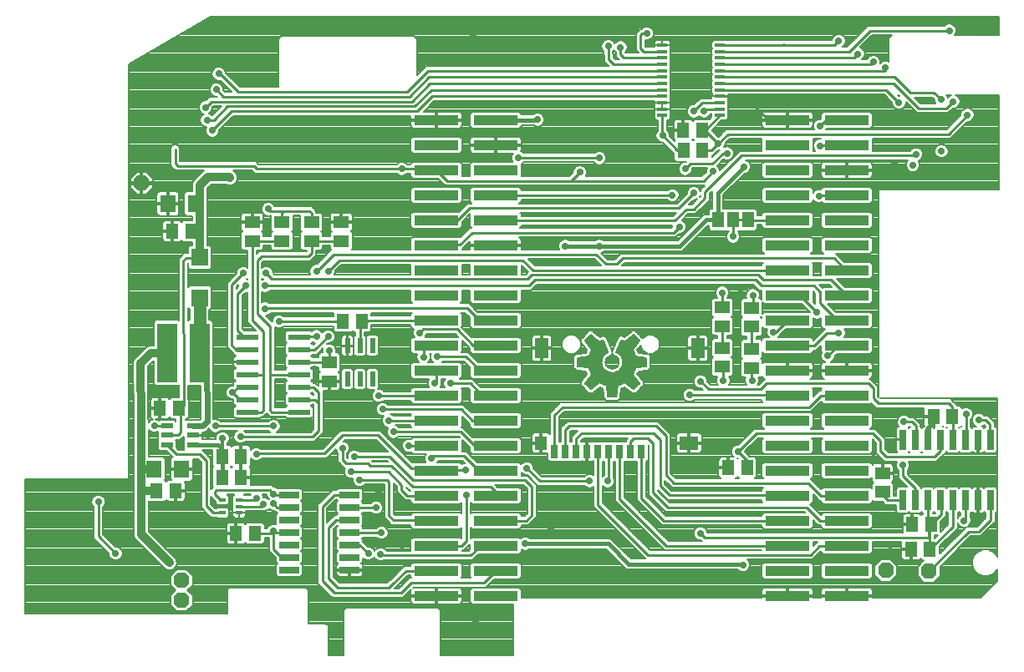
<source format=gbl>
G75*
%MOIN*%
%OFA0B0*%
%FSLAX25Y25*%
%IPPOS*%
%LPD*%
%AMOC8*
5,1,8,0,0,1.08239X$1,22.5*
%
%ADD10R,0.05118X0.05906*%
%ADD11R,0.06299X0.07087*%
%ADD12R,0.05118X0.06299*%
%ADD13R,0.17717X0.04016*%
%ADD14R,0.02756X0.05512*%
%ADD15R,0.05512X0.07874*%
%ADD16R,0.05039X0.05512*%
%ADD17R,0.07677X0.05512*%
%ADD18R,0.02600X0.08000*%
%ADD19R,0.05906X0.05118*%
%ADD20R,0.07874X0.23622*%
%ADD21R,0.06693X0.07087*%
%ADD22R,0.04600X0.06300*%
%ADD23C,0.01000*%
%ADD24OC8,0.06300*%
%ADD25R,0.04800X0.02200*%
%ADD26R,0.02087X0.06024*%
%ADD27R,0.02756X0.01575*%
%ADD28R,0.03900X0.01200*%
%ADD29R,0.08000X0.02600*%
%ADD30R,0.08661X0.02362*%
%ADD31R,0.06299X0.05118*%
%ADD32C,0.00591*%
%ADD33C,0.00700*%
%ADD34C,0.02800*%
%ADD35C,0.02000*%
%ADD36C,0.02400*%
%ADD37C,0.05000*%
%ADD38C,0.03200*%
%ADD39C,0.01600*%
%ADD40C,0.01200*%
D10*
X0088992Y0056118D03*
X0096472Y0056118D03*
X0064819Y0073146D03*
X0057339Y0073146D03*
X0058677Y0106059D03*
X0066157Y0106059D03*
X0063598Y0176780D03*
X0071079Y0176780D03*
X0267339Y0217142D03*
X0274819Y0217142D03*
X0367067Y0102626D03*
X0374547Y0102626D03*
X0366087Y0059618D03*
X0358606Y0059618D03*
X0358213Y0049685D03*
X0365693Y0049685D03*
X0292732Y0082299D03*
X0285252Y0082299D03*
D11*
X0072850Y0187732D03*
X0061827Y0187732D03*
X0067339Y0081791D03*
X0056315Y0081791D03*
D12*
X0083480Y0078559D03*
X0090961Y0078559D03*
X0090961Y0086827D03*
X0083480Y0086827D03*
X0131631Y0140759D03*
X0139111Y0140759D03*
X0267535Y0209071D03*
X0275016Y0209071D03*
D13*
X0308874Y0211165D03*
X0308874Y0221165D03*
X0332496Y0221165D03*
X0332496Y0211165D03*
X0332496Y0201165D03*
X0332496Y0191165D03*
X0332496Y0181165D03*
X0332496Y0171165D03*
X0332496Y0161165D03*
X0332496Y0151165D03*
X0332496Y0141165D03*
X0332496Y0131165D03*
X0332496Y0121165D03*
X0332496Y0111165D03*
X0332496Y0101165D03*
X0332496Y0091165D03*
X0332496Y0081165D03*
X0332496Y0071165D03*
X0332496Y0061165D03*
X0332496Y0051165D03*
X0332496Y0041165D03*
X0332496Y0031165D03*
X0308874Y0031165D03*
X0308874Y0041165D03*
X0308874Y0051165D03*
X0308874Y0061165D03*
X0308874Y0071165D03*
X0308874Y0081165D03*
X0308874Y0091165D03*
X0308874Y0101165D03*
X0308874Y0111165D03*
X0308874Y0121165D03*
X0308874Y0131165D03*
X0308874Y0141165D03*
X0308874Y0151165D03*
X0308874Y0161165D03*
X0308874Y0171165D03*
X0308874Y0181165D03*
X0308874Y0191165D03*
X0308874Y0201165D03*
X0192496Y0201165D03*
X0192496Y0191165D03*
X0192496Y0181165D03*
X0192496Y0171165D03*
X0192496Y0161165D03*
X0192496Y0151165D03*
X0192496Y0141165D03*
X0192496Y0131165D03*
X0192496Y0121165D03*
X0192496Y0111165D03*
X0192496Y0101165D03*
X0192496Y0091165D03*
X0192496Y0081165D03*
X0192496Y0071165D03*
X0192496Y0061165D03*
X0192496Y0051165D03*
X0192496Y0041165D03*
X0192496Y0031165D03*
X0168874Y0031165D03*
X0168874Y0041165D03*
X0168874Y0051165D03*
X0168874Y0061165D03*
X0168874Y0071165D03*
X0168874Y0081165D03*
X0168874Y0091165D03*
X0168874Y0101165D03*
X0168874Y0111165D03*
X0168874Y0121165D03*
X0168874Y0131165D03*
X0168874Y0141165D03*
X0168874Y0151165D03*
X0168874Y0161165D03*
X0168874Y0171165D03*
X0168874Y0181165D03*
X0168874Y0191165D03*
X0168874Y0201165D03*
X0168874Y0211165D03*
X0168874Y0221165D03*
X0192496Y0221165D03*
X0192496Y0211165D03*
D14*
X0216000Y0088787D03*
X0220331Y0088787D03*
X0224661Y0088787D03*
X0228992Y0088787D03*
X0233323Y0088787D03*
X0237654Y0088787D03*
X0241984Y0088787D03*
X0246315Y0088787D03*
X0250646Y0088787D03*
D15*
X0273087Y0130008D03*
X0210882Y0130008D03*
D16*
X0210646Y0092213D03*
D17*
X0269642Y0092213D03*
D18*
X0354862Y0093557D03*
X0359862Y0093557D03*
X0364862Y0093557D03*
X0369862Y0093557D03*
X0374862Y0093557D03*
X0379862Y0093557D03*
X0384862Y0093557D03*
X0389862Y0093557D03*
X0389862Y0069357D03*
X0384862Y0069357D03*
X0379862Y0069357D03*
X0374862Y0069357D03*
X0369862Y0069357D03*
X0364862Y0069357D03*
X0359862Y0069357D03*
X0354862Y0069357D03*
D19*
X0346756Y0072661D03*
X0346756Y0080142D03*
X0294638Y0122220D03*
X0294638Y0129701D03*
X0294539Y0138638D03*
X0294539Y0146118D03*
X0282953Y0146315D03*
X0282953Y0138835D03*
X0282854Y0130094D03*
X0282854Y0122614D03*
X0126142Y0124354D03*
X0126142Y0116874D03*
D20*
X0074421Y0128094D03*
X0061429Y0128094D03*
D21*
X0074524Y0150193D03*
X0074524Y0166335D03*
D22*
X0281122Y0181315D03*
X0287122Y0181315D03*
X0293122Y0181315D03*
D23*
X0293272Y0181165D01*
X0308874Y0181165D01*
X0321472Y0190764D02*
X0321874Y0191165D01*
X0332496Y0191165D01*
X0337500Y0207000D02*
X0359756Y0207000D01*
X0360252Y0207496D01*
X0359071Y0203362D02*
X0358874Y0203165D01*
X0373039Y0215567D02*
X0380685Y0223213D01*
X0375016Y0228559D02*
X0372260Y0225803D01*
X0361236Y0225803D01*
X0351295Y0235744D01*
X0281976Y0235744D01*
X0281976Y0233185D02*
X0348236Y0233185D01*
X0353362Y0228059D01*
X0357890Y0232102D02*
X0367354Y0232102D01*
X0370201Y0229256D01*
X0357890Y0232102D02*
X0351689Y0238303D01*
X0281976Y0238303D01*
X0281976Y0240862D02*
X0347752Y0240862D01*
X0347850Y0241961D01*
X0343126Y0244307D02*
X0342240Y0243421D01*
X0281976Y0243421D01*
X0281976Y0245980D02*
X0335441Y0245980D01*
X0337024Y0247563D01*
X0333382Y0248539D02*
X0341748Y0256906D01*
X0373441Y0256906D01*
X0333382Y0248539D02*
X0281976Y0248539D01*
X0281976Y0251098D02*
X0307496Y0251098D01*
X0307299Y0251295D01*
X0307496Y0251098D02*
X0327673Y0251098D01*
X0329346Y0252772D01*
X0301307Y0221165D02*
X0291846Y0230626D01*
X0281976Y0230626D01*
X0281976Y0228067D02*
X0274917Y0228067D01*
X0271472Y0224622D01*
X0275606Y0224622D02*
X0276492Y0225508D01*
X0281976Y0225508D01*
X0281976Y0222949D02*
X0276169Y0217142D01*
X0274819Y0217142D01*
X0276000Y0217142D01*
X0281315Y0211827D01*
X0285055Y0215567D01*
X0373039Y0215567D01*
X0337500Y0207000D02*
X0337433Y0207067D01*
X0290567Y0207067D01*
X0276000Y0192500D01*
X0276000Y0190000D01*
X0271500Y0185500D01*
X0268571Y0185500D01*
X0263992Y0180921D01*
X0192740Y0180921D01*
X0192496Y0181165D01*
X0183087Y0176197D02*
X0178165Y0171276D01*
X0168984Y0171276D01*
X0168874Y0171165D01*
X0183087Y0176197D02*
X0263402Y0176197D01*
X0265764Y0178559D01*
X0265567Y0186039D02*
X0182102Y0186039D01*
X0177228Y0181165D01*
X0168874Y0181165D01*
X0192496Y0191165D02*
X0254929Y0191165D01*
X0254937Y0191157D01*
X0263008Y0191157D01*
X0265567Y0186039D02*
X0271472Y0191945D01*
X0275409Y0196866D02*
X0222626Y0196866D01*
X0226051Y0200291D01*
X0222626Y0196866D02*
X0173173Y0196866D01*
X0168874Y0201165D01*
X0168512Y0200803D01*
X0166551Y0200803D01*
X0165764Y0201591D01*
X0155134Y0201591D01*
X0097260Y0201591D01*
X0096079Y0202772D01*
X0065764Y0202772D01*
X0064780Y0203756D01*
X0064780Y0209465D01*
X0079543Y0216945D02*
X0087220Y0224622D01*
X0161236Y0224622D01*
X0167240Y0230626D01*
X0259001Y0230626D01*
X0259001Y0233185D02*
X0166846Y0233185D01*
X0160252Y0226591D01*
X0085646Y0226591D01*
X0080134Y0221079D01*
X0077378Y0221079D01*
X0076787Y0226197D02*
X0079150Y0228559D01*
X0159071Y0228559D01*
X0166256Y0235744D01*
X0259001Y0235744D01*
X0259001Y0238303D02*
X0165862Y0238303D01*
X0158087Y0230528D01*
X0083874Y0230528D01*
X0081118Y0233283D01*
X0082102Y0239598D02*
X0082602Y0239598D01*
X0089705Y0232496D01*
X0157102Y0232496D01*
X0165469Y0240862D01*
X0259001Y0240862D01*
X0259001Y0243421D02*
X0239484Y0243421D01*
X0237614Y0245291D01*
X0237417Y0250606D01*
X0242339Y0250213D02*
X0242339Y0247260D01*
X0243520Y0246079D01*
X0258902Y0246079D01*
X0259001Y0245980D01*
X0259001Y0248539D02*
X0251492Y0248539D01*
X0250213Y0249819D01*
X0250213Y0254937D01*
X0251000Y0255724D01*
X0252772Y0255724D01*
X0259001Y0222949D02*
X0259001Y0215046D01*
X0259071Y0214976D01*
X0264976Y0209071D01*
X0267535Y0209071D01*
X0270232Y0203772D02*
X0268126Y0201665D01*
X0270232Y0203772D02*
X0279020Y0203772D01*
X0283110Y0207862D01*
X0284787Y0207862D01*
X0281315Y0211827D02*
X0278559Y0209071D01*
X0275016Y0209071D01*
X0275409Y0215567D02*
X0276394Y0215567D01*
X0274819Y0217142D01*
X0279150Y0200606D02*
X0275409Y0196866D01*
X0287122Y0181315D02*
X0287220Y0181217D01*
X0287220Y0174622D01*
X0287122Y0181315D02*
X0292122Y0181315D01*
X0308874Y0161165D02*
X0207370Y0161165D01*
X0203362Y0165173D01*
X0130134Y0165173D01*
X0125803Y0160843D01*
X0121079Y0160843D02*
X0127772Y0167535D01*
X0232496Y0167535D01*
X0236433Y0163598D01*
X0240764Y0163598D01*
X0243126Y0165961D01*
X0327378Y0165961D01*
X0332173Y0161165D01*
X0332496Y0161165D01*
X0326362Y0157299D02*
X0299213Y0157299D01*
X0297244Y0159268D01*
X0206906Y0159268D01*
X0205331Y0157693D01*
X0103362Y0157693D01*
X0101000Y0160055D01*
X0100606Y0154937D02*
X0205724Y0154937D01*
X0208087Y0157299D01*
X0296063Y0157299D01*
X0298425Y0154937D01*
X0319504Y0154937D01*
X0321866Y0152575D01*
X0321866Y0148244D01*
X0328945Y0141165D01*
X0332496Y0141165D01*
X0329346Y0136039D02*
X0324622Y0136039D01*
X0319504Y0130921D01*
X0309118Y0130921D01*
X0304142Y0136433D02*
X0303362Y0136433D01*
X0304142Y0136433D02*
X0308874Y0141165D01*
X0308874Y0151165D02*
X0313827Y0151165D01*
X0320685Y0144307D01*
X0315764Y0151197D02*
X0308906Y0151197D01*
X0308874Y0151165D01*
X0295094Y0151213D02*
X0295094Y0146673D01*
X0294539Y0146118D01*
X0294539Y0138638D02*
X0294539Y0129799D01*
X0294638Y0129701D01*
X0294638Y0122220D02*
X0294638Y0117205D01*
X0294701Y0117142D01*
X0298244Y0113598D02*
X0277378Y0113598D01*
X0274228Y0116748D01*
X0269898Y0111433D02*
X0308606Y0111433D01*
X0308874Y0111165D01*
X0300606Y0115961D02*
X0298244Y0113598D01*
X0300606Y0115961D02*
X0341157Y0115961D01*
X0343126Y0113992D01*
X0343126Y0110055D01*
X0345094Y0108087D01*
X0373047Y0108087D01*
X0374547Y0106587D01*
X0374547Y0102626D01*
X0374862Y0102311D01*
X0374862Y0093557D01*
X0369898Y0093521D02*
X0369862Y0093557D01*
X0369898Y0093521D02*
X0369898Y0088985D01*
X0367577Y0086664D01*
X0348336Y0086664D01*
X0346000Y0089000D01*
X0346000Y0093000D01*
X0343000Y0096000D01*
X0296394Y0096000D01*
X0289189Y0088795D01*
X0292732Y0085252D01*
X0292732Y0082299D01*
X0308764Y0071276D02*
X0308874Y0071165D01*
X0308764Y0071276D02*
X0261827Y0071276D01*
X0258087Y0075016D01*
X0258087Y0093520D01*
X0255528Y0096079D01*
X0226787Y0096079D01*
X0224661Y0093953D01*
X0224661Y0088787D01*
X0220331Y0088787D02*
X0220331Y0097496D01*
X0221866Y0099031D01*
X0256512Y0099031D01*
X0260449Y0095094D01*
X0260449Y0079346D01*
X0263598Y0076197D01*
X0317142Y0076197D01*
X0322260Y0071079D01*
X0332409Y0071079D01*
X0332496Y0071165D01*
X0332425Y0061236D02*
X0321866Y0061236D01*
X0316551Y0066551D01*
X0261039Y0066551D01*
X0255331Y0072260D01*
X0255331Y0091945D01*
X0253165Y0094110D01*
X0247654Y0094110D01*
X0246315Y0092772D01*
X0246315Y0088787D01*
X0250646Y0088787D02*
X0250646Y0070252D01*
X0259661Y0061236D01*
X0305528Y0061236D01*
X0305921Y0060843D01*
X0308551Y0060843D01*
X0308874Y0061165D01*
X0308874Y0051165D02*
X0260677Y0051165D01*
X0241984Y0069858D01*
X0241984Y0088787D01*
X0237654Y0088787D02*
X0237654Y0077417D01*
X0237220Y0076984D01*
X0229937Y0076984D02*
X0210055Y0076984D01*
X0204937Y0082102D01*
X0204346Y0077378D02*
X0159622Y0077378D01*
X0150173Y0086827D01*
X0136130Y0086827D01*
X0133000Y0084000D02*
X0141500Y0084000D01*
X0142500Y0083000D01*
X0151000Y0083000D01*
X0159378Y0074622D01*
X0190567Y0074622D01*
X0192496Y0072693D01*
X0192496Y0071165D01*
X0180724Y0071472D02*
X0180724Y0052969D01*
X0178953Y0051197D01*
X0168906Y0051197D01*
X0168874Y0051165D01*
X0168874Y0061165D02*
X0168606Y0061433D01*
X0151787Y0061433D01*
X0150016Y0063205D01*
X0150016Y0076591D01*
X0149031Y0077575D01*
X0138205Y0077575D01*
X0134858Y0080724D02*
X0149819Y0080724D01*
X0155000Y0075543D01*
X0155000Y0073500D01*
X0157335Y0071165D01*
X0168874Y0071165D01*
X0168874Y0081165D02*
X0167937Y0082102D01*
X0158874Y0082102D01*
X0145685Y0095291D01*
X0131512Y0095291D01*
X0124228Y0088008D01*
X0097260Y0088008D01*
X0097063Y0087811D01*
X0090764Y0094701D02*
X0119504Y0094701D01*
X0121866Y0097063D01*
X0121866Y0108087D01*
X0120390Y0109563D01*
X0114091Y0109563D01*
X0114091Y0104563D02*
X0114071Y0104543D01*
X0103362Y0104543D01*
X0102575Y0105331D01*
X0102575Y0119504D01*
X0114091Y0119563D01*
X0114091Y0124563D02*
X0126142Y0124354D01*
X0126142Y0128504D01*
X0126197Y0129059D01*
X0125728Y0134783D02*
X0120291Y0129346D01*
X0116354Y0129346D01*
X0116138Y0129563D01*
X0114091Y0129563D01*
X0114091Y0134563D02*
X0114386Y0134858D01*
X0121079Y0134858D01*
X0131631Y0140759D02*
X0106123Y0140759D01*
X0106118Y0140764D01*
X0102575Y0138795D02*
X0102575Y0119504D01*
X0099819Y0119504D02*
X0099760Y0119563D01*
X0093618Y0119563D01*
X0099819Y0119504D02*
X0099819Y0105331D01*
X0099031Y0104543D01*
X0093638Y0104543D01*
X0093618Y0104563D01*
X0093618Y0109563D02*
X0090469Y0109563D01*
X0087614Y0112417D01*
X0089760Y0114563D01*
X0093618Y0114563D01*
X0099819Y0119504D02*
X0099819Y0136827D01*
X0095488Y0141157D01*
X0095488Y0172850D01*
X0107299Y0172850D01*
X0099031Y0166748D02*
X0097457Y0165173D01*
X0097457Y0143913D01*
X0102575Y0138795D01*
X0100516Y0145882D02*
X0100213Y0146079D01*
X0181118Y0146079D01*
X0185843Y0141354D01*
X0192307Y0141354D01*
X0192496Y0141165D01*
X0183677Y0131118D02*
X0177181Y0137614D01*
X0163598Y0137614D01*
X0162220Y0136236D01*
X0165764Y0131709D02*
X0163764Y0129709D01*
X0163764Y0126555D01*
X0166354Y0131118D02*
X0168827Y0131118D01*
X0168874Y0131165D01*
X0166354Y0131118D02*
X0165764Y0131709D01*
X0169307Y0126681D02*
X0180528Y0126681D01*
X0186543Y0121165D01*
X0192496Y0121165D01*
X0182496Y0115961D02*
X0187291Y0111165D01*
X0192496Y0111165D01*
X0182496Y0115961D02*
X0174425Y0115961D01*
X0168874Y0116827D02*
X0168169Y0116122D01*
X0168874Y0116827D02*
X0168874Y0121165D01*
X0168874Y0121827D01*
X0183677Y0131118D02*
X0192449Y0131118D01*
X0192496Y0131165D01*
X0168874Y0141165D02*
X0141756Y0141165D01*
X0139583Y0138992D01*
X0139111Y0139464D01*
X0139111Y0140759D01*
X0139583Y0138992D02*
X0138402Y0137811D01*
X0138402Y0133013D01*
X0138410Y0131036D01*
X0119898Y0114386D02*
X0114268Y0114386D01*
X0114091Y0114563D01*
X0119898Y0114386D02*
X0121866Y0112417D01*
X0121866Y0108087D01*
X0103953Y0098980D02*
X0103941Y0098969D01*
X0080756Y0098969D01*
X0074504Y0087732D02*
X0065201Y0087732D01*
X0061473Y0091460D01*
X0061555Y0095260D02*
X0065772Y0095260D01*
X0066866Y0096354D01*
X0066866Y0105685D01*
X0068126Y0106945D01*
X0067969Y0164937D01*
X0069110Y0166079D01*
X0074268Y0166079D01*
X0074524Y0166335D01*
X0071079Y0176780D02*
X0071079Y0177181D01*
X0074524Y0177181D01*
X0074445Y0187732D02*
X0074524Y0187811D01*
X0074445Y0187732D02*
X0072850Y0187732D01*
X0101787Y0185646D02*
X0102575Y0184858D01*
X0108087Y0184858D01*
X0118323Y0184858D01*
X0119110Y0184071D01*
X0119110Y0180331D01*
X0119110Y0172850D02*
X0130921Y0172850D01*
X0119307Y0172850D01*
X0119110Y0172654D01*
X0119110Y0167929D01*
X0117929Y0166748D01*
X0099031Y0166748D01*
X0091945Y0160055D02*
X0087220Y0155331D01*
X0087220Y0131315D01*
X0088972Y0129563D01*
X0093618Y0129563D01*
X0093618Y0134563D02*
X0092240Y0134563D01*
X0089583Y0137220D01*
X0089583Y0151787D01*
X0092732Y0154937D01*
X0107299Y0180331D02*
X0107299Y0184071D01*
X0108087Y0184858D01*
X0201591Y0206118D02*
X0233677Y0206118D01*
X0233874Y0205921D01*
X0209268Y0221276D02*
X0209157Y0221165D01*
X0301307Y0221165D02*
X0308874Y0221165D01*
X0321866Y0218717D02*
X0324472Y0221323D01*
X0332339Y0221323D01*
X0332496Y0221165D01*
X0332496Y0211165D02*
X0322189Y0211165D01*
X0321866Y0210843D01*
X0326362Y0157299D02*
X0332496Y0151165D01*
X0332150Y0131512D02*
X0332496Y0131165D01*
X0332150Y0131512D02*
X0329543Y0131512D01*
X0329937Y0131118D01*
X0329150Y0131118D01*
X0325016Y0126984D01*
X0322260Y0111236D02*
X0332425Y0111236D01*
X0332496Y0111165D01*
X0322260Y0111236D02*
X0317535Y0106512D01*
X0219110Y0106512D01*
X0216000Y0103402D01*
X0216000Y0088787D01*
X0204346Y0077378D02*
X0206906Y0074819D01*
X0206906Y0063402D01*
X0204740Y0061236D01*
X0192567Y0061236D01*
X0192496Y0061165D01*
X0192465Y0051197D02*
X0186433Y0051197D01*
X0182496Y0047260D01*
X0147169Y0047260D01*
X0146669Y0047760D01*
X0141748Y0048047D02*
X0138244Y0051551D01*
X0134320Y0051551D01*
X0134517Y0056354D02*
X0134320Y0056551D01*
X0134517Y0056354D02*
X0146949Y0056354D01*
X0144898Y0066354D02*
X0134517Y0066354D01*
X0134320Y0066551D01*
X0134320Y0061551D02*
X0134202Y0061433D01*
X0128953Y0061433D01*
X0126000Y0058480D01*
X0126000Y0038000D01*
X0129500Y0034500D01*
X0150000Y0034500D01*
X0151539Y0036039D01*
X0151591Y0036039D01*
X0156717Y0041165D01*
X0168874Y0041165D01*
X0158874Y0036433D02*
X0187764Y0036433D01*
X0192496Y0041165D01*
X0192496Y0051165D02*
X0192465Y0051197D01*
X0158874Y0036433D02*
X0154740Y0032299D01*
X0128201Y0032299D01*
X0123500Y0037000D01*
X0123500Y0066886D01*
X0128165Y0071551D01*
X0134320Y0071551D01*
X0133000Y0084000D02*
X0131496Y0085504D01*
X0131496Y0090157D01*
X0151787Y0096669D02*
X0178559Y0096669D01*
X0184071Y0091157D01*
X0192488Y0091157D01*
X0192496Y0091165D01*
X0185795Y0081165D02*
X0179937Y0087024D01*
X0167929Y0087024D01*
X0166945Y0086039D01*
X0168874Y0081165D02*
X0175850Y0081165D01*
X0175953Y0081268D01*
X0180453Y0081268D01*
X0185795Y0081165D02*
X0192496Y0081165D01*
X0168874Y0091165D02*
X0168866Y0091157D01*
X0157890Y0091157D01*
X0149819Y0101197D02*
X0168843Y0101197D01*
X0168874Y0101165D01*
X0178756Y0105724D02*
X0183283Y0101197D01*
X0192465Y0101197D01*
X0192496Y0101165D01*
X0178756Y0105724D02*
X0147457Y0105724D01*
X0145882Y0111039D02*
X0168748Y0111039D01*
X0168874Y0111165D01*
X0110120Y0071551D02*
X0104268Y0071551D01*
X0103953Y0071866D01*
X0102378Y0073441D01*
X0081315Y0073441D01*
X0080528Y0072654D01*
X0080528Y0071669D01*
X0082732Y0069465D01*
X0083520Y0069465D01*
X0079858Y0064307D02*
X0077063Y0067102D01*
X0077063Y0085173D01*
X0074504Y0087732D01*
X0061473Y0099000D02*
X0056378Y0099000D01*
X0056378Y0099008D01*
X0034071Y0068717D02*
X0034071Y0054937D01*
X0040961Y0048047D01*
X0079858Y0064307D02*
X0083480Y0064307D01*
X0083520Y0064346D01*
X0090213Y0066906D02*
X0099189Y0066906D01*
X0100016Y0067732D01*
X0097063Y0070094D02*
X0096433Y0069465D01*
X0090213Y0069465D01*
X0103953Y0067929D02*
X0105331Y0066551D01*
X0110120Y0066551D01*
X0110120Y0056551D02*
X0104504Y0056551D01*
X0103953Y0057102D01*
X0103953Y0049819D01*
X0107220Y0046551D01*
X0110120Y0046551D01*
X0102969Y0056118D02*
X0096472Y0056118D01*
X0102969Y0056118D02*
X0103953Y0057102D01*
X0233323Y0067496D02*
X0233323Y0088787D01*
X0233323Y0067496D02*
X0253362Y0047457D01*
X0318126Y0047457D01*
X0321669Y0051000D01*
X0332331Y0051000D01*
X0332496Y0051165D01*
X0332496Y0061165D02*
X0332425Y0061236D01*
X0346756Y0071386D02*
X0346756Y0072661D01*
X0346756Y0071386D02*
X0348785Y0069357D01*
X0354862Y0069357D01*
X0359862Y0069357D02*
X0359862Y0074028D01*
X0354937Y0078953D01*
X0354937Y0083283D01*
X0359862Y0093557D02*
X0360055Y0093750D01*
X0360055Y0099031D01*
X0358480Y0100606D01*
X0355331Y0100606D01*
X0380134Y0103756D02*
X0380134Y0093828D01*
X0379862Y0093557D01*
X0385252Y0101394D02*
X0388008Y0101394D01*
X0389583Y0099819D01*
X0389583Y0093836D01*
X0389862Y0093557D01*
X0389862Y0069357D02*
X0389862Y0061516D01*
X0385252Y0056906D01*
X0381157Y0056906D01*
X0365213Y0040961D01*
X0365693Y0049685D02*
X0374862Y0058854D01*
X0374862Y0069357D01*
X0370291Y0068928D02*
X0370291Y0063823D01*
X0366087Y0059618D01*
X0365693Y0059224D01*
X0365693Y0049685D01*
X0365173Y0054543D02*
X0275803Y0054543D01*
X0274228Y0056118D01*
X0275409Y0054937D01*
X0283283Y0117142D02*
X0283283Y0122185D01*
X0282854Y0122614D01*
X0282854Y0130094D02*
X0282854Y0138736D01*
X0282953Y0138835D01*
X0282953Y0146315D02*
X0282890Y0146378D01*
X0282890Y0152181D01*
X0364862Y0069357D02*
X0364862Y0060843D01*
X0366087Y0059618D01*
X0365173Y0058705D01*
X0365173Y0054543D01*
X0379346Y0061236D02*
X0379862Y0061752D01*
X0379862Y0069357D01*
X0370291Y0068928D02*
X0369862Y0069357D01*
D24*
X0365213Y0040961D03*
X0348047Y0041354D03*
X0067220Y0037260D03*
X0067220Y0029425D03*
X0051315Y0195921D03*
D25*
X0061473Y0099000D03*
X0061555Y0095260D03*
X0061473Y0091460D03*
X0071792Y0091460D03*
X0071792Y0095260D03*
X0071792Y0099000D03*
D26*
X0133410Y0117649D03*
X0138410Y0117649D03*
X0143410Y0117649D03*
X0143410Y0131036D03*
X0138410Y0131036D03*
X0133410Y0131036D03*
D27*
X0090213Y0069465D03*
X0090213Y0066906D03*
X0090213Y0064346D03*
X0083520Y0064346D03*
X0083520Y0069465D03*
D28*
X0259001Y0222949D03*
X0259001Y0225508D03*
X0259001Y0228067D03*
X0259001Y0230626D03*
X0259001Y0233185D03*
X0259001Y0235744D03*
X0259001Y0238303D03*
X0259001Y0240862D03*
X0259001Y0243421D03*
X0259001Y0245980D03*
X0259001Y0248539D03*
X0259001Y0251098D03*
X0281976Y0251098D03*
X0281976Y0248539D03*
X0281976Y0245980D03*
X0281976Y0243421D03*
X0281976Y0240862D03*
X0281976Y0238303D03*
X0281976Y0235744D03*
X0281976Y0233185D03*
X0281976Y0230626D03*
X0281976Y0228067D03*
X0281976Y0225508D03*
X0281976Y0222949D03*
D29*
X0134320Y0071551D03*
X0134320Y0066551D03*
X0134320Y0061551D03*
X0134320Y0056551D03*
X0134320Y0051551D03*
X0134320Y0046551D03*
X0134320Y0041551D03*
X0110120Y0041551D03*
X0110120Y0046551D03*
X0110120Y0051551D03*
X0110120Y0056551D03*
X0110120Y0061551D03*
X0110120Y0066551D03*
X0110120Y0071551D03*
D30*
X0114091Y0104563D03*
X0114091Y0109563D03*
X0114091Y0114563D03*
X0114091Y0119563D03*
X0114091Y0124563D03*
X0114091Y0129563D03*
X0114091Y0134563D03*
X0093618Y0134563D03*
X0093618Y0129563D03*
X0093618Y0124563D03*
X0093618Y0119563D03*
X0093618Y0114563D03*
X0093618Y0109563D03*
X0093618Y0104563D03*
D31*
X0095488Y0172850D03*
X0095488Y0180331D03*
X0107299Y0180331D03*
X0107299Y0172850D03*
X0119110Y0172850D03*
X0119110Y0180331D03*
X0130921Y0180331D03*
X0130921Y0172850D03*
D32*
X0228142Y0132983D02*
X0230517Y0135358D01*
X0233980Y0132534D01*
X0234662Y0132922D01*
X0235374Y0133252D01*
X0237352Y0128478D01*
X0236709Y0128146D01*
X0236130Y0127711D01*
X0235633Y0127185D01*
X0235231Y0126583D01*
X0234935Y0125922D01*
X0234755Y0125221D01*
X0234694Y0124500D01*
X0234769Y0123696D01*
X0234994Y0122920D01*
X0235359Y0122200D01*
X0235853Y0121561D01*
X0236457Y0121025D01*
X0237150Y0120611D01*
X0237909Y0120334D01*
X0238706Y0120204D01*
X0239513Y0120224D01*
X0240303Y0120396D01*
X0241046Y0120711D01*
X0241717Y0121160D01*
X0242293Y0121726D01*
X0242753Y0122389D01*
X0243081Y0123127D01*
X0243266Y0123913D01*
X0243300Y0124720D01*
X0243184Y0125519D01*
X0242920Y0126283D01*
X0242518Y0126983D01*
X0241993Y0127596D01*
X0241362Y0128101D01*
X0240648Y0128478D01*
X0242626Y0133252D01*
X0243338Y0132922D01*
X0244020Y0132534D01*
X0247483Y0135358D01*
X0249858Y0132983D01*
X0247034Y0129520D01*
X0247539Y0128603D01*
X0247939Y0127636D01*
X0248231Y0126631D01*
X0252677Y0126179D01*
X0252677Y0122821D01*
X0248231Y0122369D01*
X0247939Y0121364D01*
X0247539Y0120397D01*
X0247034Y0119480D01*
X0249858Y0116017D01*
X0247483Y0113642D01*
X0244020Y0116466D01*
X0243103Y0115961D01*
X0242136Y0115561D01*
X0241131Y0115269D01*
X0240679Y0110823D01*
X0237321Y0110823D01*
X0236869Y0115269D01*
X0235864Y0115561D01*
X0234897Y0115961D01*
X0233980Y0116466D01*
X0230517Y0113642D01*
X0228142Y0116017D01*
X0230966Y0119480D01*
X0230461Y0120397D01*
X0230061Y0121364D01*
X0229769Y0122369D01*
X0225323Y0122821D01*
X0225323Y0126179D01*
X0229769Y0126631D01*
X0230061Y0127636D01*
X0230461Y0128603D01*
X0230966Y0129520D01*
X0228142Y0132983D01*
X0228169Y0132950D02*
X0233470Y0132950D01*
X0232748Y0133539D02*
X0228697Y0133539D01*
X0229286Y0134128D02*
X0232025Y0134128D01*
X0231303Y0134717D02*
X0229875Y0134717D01*
X0230465Y0135306D02*
X0230580Y0135306D01*
X0228649Y0132361D02*
X0235744Y0132361D01*
X0235988Y0131772D02*
X0229130Y0131772D01*
X0229610Y0131183D02*
X0236232Y0131183D01*
X0236476Y0130594D02*
X0230090Y0130594D01*
X0230571Y0130005D02*
X0236720Y0130005D01*
X0236964Y0129416D02*
X0230908Y0129416D01*
X0230584Y0128827D02*
X0237208Y0128827D01*
X0236886Y0128237D02*
X0230310Y0128237D01*
X0230066Y0127648D02*
X0236071Y0127648D01*
X0235549Y0127059D02*
X0229893Y0127059D01*
X0228188Y0126470D02*
X0235181Y0126470D01*
X0234925Y0125881D02*
X0225323Y0125881D01*
X0225323Y0125292D02*
X0234773Y0125292D01*
X0234711Y0124703D02*
X0225323Y0124703D01*
X0225323Y0124114D02*
X0234730Y0124114D01*
X0234819Y0123525D02*
X0225323Y0123525D01*
X0225323Y0122936D02*
X0234989Y0122936D01*
X0235285Y0122347D02*
X0229776Y0122347D01*
X0229946Y0121758D02*
X0235701Y0121758D01*
X0236295Y0121169D02*
X0230141Y0121169D01*
X0230385Y0120580D02*
X0237237Y0120580D01*
X0240737Y0120580D02*
X0247615Y0120580D01*
X0247859Y0121169D02*
X0241727Y0121169D01*
X0242316Y0121758D02*
X0248054Y0121758D01*
X0248224Y0122347D02*
X0242724Y0122347D01*
X0242996Y0122936D02*
X0252677Y0122936D01*
X0252677Y0123525D02*
X0243175Y0123525D01*
X0243275Y0124114D02*
X0252677Y0124114D01*
X0252677Y0124703D02*
X0243300Y0124703D01*
X0243217Y0125292D02*
X0252677Y0125292D01*
X0252677Y0125881D02*
X0243059Y0125881D01*
X0242812Y0126470D02*
X0249812Y0126470D01*
X0248107Y0127059D02*
X0242453Y0127059D01*
X0241927Y0127648D02*
X0247934Y0127648D01*
X0247690Y0128237D02*
X0241103Y0128237D01*
X0240792Y0128827D02*
X0247416Y0128827D01*
X0247092Y0129416D02*
X0241036Y0129416D01*
X0241280Y0130005D02*
X0247429Y0130005D01*
X0247910Y0130594D02*
X0241524Y0130594D01*
X0241768Y0131183D02*
X0248390Y0131183D01*
X0248870Y0131772D02*
X0242012Y0131772D01*
X0242256Y0132361D02*
X0249351Y0132361D01*
X0249831Y0132950D02*
X0244530Y0132950D01*
X0245252Y0133539D02*
X0249303Y0133539D01*
X0248714Y0134128D02*
X0245975Y0134128D01*
X0246697Y0134717D02*
X0248125Y0134717D01*
X0247535Y0135306D02*
X0247420Y0135306D01*
X0243278Y0132950D02*
X0242500Y0132950D01*
X0235500Y0132950D02*
X0234722Y0132950D01*
X0230685Y0119991D02*
X0247315Y0119991D01*
X0247098Y0119402D02*
X0230902Y0119402D01*
X0230422Y0118812D02*
X0247578Y0118812D01*
X0248059Y0118223D02*
X0229941Y0118223D01*
X0229461Y0117634D02*
X0248539Y0117634D01*
X0249019Y0117045D02*
X0228981Y0117045D01*
X0228500Y0116456D02*
X0233968Y0116456D01*
X0233997Y0116456D02*
X0244003Y0116456D01*
X0244032Y0116456D02*
X0249500Y0116456D01*
X0249709Y0115867D02*
X0244754Y0115867D01*
X0245477Y0115278D02*
X0249120Y0115278D01*
X0248531Y0114689D02*
X0246199Y0114689D01*
X0246921Y0114100D02*
X0247942Y0114100D01*
X0242877Y0115867D02*
X0235124Y0115867D01*
X0236838Y0115278D02*
X0241162Y0115278D01*
X0241072Y0114689D02*
X0236928Y0114689D01*
X0236988Y0114100D02*
X0241012Y0114100D01*
X0240952Y0113511D02*
X0237048Y0113511D01*
X0237108Y0112922D02*
X0240892Y0112922D01*
X0240833Y0112333D02*
X0237167Y0112333D01*
X0237227Y0111744D02*
X0240773Y0111744D01*
X0240713Y0111155D02*
X0237287Y0111155D01*
X0233246Y0115867D02*
X0228291Y0115867D01*
X0228880Y0115278D02*
X0232523Y0115278D01*
X0231801Y0114689D02*
X0229469Y0114689D01*
X0230058Y0114100D02*
X0231079Y0114100D01*
D33*
X0004937Y0077772D02*
X0004937Y0024031D01*
X0085477Y0024031D01*
X0085477Y0033646D01*
X0086268Y0034437D01*
X0116914Y0034437D01*
X0117704Y0033646D01*
X0117704Y0020067D01*
X0124591Y0020067D01*
X0124956Y0019701D01*
X0125803Y0019701D01*
X0125803Y0007496D01*
X0131933Y0007496D01*
X0131933Y0025575D01*
X0132724Y0026366D01*
X0169669Y0026366D01*
X0170460Y0025575D01*
X0170460Y0007496D01*
X0199650Y0007496D01*
X0199650Y0027807D01*
X0183079Y0027807D01*
X0182288Y0028598D01*
X0182288Y0033732D01*
X0183079Y0034523D01*
X0201914Y0034523D01*
X0202704Y0033732D01*
X0202704Y0030528D01*
X0298666Y0030528D01*
X0298666Y0030815D01*
X0308524Y0030815D01*
X0308524Y0031515D01*
X0298666Y0031515D01*
X0298666Y0033351D01*
X0298758Y0033694D01*
X0298935Y0034002D01*
X0299187Y0034253D01*
X0299495Y0034431D01*
X0299838Y0034523D01*
X0308524Y0034523D01*
X0308524Y0031515D01*
X0309224Y0031515D01*
X0319082Y0031515D01*
X0319082Y0033351D01*
X0318990Y0033694D01*
X0318813Y0034002D01*
X0318561Y0034253D01*
X0318253Y0034431D01*
X0317910Y0034523D01*
X0309224Y0034523D01*
X0309224Y0031515D01*
X0309224Y0030815D01*
X0319082Y0030815D01*
X0319082Y0030528D01*
X0322288Y0030528D01*
X0322288Y0030815D01*
X0332146Y0030815D01*
X0332146Y0031515D01*
X0322288Y0031515D01*
X0322288Y0033351D01*
X0322380Y0033694D01*
X0322558Y0034002D01*
X0322809Y0034253D01*
X0323117Y0034431D01*
X0323460Y0034523D01*
X0332146Y0034523D01*
X0332146Y0031515D01*
X0332846Y0031515D01*
X0342704Y0031515D01*
X0342704Y0033351D01*
X0342612Y0033694D01*
X0342435Y0034002D01*
X0342183Y0034253D01*
X0341875Y0034431D01*
X0341532Y0034523D01*
X0332846Y0034523D01*
X0332846Y0031515D01*
X0332846Y0030815D01*
X0342704Y0030815D01*
X0342704Y0030528D01*
X0385843Y0030528D01*
X0392535Y0037220D01*
X0392535Y0041897D01*
X0392293Y0041312D01*
X0390806Y0039825D01*
X0388863Y0039020D01*
X0386759Y0039020D01*
X0384816Y0039825D01*
X0383329Y0041312D01*
X0382524Y0043255D01*
X0382524Y0045359D01*
X0383329Y0047302D01*
X0384816Y0048789D01*
X0386759Y0049594D01*
X0388863Y0049594D01*
X0390806Y0048789D01*
X0392293Y0047302D01*
X0392535Y0046717D01*
X0392535Y0110055D01*
X0345742Y0110055D01*
X0345861Y0109937D01*
X0373814Y0109937D01*
X0374897Y0108853D01*
X0376397Y0107353D01*
X0376397Y0106929D01*
X0377665Y0106929D01*
X0378456Y0106138D01*
X0378456Y0105967D01*
X0378576Y0106087D01*
X0379587Y0106506D01*
X0380681Y0106506D01*
X0381692Y0106087D01*
X0382465Y0105314D01*
X0382884Y0104303D01*
X0382884Y0103209D01*
X0382465Y0102198D01*
X0381984Y0101717D01*
X0381984Y0098644D01*
X0382394Y0098234D01*
X0382482Y0098386D01*
X0382733Y0098637D01*
X0383041Y0098815D01*
X0383384Y0098907D01*
X0384070Y0098907D01*
X0383694Y0099062D01*
X0382921Y0099836D01*
X0382502Y0100847D01*
X0382502Y0101941D01*
X0382921Y0102951D01*
X0383694Y0103725D01*
X0384705Y0104144D01*
X0385799Y0104144D01*
X0386810Y0103725D01*
X0387291Y0103244D01*
X0388774Y0103244D01*
X0390349Y0101669D01*
X0391433Y0100585D01*
X0391433Y0098907D01*
X0391721Y0098907D01*
X0392512Y0098116D01*
X0392512Y0088998D01*
X0391721Y0088207D01*
X0388003Y0088207D01*
X0387330Y0088880D01*
X0387242Y0088728D01*
X0386991Y0088476D01*
X0386683Y0088299D01*
X0386340Y0088207D01*
X0385162Y0088207D01*
X0385162Y0093257D01*
X0384562Y0093257D01*
X0384562Y0088207D01*
X0383384Y0088207D01*
X0383041Y0088299D01*
X0382733Y0088476D01*
X0382482Y0088728D01*
X0382394Y0088880D01*
X0381721Y0088207D01*
X0378003Y0088207D01*
X0377362Y0088848D01*
X0376721Y0088207D01*
X0373003Y0088207D01*
X0372362Y0088848D01*
X0371748Y0088233D01*
X0371748Y0088219D01*
X0370664Y0087135D01*
X0368343Y0084814D01*
X0357279Y0084814D01*
X0357687Y0083830D01*
X0357687Y0082736D01*
X0357268Y0081726D01*
X0356787Y0081244D01*
X0356787Y0079719D01*
X0361712Y0074794D01*
X0361712Y0074707D01*
X0361721Y0074707D01*
X0362362Y0074066D01*
X0363003Y0074707D01*
X0366721Y0074707D01*
X0367362Y0074066D01*
X0368003Y0074707D01*
X0371721Y0074707D01*
X0372362Y0074066D01*
X0373003Y0074707D01*
X0376721Y0074707D01*
X0377362Y0074066D01*
X0378003Y0074707D01*
X0381721Y0074707D01*
X0382394Y0074034D01*
X0382482Y0074186D01*
X0382733Y0074437D01*
X0383041Y0074615D01*
X0383384Y0074707D01*
X0384562Y0074707D01*
X0384562Y0069657D01*
X0385162Y0069657D01*
X0385162Y0074707D01*
X0386340Y0074707D01*
X0386683Y0074615D01*
X0386991Y0074437D01*
X0387242Y0074186D01*
X0387330Y0074034D01*
X0388003Y0074707D01*
X0391721Y0074707D01*
X0392512Y0073916D01*
X0392512Y0064798D01*
X0391721Y0064007D01*
X0391712Y0064007D01*
X0391712Y0060749D01*
X0390628Y0059666D01*
X0386018Y0055056D01*
X0381924Y0055056D01*
X0369703Y0042834D01*
X0369713Y0042825D01*
X0369713Y0039097D01*
X0367077Y0036461D01*
X0363349Y0036461D01*
X0360713Y0039097D01*
X0360713Y0042825D01*
X0363270Y0045382D01*
X0362575Y0045382D01*
X0361926Y0046031D01*
X0361852Y0045903D01*
X0361601Y0045652D01*
X0361293Y0045474D01*
X0360949Y0045382D01*
X0358563Y0045382D01*
X0358563Y0049335D01*
X0357863Y0049335D01*
X0357863Y0045382D01*
X0355476Y0045382D01*
X0355132Y0045474D01*
X0354825Y0045652D01*
X0354573Y0045903D01*
X0354396Y0046211D01*
X0354304Y0046555D01*
X0354304Y0049335D01*
X0357863Y0049335D01*
X0357863Y0050035D01*
X0354304Y0050035D01*
X0354304Y0052693D01*
X0342704Y0052693D01*
X0342704Y0048598D01*
X0341914Y0047807D01*
X0323079Y0047807D01*
X0322288Y0048598D01*
X0322288Y0049002D01*
X0318892Y0045607D01*
X0292960Y0045607D01*
X0293489Y0045077D01*
X0293907Y0044067D01*
X0293907Y0042973D01*
X0293489Y0041962D01*
X0292715Y0041188D01*
X0291704Y0040770D01*
X0290610Y0040770D01*
X0289600Y0041188D01*
X0289025Y0041763D01*
X0244598Y0041763D01*
X0243338Y0043023D01*
X0236527Y0049834D01*
X0206086Y0049834D01*
X0205904Y0049653D01*
X0204893Y0049234D01*
X0203799Y0049234D01*
X0202789Y0049653D01*
X0202704Y0049737D01*
X0202704Y0048598D01*
X0201914Y0047807D01*
X0185660Y0047807D01*
X0184346Y0046494D01*
X0184346Y0046494D01*
X0183262Y0045410D01*
X0148182Y0045410D01*
X0147216Y0045010D01*
X0146122Y0045010D01*
X0145112Y0045429D01*
X0144338Y0046202D01*
X0144149Y0046658D01*
X0144079Y0046489D01*
X0143306Y0045716D01*
X0142295Y0045297D01*
X0141201Y0045297D01*
X0140190Y0045716D01*
X0139670Y0046236D01*
X0139670Y0044692D01*
X0138998Y0044019D01*
X0139149Y0043931D01*
X0139401Y0043680D01*
X0139578Y0043372D01*
X0139670Y0043029D01*
X0139670Y0041851D01*
X0134621Y0041851D01*
X0134621Y0041251D01*
X0139670Y0041251D01*
X0139670Y0040073D01*
X0139578Y0039730D01*
X0139401Y0039422D01*
X0139149Y0039171D01*
X0138842Y0038993D01*
X0138498Y0038901D01*
X0134620Y0038901D01*
X0134620Y0041251D01*
X0134020Y0041251D01*
X0128970Y0041251D01*
X0128970Y0040073D01*
X0129062Y0039730D01*
X0129240Y0039422D01*
X0129492Y0039171D01*
X0129799Y0038993D01*
X0130143Y0038901D01*
X0134020Y0038901D01*
X0134020Y0041251D01*
X0134020Y0041851D01*
X0128970Y0041851D01*
X0128970Y0043029D01*
X0129062Y0043372D01*
X0129240Y0043680D01*
X0129492Y0043931D01*
X0129643Y0044019D01*
X0128970Y0044692D01*
X0128970Y0048410D01*
X0129611Y0049051D01*
X0128970Y0049692D01*
X0128970Y0053410D01*
X0129611Y0054051D01*
X0128970Y0054692D01*
X0128970Y0058410D01*
X0129611Y0059051D01*
X0129399Y0059263D01*
X0127850Y0057714D01*
X0127850Y0038766D01*
X0130266Y0036350D01*
X0149234Y0036350D01*
X0149689Y0036806D01*
X0150773Y0037889D01*
X0150824Y0037889D01*
X0155950Y0043015D01*
X0158666Y0043015D01*
X0158666Y0043732D01*
X0159457Y0044523D01*
X0178291Y0044523D01*
X0179082Y0043732D01*
X0179082Y0038598D01*
X0178767Y0038283D01*
X0182603Y0038283D01*
X0182288Y0038598D01*
X0182288Y0043732D01*
X0183079Y0044523D01*
X0201914Y0044523D01*
X0202704Y0043732D01*
X0202704Y0038598D01*
X0201914Y0037807D01*
X0191754Y0037807D01*
X0188530Y0034583D01*
X0159640Y0034583D01*
X0159480Y0034423D01*
X0159495Y0034431D01*
X0159838Y0034523D01*
X0168524Y0034523D01*
X0168524Y0031515D01*
X0168524Y0030815D01*
X0169224Y0030815D01*
X0169224Y0027807D01*
X0177910Y0027807D01*
X0178253Y0027899D01*
X0178561Y0028077D01*
X0178813Y0028329D01*
X0178990Y0028636D01*
X0179082Y0028980D01*
X0179082Y0030815D01*
X0169224Y0030815D01*
X0169224Y0031515D01*
X0179082Y0031515D01*
X0179082Y0033351D01*
X0178990Y0033694D01*
X0178813Y0034002D01*
X0178561Y0034253D01*
X0178253Y0034431D01*
X0177910Y0034523D01*
X0169224Y0034523D01*
X0169224Y0031515D01*
X0168524Y0031515D01*
X0158666Y0031515D01*
X0158666Y0033351D01*
X0158758Y0033694D01*
X0158766Y0033709D01*
X0156590Y0031533D01*
X0155506Y0030449D01*
X0127434Y0030449D01*
X0126351Y0031533D01*
X0121650Y0036234D01*
X0121650Y0067652D01*
X0122734Y0068736D01*
X0127399Y0073401D01*
X0128970Y0073401D01*
X0128970Y0073410D01*
X0129761Y0074201D01*
X0138880Y0074201D01*
X0139670Y0073410D01*
X0139670Y0069692D01*
X0139030Y0069051D01*
X0139670Y0068410D01*
X0139670Y0068204D01*
X0142859Y0068204D01*
X0143340Y0068686D01*
X0144351Y0069104D01*
X0145445Y0069104D01*
X0146455Y0068686D01*
X0147229Y0067912D01*
X0147648Y0066901D01*
X0147648Y0065807D01*
X0147229Y0064797D01*
X0146455Y0064023D01*
X0145445Y0063604D01*
X0144351Y0063604D01*
X0143340Y0064023D01*
X0142859Y0064504D01*
X0139483Y0064504D01*
X0139030Y0064051D01*
X0139670Y0063410D01*
X0139670Y0059692D01*
X0139030Y0059051D01*
X0139670Y0058410D01*
X0139670Y0058204D01*
X0144910Y0058204D01*
X0145391Y0058686D01*
X0146402Y0059104D01*
X0147496Y0059104D01*
X0148507Y0058686D01*
X0149280Y0057912D01*
X0149699Y0056901D01*
X0149699Y0055807D01*
X0149280Y0054797D01*
X0148507Y0054023D01*
X0147496Y0053604D01*
X0146402Y0053604D01*
X0145391Y0054023D01*
X0144910Y0054504D01*
X0139483Y0054504D01*
X0139030Y0054051D01*
X0139670Y0053410D01*
X0139670Y0052741D01*
X0141614Y0050797D01*
X0142295Y0050797D01*
X0143306Y0050379D01*
X0144079Y0049605D01*
X0144268Y0049149D01*
X0144338Y0049318D01*
X0145112Y0050091D01*
X0146122Y0050510D01*
X0147216Y0050510D01*
X0148227Y0050091D01*
X0149001Y0049318D01*
X0149087Y0049110D01*
X0158666Y0049110D01*
X0158666Y0053732D01*
X0159457Y0054523D01*
X0178291Y0054523D01*
X0178874Y0053940D01*
X0178874Y0058390D01*
X0178291Y0057807D01*
X0159457Y0057807D01*
X0158666Y0058598D01*
X0158666Y0059583D01*
X0151021Y0059583D01*
X0149937Y0060667D01*
X0148166Y0062438D01*
X0148166Y0075725D01*
X0140244Y0075725D01*
X0139762Y0075243D01*
X0138752Y0074825D01*
X0137658Y0074825D01*
X0136647Y0075243D01*
X0135873Y0076017D01*
X0135455Y0077028D01*
X0135455Y0077995D01*
X0135405Y0077974D01*
X0134311Y0077974D01*
X0133301Y0078393D01*
X0132527Y0079167D01*
X0132108Y0080177D01*
X0132108Y0081271D01*
X0132472Y0082150D01*
X0132234Y0082150D01*
X0131150Y0083234D01*
X0130730Y0083654D01*
X0129646Y0084738D01*
X0129646Y0088118D01*
X0129165Y0088600D01*
X0128746Y0089610D01*
X0128746Y0089909D01*
X0126078Y0087242D01*
X0126078Y0087242D01*
X0124995Y0086158D01*
X0099299Y0086158D01*
X0098621Y0085480D01*
X0097610Y0085061D01*
X0096516Y0085061D01*
X0095505Y0085480D01*
X0094870Y0086115D01*
X0094870Y0083499D01*
X0094778Y0083156D01*
X0094600Y0082848D01*
X0094445Y0082693D01*
X0094600Y0082538D01*
X0094778Y0082230D01*
X0094870Y0081886D01*
X0094870Y0078909D01*
X0091311Y0078909D01*
X0091311Y0078209D01*
X0094870Y0078209D01*
X0094870Y0075291D01*
X0103144Y0075291D01*
X0103819Y0074616D01*
X0104500Y0074616D01*
X0105510Y0074197D01*
X0105534Y0074174D01*
X0105561Y0074201D01*
X0114680Y0074201D01*
X0115470Y0073410D01*
X0115470Y0069692D01*
X0114830Y0069051D01*
X0115470Y0068410D01*
X0115470Y0064692D01*
X0114830Y0064051D01*
X0115470Y0063410D01*
X0115470Y0059692D01*
X0114830Y0059051D01*
X0115470Y0058410D01*
X0115470Y0054692D01*
X0114830Y0054051D01*
X0115470Y0053410D01*
X0115470Y0049692D01*
X0114830Y0049051D01*
X0115470Y0048410D01*
X0115470Y0044692D01*
X0114830Y0044051D01*
X0115470Y0043410D01*
X0115470Y0039692D01*
X0114680Y0038901D01*
X0105561Y0038901D01*
X0104770Y0039692D01*
X0104770Y0043410D01*
X0105411Y0044051D01*
X0104770Y0044692D01*
X0104770Y0046385D01*
X0103186Y0047969D01*
X0102103Y0049053D01*
X0102103Y0054268D01*
X0100381Y0054268D01*
X0100381Y0052606D01*
X0099591Y0051815D01*
X0093354Y0051815D01*
X0092705Y0052464D01*
X0092631Y0052336D01*
X0092380Y0052085D01*
X0092072Y0051907D01*
X0091729Y0051815D01*
X0089342Y0051815D01*
X0089342Y0055768D01*
X0088642Y0055768D01*
X0085083Y0055768D01*
X0085083Y0052988D01*
X0085175Y0052644D01*
X0085353Y0052336D01*
X0085604Y0052085D01*
X0085912Y0051907D01*
X0086255Y0051815D01*
X0088642Y0051815D01*
X0088642Y0055768D01*
X0088642Y0056468D01*
X0085083Y0056468D01*
X0085083Y0059249D01*
X0085175Y0059592D01*
X0085353Y0059900D01*
X0085604Y0060151D01*
X0085912Y0060329D01*
X0086255Y0060421D01*
X0088642Y0060421D01*
X0088642Y0056468D01*
X0089342Y0056468D01*
X0089342Y0060421D01*
X0091729Y0060421D01*
X0092072Y0060329D01*
X0092380Y0060151D01*
X0092631Y0059900D01*
X0092705Y0059772D01*
X0093354Y0060421D01*
X0099591Y0060421D01*
X0100381Y0059630D01*
X0100381Y0057968D01*
X0101335Y0057968D01*
X0101621Y0058660D01*
X0102395Y0059434D01*
X0103406Y0059852D01*
X0104500Y0059852D01*
X0104770Y0059740D01*
X0104770Y0063410D01*
X0105411Y0064051D01*
X0104770Y0064692D01*
X0104770Y0064701D01*
X0104564Y0064701D01*
X0104086Y0065179D01*
X0103406Y0065179D01*
X0102395Y0065598D01*
X0102083Y0065910D01*
X0101573Y0065401D01*
X0100563Y0064982D01*
X0099469Y0064982D01*
X0099292Y0065056D01*
X0092941Y0065056D01*
X0092941Y0064390D01*
X0090256Y0064390D01*
X0090256Y0064303D01*
X0090256Y0062209D01*
X0091768Y0062209D01*
X0092112Y0062301D01*
X0092419Y0062479D01*
X0092671Y0062730D01*
X0092849Y0063038D01*
X0092941Y0063381D01*
X0092941Y0064303D01*
X0090256Y0064303D01*
X0090169Y0064303D01*
X0087485Y0064303D01*
X0087485Y0063381D01*
X0087577Y0063038D01*
X0087754Y0062730D01*
X0088006Y0062479D01*
X0088314Y0062301D01*
X0088657Y0062209D01*
X0090169Y0062209D01*
X0090169Y0064303D01*
X0090169Y0064390D01*
X0087485Y0064390D01*
X0087485Y0065312D01*
X0087537Y0065507D01*
X0087485Y0065559D01*
X0087485Y0070811D01*
X0088264Y0071591D01*
X0085468Y0071591D01*
X0086248Y0070811D01*
X0086248Y0068118D01*
X0085457Y0067327D01*
X0081583Y0067327D01*
X0080792Y0068118D01*
X0080792Y0068789D01*
X0079761Y0069819D01*
X0078913Y0070668D01*
X0078913Y0067869D01*
X0080625Y0066157D01*
X0081256Y0066157D01*
X0081583Y0066484D01*
X0085457Y0066484D01*
X0086248Y0065693D01*
X0086248Y0063000D01*
X0085457Y0062209D01*
X0081583Y0062209D01*
X0081335Y0062457D01*
X0079092Y0062457D01*
X0078008Y0063541D01*
X0075213Y0066336D01*
X0075213Y0084407D01*
X0073738Y0085882D01*
X0071731Y0085882D01*
X0071746Y0085856D01*
X0071838Y0085512D01*
X0071838Y0082141D01*
X0067689Y0082141D01*
X0067689Y0081441D01*
X0071838Y0081441D01*
X0071838Y0078070D01*
X0071746Y0077727D01*
X0071568Y0077419D01*
X0071317Y0077168D01*
X0071009Y0076990D01*
X0070666Y0076898D01*
X0068475Y0076898D01*
X0068636Y0076620D01*
X0068728Y0076276D01*
X0068728Y0073496D01*
X0065169Y0073496D01*
X0065169Y0072796D01*
X0068728Y0072796D01*
X0068728Y0070015D01*
X0068636Y0069672D01*
X0068458Y0069364D01*
X0068207Y0069113D01*
X0067899Y0068935D01*
X0067556Y0068843D01*
X0065169Y0068843D01*
X0065169Y0072796D01*
X0064469Y0072796D01*
X0064469Y0068843D01*
X0062082Y0068843D01*
X0061739Y0068935D01*
X0061431Y0069113D01*
X0061180Y0069364D01*
X0061106Y0069492D01*
X0060457Y0068843D01*
X0054220Y0068843D01*
X0054029Y0069035D01*
X0054029Y0056868D01*
X0064918Y0045978D01*
X0065367Y0044894D01*
X0065367Y0043720D01*
X0064918Y0042636D01*
X0064088Y0041806D01*
X0063004Y0041357D01*
X0061831Y0041357D01*
X0060746Y0041806D01*
X0048578Y0053975D01*
X0048129Y0055059D01*
X0048129Y0101028D01*
X0047975Y0123356D01*
X0047971Y0123366D01*
X0047971Y0123943D01*
X0047967Y0124519D01*
X0047971Y0124529D01*
X0047971Y0124540D01*
X0048192Y0125072D01*
X0048409Y0125607D01*
X0048416Y0125614D01*
X0048420Y0125624D01*
X0048829Y0126032D01*
X0049233Y0126442D01*
X0049243Y0126446D01*
X0053392Y0130595D01*
X0054476Y0131044D01*
X0056142Y0131044D01*
X0056142Y0140465D01*
X0056933Y0141255D01*
X0065925Y0141255D01*
X0066184Y0140997D01*
X0066121Y0164169D01*
X0066119Y0164171D01*
X0066119Y0164933D01*
X0066116Y0165698D01*
X0066119Y0165700D01*
X0066119Y0165703D01*
X0066659Y0166244D01*
X0067197Y0166785D01*
X0067200Y0166785D01*
X0067260Y0166845D01*
X0068344Y0167929D01*
X0069827Y0167929D01*
X0069827Y0170437D01*
X0070618Y0171228D01*
X0071574Y0171228D01*
X0071574Y0172478D01*
X0067960Y0172478D01*
X0067312Y0173127D01*
X0067238Y0172999D01*
X0066986Y0172747D01*
X0066679Y0172570D01*
X0066335Y0172478D01*
X0063948Y0172478D01*
X0063948Y0176430D01*
X0063248Y0176430D01*
X0059689Y0176430D01*
X0059689Y0173650D01*
X0059781Y0173306D01*
X0059959Y0172999D01*
X0060210Y0172747D01*
X0060518Y0172570D01*
X0060862Y0172478D01*
X0063248Y0172478D01*
X0063248Y0176430D01*
X0063248Y0177130D01*
X0059689Y0177130D01*
X0059689Y0179911D01*
X0059781Y0180254D01*
X0059959Y0180562D01*
X0060210Y0180813D01*
X0060518Y0180991D01*
X0060862Y0181083D01*
X0063248Y0181083D01*
X0063248Y0177130D01*
X0063948Y0177130D01*
X0063948Y0181083D01*
X0066335Y0181083D01*
X0066679Y0180991D01*
X0066986Y0180813D01*
X0067238Y0180562D01*
X0067312Y0180434D01*
X0067960Y0181083D01*
X0071574Y0181083D01*
X0071574Y0182839D01*
X0069142Y0182839D01*
X0068351Y0183630D01*
X0068351Y0191835D01*
X0069142Y0192626D01*
X0071574Y0192626D01*
X0071574Y0195819D01*
X0072023Y0196903D01*
X0075310Y0200191D01*
X0076041Y0200922D01*
X0064997Y0200922D01*
X0064013Y0201906D01*
X0064013Y0201906D01*
X0062930Y0202990D01*
X0062930Y0210231D01*
X0064013Y0211315D01*
X0065546Y0211315D01*
X0066630Y0210231D01*
X0066630Y0204622D01*
X0096845Y0204622D01*
X0098026Y0203441D01*
X0153095Y0203441D01*
X0153576Y0203922D01*
X0154587Y0204341D01*
X0155681Y0204341D01*
X0156692Y0203922D01*
X0157173Y0203441D01*
X0158666Y0203441D01*
X0158666Y0203732D01*
X0159457Y0204523D01*
X0178291Y0204523D01*
X0179082Y0203732D01*
X0179082Y0198716D01*
X0182288Y0198716D01*
X0182288Y0203732D01*
X0183079Y0204523D01*
X0199296Y0204523D01*
X0199259Y0204560D01*
X0198841Y0205571D01*
X0198841Y0206665D01*
X0199259Y0207676D01*
X0199391Y0207807D01*
X0192846Y0207807D01*
X0192846Y0210815D01*
X0192146Y0210815D01*
X0192146Y0207807D01*
X0183460Y0207807D01*
X0183117Y0207899D01*
X0182809Y0208077D01*
X0182558Y0208329D01*
X0182380Y0208636D01*
X0182288Y0208980D01*
X0182288Y0210815D01*
X0192146Y0210815D01*
X0192146Y0211515D01*
X0182288Y0211515D01*
X0182288Y0213351D01*
X0182380Y0213694D01*
X0182558Y0214002D01*
X0182809Y0214253D01*
X0183117Y0214431D01*
X0183460Y0214523D01*
X0192146Y0214523D01*
X0192146Y0211515D01*
X0192846Y0211515D01*
X0202704Y0211515D01*
X0202704Y0213351D01*
X0202612Y0213694D01*
X0202435Y0214002D01*
X0202183Y0214253D01*
X0201875Y0214431D01*
X0201532Y0214523D01*
X0192846Y0214523D01*
X0192846Y0211515D01*
X0192846Y0210815D01*
X0202704Y0210815D01*
X0202704Y0208980D01*
X0202621Y0208668D01*
X0203148Y0208449D01*
X0203630Y0207968D01*
X0232032Y0207968D01*
X0232316Y0208253D01*
X0233327Y0208671D01*
X0234421Y0208671D01*
X0235432Y0208253D01*
X0236205Y0207479D01*
X0236624Y0206468D01*
X0236624Y0205374D01*
X0236205Y0204364D01*
X0235432Y0203590D01*
X0234421Y0203171D01*
X0233327Y0203171D01*
X0232316Y0203590D01*
X0231638Y0204268D01*
X0203630Y0204268D01*
X0203148Y0203787D01*
X0202704Y0203603D01*
X0202704Y0198716D01*
X0221860Y0198716D01*
X0223301Y0200158D01*
X0223301Y0200838D01*
X0223720Y0201849D01*
X0224493Y0202623D01*
X0225504Y0203041D01*
X0226598Y0203041D01*
X0227609Y0202623D01*
X0228383Y0201849D01*
X0228801Y0200838D01*
X0228801Y0199744D01*
X0228383Y0198734D01*
X0228365Y0198716D01*
X0274643Y0198716D01*
X0276400Y0200473D01*
X0276400Y0201153D01*
X0276718Y0201922D01*
X0270999Y0201922D01*
X0270876Y0201799D01*
X0270876Y0201118D01*
X0270457Y0200108D01*
X0269684Y0199334D01*
X0268673Y0198915D01*
X0267579Y0198915D01*
X0266568Y0199334D01*
X0265795Y0200108D01*
X0265376Y0201118D01*
X0265376Y0202212D01*
X0265795Y0203223D01*
X0266568Y0203997D01*
X0267579Y0204415D01*
X0268260Y0204415D01*
X0268416Y0204571D01*
X0264417Y0204571D01*
X0263626Y0205362D01*
X0263626Y0207805D01*
X0259205Y0212226D01*
X0258524Y0212226D01*
X0257513Y0212645D01*
X0256740Y0213419D01*
X0256321Y0214429D01*
X0256321Y0215523D01*
X0256740Y0216534D01*
X0257151Y0216945D01*
X0257151Y0220999D01*
X0256492Y0220999D01*
X0255701Y0221790D01*
X0255701Y0224108D01*
X0255861Y0224268D01*
X0255793Y0224387D01*
X0255701Y0224730D01*
X0255701Y0225508D01*
X0259001Y0225508D01*
X0262301Y0225508D01*
X0262301Y0226286D01*
X0262209Y0226629D01*
X0262117Y0226787D01*
X0262209Y0226946D01*
X0262301Y0227289D01*
X0262301Y0228067D01*
X0262301Y0228845D01*
X0262209Y0229188D01*
X0262140Y0229306D01*
X0262301Y0229467D01*
X0262301Y0231785D01*
X0262180Y0231905D01*
X0262301Y0232026D01*
X0262301Y0234344D01*
X0262180Y0234465D01*
X0262301Y0234585D01*
X0262301Y0236903D01*
X0262180Y0237024D01*
X0262301Y0237144D01*
X0262301Y0239462D01*
X0262180Y0239583D01*
X0262301Y0239703D01*
X0262301Y0242021D01*
X0262180Y0242142D01*
X0262301Y0242262D01*
X0262301Y0244580D01*
X0262180Y0244701D01*
X0262301Y0244821D01*
X0262301Y0247139D01*
X0262180Y0247260D01*
X0262301Y0247380D01*
X0262301Y0249699D01*
X0262140Y0249859D01*
X0262209Y0249977D01*
X0262301Y0250321D01*
X0262301Y0251098D01*
X0259001Y0251098D01*
X0259001Y0251098D01*
X0262301Y0251098D01*
X0262301Y0251876D01*
X0262209Y0252220D01*
X0262031Y0252527D01*
X0261780Y0252779D01*
X0261472Y0252956D01*
X0261129Y0253048D01*
X0259001Y0253048D01*
X0259001Y0251099D01*
X0259001Y0251099D01*
X0259001Y0253048D01*
X0256873Y0253048D01*
X0256530Y0252956D01*
X0256222Y0252779D01*
X0255971Y0252527D01*
X0255793Y0252220D01*
X0255701Y0251876D01*
X0255701Y0251098D01*
X0255701Y0250389D01*
X0252258Y0250389D01*
X0252063Y0250585D01*
X0252063Y0253042D01*
X0252225Y0252974D01*
X0253319Y0252974D01*
X0254329Y0253393D01*
X0255103Y0254167D01*
X0255522Y0255177D01*
X0255522Y0256271D01*
X0255103Y0257282D01*
X0254329Y0258056D01*
X0253319Y0258474D01*
X0252225Y0258474D01*
X0251214Y0258056D01*
X0250733Y0257574D01*
X0250234Y0257574D01*
X0249446Y0256787D01*
X0248363Y0255703D01*
X0248363Y0249053D01*
X0249486Y0247929D01*
X0244286Y0247929D01*
X0244189Y0248026D01*
X0244189Y0248174D01*
X0244670Y0248655D01*
X0245089Y0249666D01*
X0245089Y0250760D01*
X0244670Y0251770D01*
X0243896Y0252544D01*
X0242886Y0252963D01*
X0241792Y0252963D01*
X0240781Y0252544D01*
X0240007Y0251770D01*
X0239959Y0251655D01*
X0239749Y0252164D01*
X0238975Y0252938D01*
X0237964Y0253356D01*
X0236870Y0253356D01*
X0235860Y0252938D01*
X0235086Y0252164D01*
X0234667Y0251153D01*
X0234667Y0250059D01*
X0235086Y0249049D01*
X0235644Y0248490D01*
X0235764Y0245257D01*
X0235764Y0244525D01*
X0235792Y0244497D01*
X0235794Y0244457D01*
X0236330Y0243959D01*
X0237577Y0242712D01*
X0164702Y0242712D01*
X0161221Y0239231D01*
X0161221Y0253465D01*
X0159961Y0254725D01*
X0106999Y0254725D01*
X0105740Y0253465D01*
X0105740Y0234346D01*
X0090471Y0234346D01*
X0084852Y0239965D01*
X0084852Y0240145D01*
X0084434Y0241156D01*
X0083660Y0241930D01*
X0082649Y0242348D01*
X0081555Y0242348D01*
X0080545Y0241930D01*
X0079771Y0241156D01*
X0079352Y0240145D01*
X0079352Y0239051D01*
X0079771Y0238041D01*
X0080545Y0237267D01*
X0081555Y0236848D01*
X0082649Y0236848D01*
X0082711Y0236874D01*
X0087207Y0232378D01*
X0084640Y0232378D01*
X0083868Y0233150D01*
X0083868Y0233830D01*
X0083449Y0234841D01*
X0082676Y0235615D01*
X0081665Y0236033D01*
X0080571Y0236033D01*
X0079560Y0235615D01*
X0078787Y0234841D01*
X0078368Y0233830D01*
X0078368Y0232736D01*
X0078787Y0231726D01*
X0079560Y0230952D01*
X0080571Y0230533D01*
X0081252Y0230533D01*
X0081376Y0230409D01*
X0078383Y0230409D01*
X0076921Y0228947D01*
X0076240Y0228947D01*
X0075230Y0228528D01*
X0074456Y0227755D01*
X0074037Y0226744D01*
X0074037Y0225650D01*
X0074456Y0224639D01*
X0075230Y0223866D01*
X0076075Y0223515D01*
X0075820Y0223410D01*
X0075047Y0222636D01*
X0074628Y0221626D01*
X0074628Y0220532D01*
X0075047Y0219521D01*
X0075820Y0218747D01*
X0076831Y0218329D01*
X0077140Y0218329D01*
X0076793Y0217492D01*
X0076793Y0216398D01*
X0077212Y0215387D01*
X0077986Y0214614D01*
X0078996Y0214195D01*
X0080090Y0214195D01*
X0081101Y0214614D01*
X0081875Y0215387D01*
X0082293Y0216398D01*
X0082293Y0217079D01*
X0087987Y0222772D01*
X0158666Y0222772D01*
X0158666Y0221515D01*
X0168524Y0221515D01*
X0168524Y0220815D01*
X0169224Y0220815D01*
X0169224Y0217807D01*
X0177910Y0217807D01*
X0178253Y0217899D01*
X0178561Y0218077D01*
X0178813Y0218329D01*
X0178990Y0218636D01*
X0179082Y0218980D01*
X0179082Y0220815D01*
X0169224Y0220815D01*
X0169224Y0221515D01*
X0179082Y0221515D01*
X0179082Y0223351D01*
X0178990Y0223694D01*
X0178813Y0224002D01*
X0178561Y0224253D01*
X0178253Y0224431D01*
X0177910Y0224523D01*
X0169224Y0224523D01*
X0169224Y0221515D01*
X0168524Y0221515D01*
X0168524Y0224523D01*
X0163754Y0224523D01*
X0168006Y0228776D01*
X0255701Y0228776D01*
X0255701Y0228067D01*
X0259001Y0228067D01*
X0262301Y0228067D01*
X0259001Y0228067D01*
X0259001Y0228067D01*
X0259001Y0226117D01*
X0259001Y0225508D01*
X0259001Y0225508D01*
X0259001Y0225508D01*
X0262301Y0225508D01*
X0262301Y0224730D01*
X0262209Y0224387D01*
X0262140Y0224268D01*
X0262301Y0224108D01*
X0262301Y0221790D01*
X0261510Y0220999D01*
X0260851Y0220999D01*
X0260851Y0217086D01*
X0261402Y0216534D01*
X0261821Y0215523D01*
X0261821Y0214843D01*
X0263755Y0212908D01*
X0263954Y0213107D01*
X0263951Y0213109D01*
X0263699Y0213360D01*
X0263522Y0213668D01*
X0263430Y0214011D01*
X0263430Y0216792D01*
X0266989Y0216792D01*
X0266989Y0217492D01*
X0266989Y0221444D01*
X0264602Y0221444D01*
X0264258Y0221352D01*
X0263951Y0221175D01*
X0263699Y0220923D01*
X0263522Y0220616D01*
X0263430Y0220272D01*
X0263430Y0217492D01*
X0266989Y0217492D01*
X0267689Y0217492D01*
X0267689Y0221444D01*
X0270075Y0221444D01*
X0270419Y0221352D01*
X0270727Y0221175D01*
X0270978Y0220923D01*
X0271052Y0220796D01*
X0271701Y0221444D01*
X0277855Y0221444D01*
X0278676Y0222265D01*
X0278676Y0223658D01*
X0278183Y0223658D01*
X0277938Y0223064D01*
X0277164Y0222291D01*
X0276153Y0221872D01*
X0275059Y0221872D01*
X0274049Y0222291D01*
X0273539Y0222800D01*
X0273030Y0222291D01*
X0272019Y0221872D01*
X0270925Y0221872D01*
X0269915Y0222291D01*
X0269141Y0223064D01*
X0268722Y0224075D01*
X0268722Y0225169D01*
X0269141Y0226180D01*
X0269915Y0226953D01*
X0270925Y0227372D01*
X0271606Y0227372D01*
X0274151Y0229917D01*
X0278676Y0229917D01*
X0278676Y0230626D01*
X0281975Y0230626D01*
X0281975Y0230626D01*
X0278676Y0230626D01*
X0278676Y0231404D01*
X0278768Y0231747D01*
X0278836Y0231865D01*
X0278676Y0232026D01*
X0278676Y0234344D01*
X0278796Y0234465D01*
X0278676Y0234585D01*
X0278676Y0236903D01*
X0278796Y0237024D01*
X0278676Y0237144D01*
X0278676Y0239462D01*
X0278796Y0239583D01*
X0278676Y0239703D01*
X0278676Y0242021D01*
X0278796Y0242142D01*
X0278676Y0242262D01*
X0278676Y0244580D01*
X0278796Y0244701D01*
X0278676Y0244821D01*
X0278676Y0247139D01*
X0278796Y0247260D01*
X0278676Y0247380D01*
X0278676Y0249699D01*
X0278796Y0249819D01*
X0278676Y0249939D01*
X0278676Y0252258D01*
X0279466Y0253048D01*
X0284485Y0253048D01*
X0284585Y0252948D01*
X0306336Y0252948D01*
X0306533Y0253145D01*
X0308066Y0253145D01*
X0308262Y0252948D01*
X0326596Y0252948D01*
X0326596Y0253319D01*
X0327015Y0254329D01*
X0327789Y0255103D01*
X0328799Y0255522D01*
X0329893Y0255522D01*
X0330904Y0255103D01*
X0331678Y0254329D01*
X0332096Y0253319D01*
X0332096Y0252225D01*
X0331678Y0251214D01*
X0330904Y0250440D01*
X0330781Y0250389D01*
X0332616Y0250389D01*
X0340982Y0258755D01*
X0371402Y0258755D01*
X0371883Y0259237D01*
X0372894Y0259655D01*
X0373988Y0259655D01*
X0374999Y0259237D01*
X0375772Y0258463D01*
X0376191Y0257453D01*
X0376191Y0256358D01*
X0375772Y0255348D01*
X0375543Y0255118D01*
X0393126Y0255118D01*
X0393126Y0262417D01*
X0078953Y0262417D01*
X0046079Y0243323D01*
X0046079Y0077772D01*
X0004937Y0077772D01*
X0004937Y0077138D02*
X0048129Y0077138D01*
X0048129Y0077836D02*
X0046079Y0077836D01*
X0046079Y0078535D02*
X0048129Y0078535D01*
X0048129Y0079233D02*
X0046079Y0079233D01*
X0046079Y0079932D02*
X0048129Y0079932D01*
X0048129Y0080630D02*
X0046079Y0080630D01*
X0046079Y0081329D02*
X0048129Y0081329D01*
X0048129Y0082027D02*
X0046079Y0082027D01*
X0046079Y0082726D02*
X0048129Y0082726D01*
X0048129Y0083424D02*
X0046079Y0083424D01*
X0046079Y0084123D02*
X0048129Y0084123D01*
X0048129Y0084821D02*
X0046079Y0084821D01*
X0046079Y0085520D02*
X0048129Y0085520D01*
X0048129Y0086218D02*
X0046079Y0086218D01*
X0046079Y0086917D02*
X0048129Y0086917D01*
X0048129Y0087615D02*
X0046079Y0087615D01*
X0046079Y0088314D02*
X0048129Y0088314D01*
X0048129Y0089012D02*
X0046079Y0089012D01*
X0046079Y0089711D02*
X0048129Y0089711D01*
X0048129Y0090409D02*
X0046079Y0090409D01*
X0046079Y0091108D02*
X0048129Y0091108D01*
X0048129Y0091806D02*
X0046079Y0091806D01*
X0046079Y0092505D02*
X0048129Y0092505D01*
X0048129Y0093203D02*
X0046079Y0093203D01*
X0046079Y0093902D02*
X0048129Y0093902D01*
X0048129Y0094601D02*
X0046079Y0094601D01*
X0046079Y0095299D02*
X0048129Y0095299D01*
X0048129Y0095998D02*
X0046079Y0095998D01*
X0046079Y0096696D02*
X0048129Y0096696D01*
X0048129Y0097395D02*
X0046079Y0097395D01*
X0046079Y0098093D02*
X0048129Y0098093D01*
X0048129Y0098792D02*
X0046079Y0098792D01*
X0046079Y0099490D02*
X0048129Y0099490D01*
X0048129Y0100189D02*
X0046079Y0100189D01*
X0046079Y0100887D02*
X0048129Y0100887D01*
X0048125Y0101586D02*
X0046079Y0101586D01*
X0046079Y0102284D02*
X0048120Y0102284D01*
X0048115Y0102983D02*
X0046079Y0102983D01*
X0046079Y0103681D02*
X0048111Y0103681D01*
X0048106Y0104380D02*
X0046079Y0104380D01*
X0046079Y0105078D02*
X0048101Y0105078D01*
X0048096Y0105777D02*
X0046079Y0105777D01*
X0046079Y0106475D02*
X0048091Y0106475D01*
X0048087Y0107174D02*
X0046079Y0107174D01*
X0046079Y0107872D02*
X0048082Y0107872D01*
X0048077Y0108571D02*
X0046079Y0108571D01*
X0046079Y0109269D02*
X0048072Y0109269D01*
X0048067Y0109968D02*
X0046079Y0109968D01*
X0046079Y0110666D02*
X0048062Y0110666D01*
X0048058Y0111365D02*
X0046079Y0111365D01*
X0046079Y0112063D02*
X0048053Y0112063D01*
X0048048Y0112762D02*
X0046079Y0112762D01*
X0046079Y0113460D02*
X0048043Y0113460D01*
X0048038Y0114159D02*
X0046079Y0114159D01*
X0046079Y0114857D02*
X0048034Y0114857D01*
X0048029Y0115556D02*
X0046079Y0115556D01*
X0046079Y0116254D02*
X0048024Y0116254D01*
X0048019Y0116953D02*
X0046079Y0116953D01*
X0046079Y0117651D02*
X0048014Y0117651D01*
X0048010Y0118350D02*
X0046079Y0118350D01*
X0046079Y0119048D02*
X0048005Y0119048D01*
X0048000Y0119747D02*
X0046079Y0119747D01*
X0046079Y0120445D02*
X0047995Y0120445D01*
X0047990Y0121144D02*
X0046079Y0121144D01*
X0046079Y0121842D02*
X0047986Y0121842D01*
X0047981Y0122541D02*
X0046079Y0122541D01*
X0046079Y0123239D02*
X0047976Y0123239D01*
X0047971Y0123938D02*
X0046079Y0123938D01*
X0046079Y0124637D02*
X0048011Y0124637D01*
X0048299Y0125335D02*
X0046079Y0125335D01*
X0046079Y0126034D02*
X0048830Y0126034D01*
X0049529Y0126732D02*
X0046079Y0126732D01*
X0046079Y0127431D02*
X0050227Y0127431D01*
X0050926Y0128129D02*
X0046079Y0128129D01*
X0046079Y0128828D02*
X0051624Y0128828D01*
X0052323Y0129526D02*
X0046079Y0129526D01*
X0046079Y0130225D02*
X0053021Y0130225D01*
X0054183Y0130923D02*
X0046079Y0130923D01*
X0046079Y0131622D02*
X0056142Y0131622D01*
X0056142Y0132320D02*
X0046079Y0132320D01*
X0046079Y0133019D02*
X0056142Y0133019D01*
X0056142Y0133717D02*
X0046079Y0133717D01*
X0046079Y0134416D02*
X0056142Y0134416D01*
X0056142Y0135114D02*
X0046079Y0135114D01*
X0046079Y0135813D02*
X0056142Y0135813D01*
X0056142Y0136511D02*
X0046079Y0136511D01*
X0046079Y0137210D02*
X0056142Y0137210D01*
X0056142Y0137908D02*
X0046079Y0137908D01*
X0046079Y0138607D02*
X0056142Y0138607D01*
X0056142Y0139305D02*
X0046079Y0139305D01*
X0046079Y0140004D02*
X0056142Y0140004D01*
X0056380Y0140702D02*
X0046079Y0140702D01*
X0046079Y0141401D02*
X0066182Y0141401D01*
X0066181Y0142099D02*
X0046079Y0142099D01*
X0046079Y0142798D02*
X0066179Y0142798D01*
X0066177Y0143496D02*
X0046079Y0143496D01*
X0046079Y0144195D02*
X0066175Y0144195D01*
X0066173Y0144893D02*
X0046079Y0144893D01*
X0046079Y0145592D02*
X0066171Y0145592D01*
X0066169Y0146290D02*
X0046079Y0146290D01*
X0046079Y0146989D02*
X0066167Y0146989D01*
X0066165Y0147687D02*
X0046079Y0147687D01*
X0046079Y0148386D02*
X0066163Y0148386D01*
X0066162Y0149084D02*
X0046079Y0149084D01*
X0046079Y0149783D02*
X0066160Y0149783D01*
X0066158Y0150481D02*
X0046079Y0150481D01*
X0046079Y0151180D02*
X0066156Y0151180D01*
X0066154Y0151878D02*
X0046079Y0151878D01*
X0046079Y0152577D02*
X0066152Y0152577D01*
X0066150Y0153275D02*
X0046079Y0153275D01*
X0046079Y0153974D02*
X0066148Y0153974D01*
X0066146Y0154672D02*
X0046079Y0154672D01*
X0046079Y0155371D02*
X0066144Y0155371D01*
X0066143Y0156070D02*
X0046079Y0156070D01*
X0046079Y0156768D02*
X0066141Y0156768D01*
X0066139Y0157467D02*
X0046079Y0157467D01*
X0046079Y0158165D02*
X0066137Y0158165D01*
X0066135Y0158864D02*
X0046079Y0158864D01*
X0046079Y0159562D02*
X0066133Y0159562D01*
X0066131Y0160261D02*
X0046079Y0160261D01*
X0046079Y0160959D02*
X0066129Y0160959D01*
X0066127Y0161658D02*
X0046079Y0161658D01*
X0046079Y0162356D02*
X0066126Y0162356D01*
X0066124Y0163055D02*
X0046079Y0163055D01*
X0046079Y0163753D02*
X0066122Y0163753D01*
X0066119Y0164452D02*
X0046079Y0164452D01*
X0046079Y0165150D02*
X0066118Y0165150D01*
X0066264Y0165849D02*
X0046079Y0165849D01*
X0046079Y0166547D02*
X0066961Y0166547D01*
X0067661Y0167246D02*
X0046079Y0167246D01*
X0046079Y0167944D02*
X0069827Y0167944D01*
X0069827Y0168643D02*
X0046079Y0168643D01*
X0046079Y0169341D02*
X0069827Y0169341D01*
X0069827Y0170040D02*
X0046079Y0170040D01*
X0046079Y0170738D02*
X0070128Y0170738D01*
X0071574Y0171437D02*
X0046079Y0171437D01*
X0046079Y0172135D02*
X0071574Y0172135D01*
X0067604Y0172834D02*
X0067073Y0172834D01*
X0063948Y0172834D02*
X0063248Y0172834D01*
X0063248Y0173532D02*
X0063948Y0173532D01*
X0063948Y0174231D02*
X0063248Y0174231D01*
X0063248Y0174929D02*
X0063948Y0174929D01*
X0063948Y0175628D02*
X0063248Y0175628D01*
X0063248Y0176326D02*
X0063948Y0176326D01*
X0063248Y0177025D02*
X0046079Y0177025D01*
X0046079Y0177723D02*
X0059689Y0177723D01*
X0059689Y0178422D02*
X0046079Y0178422D01*
X0046079Y0179120D02*
X0059689Y0179120D01*
X0059689Y0179819D02*
X0046079Y0179819D01*
X0046079Y0180517D02*
X0059933Y0180517D01*
X0058499Y0182839D02*
X0061477Y0182839D01*
X0061477Y0187382D01*
X0062177Y0187382D01*
X0062177Y0188082D01*
X0066326Y0188082D01*
X0066326Y0191453D01*
X0066234Y0191797D01*
X0066057Y0192105D01*
X0065805Y0192356D01*
X0065497Y0192534D01*
X0065154Y0192626D01*
X0062177Y0192626D01*
X0062177Y0188082D01*
X0061477Y0188082D01*
X0061477Y0187382D01*
X0057327Y0187382D01*
X0057327Y0184011D01*
X0057419Y0183668D01*
X0057597Y0183360D01*
X0057848Y0183109D01*
X0058156Y0182931D01*
X0058499Y0182839D01*
X0057645Y0183311D02*
X0046079Y0183311D01*
X0046079Y0182613D02*
X0071574Y0182613D01*
X0071574Y0181914D02*
X0046079Y0181914D01*
X0046079Y0181216D02*
X0071574Y0181216D01*
X0068669Y0183311D02*
X0066008Y0183311D01*
X0066057Y0183360D02*
X0066234Y0183668D01*
X0066326Y0184011D01*
X0066326Y0187382D01*
X0062177Y0187382D01*
X0062177Y0182839D01*
X0065154Y0182839D01*
X0065497Y0182931D01*
X0065805Y0183109D01*
X0066057Y0183360D01*
X0066326Y0184010D02*
X0068351Y0184010D01*
X0068351Y0184708D02*
X0066326Y0184708D01*
X0066326Y0185407D02*
X0068351Y0185407D01*
X0068351Y0186105D02*
X0066326Y0186105D01*
X0066326Y0186804D02*
X0068351Y0186804D01*
X0068351Y0187503D02*
X0062177Y0187503D01*
X0062177Y0188201D02*
X0061477Y0188201D01*
X0061477Y0188082D02*
X0061477Y0192626D01*
X0058499Y0192626D01*
X0058156Y0192534D01*
X0057848Y0192356D01*
X0057597Y0192105D01*
X0057419Y0191797D01*
X0057327Y0191453D01*
X0057327Y0188082D01*
X0061477Y0188082D01*
X0061477Y0187503D02*
X0046079Y0187503D01*
X0046079Y0188201D02*
X0057327Y0188201D01*
X0057327Y0188900D02*
X0046079Y0188900D01*
X0046079Y0189598D02*
X0057327Y0189598D01*
X0057327Y0190297D02*
X0046079Y0190297D01*
X0046079Y0190995D02*
X0057327Y0190995D01*
X0057392Y0191694D02*
X0053451Y0191694D01*
X0053179Y0191421D02*
X0055815Y0194057D01*
X0055815Y0195571D01*
X0051665Y0195571D01*
X0051665Y0191421D01*
X0053179Y0191421D01*
X0054150Y0192392D02*
X0057911Y0192392D01*
X0055547Y0193789D02*
X0071574Y0193789D01*
X0071574Y0193091D02*
X0054848Y0193091D01*
X0055815Y0194488D02*
X0071574Y0194488D01*
X0071574Y0195186D02*
X0055815Y0195186D01*
X0055815Y0196271D02*
X0055815Y0197785D01*
X0053179Y0200421D01*
X0051665Y0200421D01*
X0051665Y0196271D01*
X0055815Y0196271D01*
X0055815Y0196583D02*
X0071890Y0196583D01*
X0071601Y0195885D02*
X0051665Y0195885D01*
X0051665Y0195571D02*
X0051665Y0196271D01*
X0050965Y0196271D01*
X0050965Y0195571D01*
X0051665Y0195571D01*
X0051665Y0195186D02*
X0050965Y0195186D01*
X0050965Y0195571D02*
X0050965Y0191421D01*
X0049451Y0191421D01*
X0046815Y0194057D01*
X0046815Y0195571D01*
X0050965Y0195571D01*
X0050965Y0195885D02*
X0046079Y0195885D01*
X0046079Y0196583D02*
X0046815Y0196583D01*
X0046815Y0196271D02*
X0050965Y0196271D01*
X0050965Y0200421D01*
X0049451Y0200421D01*
X0046815Y0197785D01*
X0046815Y0196271D01*
X0046815Y0197282D02*
X0046079Y0197282D01*
X0046079Y0197980D02*
X0047010Y0197980D01*
X0047708Y0198679D02*
X0046079Y0198679D01*
X0046079Y0199377D02*
X0048407Y0199377D01*
X0049105Y0200076D02*
X0046079Y0200076D01*
X0046079Y0200774D02*
X0075894Y0200774D01*
X0075195Y0200076D02*
X0053524Y0200076D01*
X0054223Y0199377D02*
X0074497Y0199377D01*
X0073798Y0198679D02*
X0054921Y0198679D01*
X0055620Y0197980D02*
X0073100Y0197980D01*
X0072401Y0197282D02*
X0055815Y0197282D01*
X0051665Y0197282D02*
X0050965Y0197282D01*
X0050965Y0197980D02*
X0051665Y0197980D01*
X0051665Y0198679D02*
X0050965Y0198679D01*
X0050965Y0199377D02*
X0051665Y0199377D01*
X0051665Y0200076D02*
X0050965Y0200076D01*
X0046079Y0201473D02*
X0064446Y0201473D01*
X0063748Y0202171D02*
X0046079Y0202171D01*
X0046079Y0202870D02*
X0063049Y0202870D01*
X0062930Y0203568D02*
X0046079Y0203568D01*
X0046079Y0204267D02*
X0062930Y0204267D01*
X0062930Y0204965D02*
X0046079Y0204965D01*
X0046079Y0205664D02*
X0062930Y0205664D01*
X0062930Y0206362D02*
X0046079Y0206362D01*
X0046079Y0207061D02*
X0062930Y0207061D01*
X0062930Y0207759D02*
X0046079Y0207759D01*
X0046079Y0208458D02*
X0062930Y0208458D01*
X0062930Y0209156D02*
X0046079Y0209156D01*
X0046079Y0209855D02*
X0062930Y0209855D01*
X0063252Y0210553D02*
X0046079Y0210553D01*
X0046079Y0211252D02*
X0063951Y0211252D01*
X0065608Y0211252D02*
X0158666Y0211252D01*
X0158666Y0211950D02*
X0046079Y0211950D01*
X0046079Y0212649D02*
X0158666Y0212649D01*
X0158666Y0213347D02*
X0046079Y0213347D01*
X0046079Y0214046D02*
X0158979Y0214046D01*
X0158666Y0213732D02*
X0159457Y0214523D01*
X0178291Y0214523D01*
X0179082Y0213732D01*
X0179082Y0208598D01*
X0178291Y0207807D01*
X0159457Y0207807D01*
X0158666Y0208598D01*
X0158666Y0213732D01*
X0159838Y0217807D02*
X0168524Y0217807D01*
X0168524Y0220815D01*
X0158666Y0220815D01*
X0158666Y0218980D01*
X0158758Y0218636D01*
X0158935Y0218329D01*
X0159187Y0218077D01*
X0159495Y0217899D01*
X0159838Y0217807D01*
X0159027Y0218237D02*
X0083452Y0218237D01*
X0084150Y0218936D02*
X0158678Y0218936D01*
X0158666Y0219634D02*
X0084849Y0219634D01*
X0085547Y0220333D02*
X0158666Y0220333D01*
X0158666Y0221730D02*
X0086944Y0221730D01*
X0087643Y0222428D02*
X0158666Y0222428D01*
X0163754Y0224524D02*
X0255756Y0224524D01*
X0255701Y0225222D02*
X0164453Y0225222D01*
X0165151Y0225921D02*
X0255701Y0225921D01*
X0255701Y0226286D02*
X0255701Y0225508D01*
X0259001Y0225508D01*
X0259001Y0228067D01*
X0259001Y0228067D01*
X0259001Y0228067D01*
X0255701Y0228067D01*
X0255701Y0227289D01*
X0255793Y0226946D01*
X0255884Y0226787D01*
X0255793Y0226629D01*
X0255701Y0226286D01*
X0255790Y0226619D02*
X0165850Y0226619D01*
X0166548Y0227318D02*
X0255701Y0227318D01*
X0255701Y0228016D02*
X0167247Y0228016D01*
X0167945Y0228715D02*
X0255701Y0228715D01*
X0259001Y0228016D02*
X0259001Y0228016D01*
X0259001Y0227318D02*
X0259001Y0227318D01*
X0259001Y0226619D02*
X0259001Y0226619D01*
X0259001Y0225921D02*
X0259001Y0225921D01*
X0259001Y0225508D02*
X0259001Y0225508D01*
X0262301Y0225222D02*
X0268744Y0225222D01*
X0268722Y0224524D02*
X0262245Y0224524D01*
X0262301Y0223825D02*
X0268826Y0223825D01*
X0269115Y0223127D02*
X0262301Y0223127D01*
X0262301Y0222428D02*
X0269777Y0222428D01*
X0270870Y0221031D02*
X0271287Y0221031D01*
X0273168Y0222428D02*
X0273911Y0222428D01*
X0277301Y0222428D02*
X0278676Y0222428D01*
X0278676Y0223127D02*
X0277963Y0223127D01*
X0278140Y0221730D02*
X0262241Y0221730D01*
X0261542Y0221031D02*
X0263807Y0221031D01*
X0263446Y0220333D02*
X0260851Y0220333D01*
X0260851Y0219634D02*
X0263430Y0219634D01*
X0263430Y0218936D02*
X0260851Y0218936D01*
X0260851Y0218237D02*
X0263430Y0218237D01*
X0263430Y0217539D02*
X0260851Y0217539D01*
X0261096Y0216840D02*
X0266989Y0216840D01*
X0266989Y0217539D02*
X0267689Y0217539D01*
X0267689Y0218237D02*
X0266989Y0218237D01*
X0266989Y0218936D02*
X0267689Y0218936D01*
X0267689Y0219634D02*
X0266989Y0219634D01*
X0266989Y0220333D02*
X0267689Y0220333D01*
X0267689Y0221031D02*
X0266989Y0221031D01*
X0269034Y0225921D02*
X0262301Y0225921D01*
X0262211Y0226619D02*
X0269580Y0226619D01*
X0270794Y0227318D02*
X0262301Y0227318D01*
X0262301Y0228016D02*
X0272250Y0228016D01*
X0272949Y0228715D02*
X0262301Y0228715D01*
X0262247Y0229413D02*
X0273647Y0229413D01*
X0278676Y0230112D02*
X0262301Y0230112D01*
X0262301Y0230810D02*
X0278676Y0230810D01*
X0278704Y0231509D02*
X0262301Y0231509D01*
X0262301Y0232207D02*
X0278676Y0232207D01*
X0278676Y0232906D02*
X0262301Y0232906D01*
X0262301Y0233604D02*
X0278676Y0233604D01*
X0278676Y0234303D02*
X0262301Y0234303D01*
X0262301Y0235001D02*
X0278676Y0235001D01*
X0278676Y0235700D02*
X0262301Y0235700D01*
X0262301Y0236398D02*
X0278676Y0236398D01*
X0278723Y0237097D02*
X0262254Y0237097D01*
X0262301Y0237795D02*
X0278676Y0237795D01*
X0278676Y0238494D02*
X0262301Y0238494D01*
X0262301Y0239192D02*
X0278676Y0239192D01*
X0278676Y0239891D02*
X0262301Y0239891D01*
X0262301Y0240589D02*
X0278676Y0240589D01*
X0278676Y0241288D02*
X0262301Y0241288D01*
X0262301Y0241986D02*
X0278676Y0241986D01*
X0278676Y0242685D02*
X0262301Y0242685D01*
X0262301Y0243383D02*
X0278676Y0243383D01*
X0278676Y0244082D02*
X0262301Y0244082D01*
X0262260Y0244780D02*
X0278716Y0244780D01*
X0278676Y0245479D02*
X0262301Y0245479D01*
X0262301Y0246177D02*
X0278676Y0246177D01*
X0278676Y0246876D02*
X0262301Y0246876D01*
X0262301Y0247574D02*
X0278676Y0247574D01*
X0278676Y0248273D02*
X0262301Y0248273D01*
X0262301Y0248972D02*
X0278676Y0248972D01*
X0278676Y0249670D02*
X0262301Y0249670D01*
X0262301Y0250369D02*
X0278676Y0250369D01*
X0278676Y0251067D02*
X0262301Y0251067D01*
X0262301Y0251766D02*
X0278676Y0251766D01*
X0278882Y0252464D02*
X0262068Y0252464D01*
X0259001Y0252464D02*
X0259001Y0252464D01*
X0259001Y0251766D02*
X0259001Y0251766D01*
X0259001Y0251098D02*
X0259001Y0251098D01*
X0255701Y0251098D01*
X0259001Y0251098D01*
X0255701Y0251067D02*
X0252063Y0251067D01*
X0252063Y0251766D02*
X0255701Y0251766D01*
X0255934Y0252464D02*
X0252063Y0252464D01*
X0253773Y0253163D02*
X0326596Y0253163D01*
X0326821Y0253861D02*
X0254797Y0253861D01*
X0255266Y0254560D02*
X0327245Y0254560D01*
X0328163Y0255258D02*
X0255522Y0255258D01*
X0255522Y0255957D02*
X0338183Y0255957D01*
X0338881Y0256655D02*
X0255363Y0256655D01*
X0255031Y0257354D02*
X0339580Y0257354D01*
X0340278Y0258052D02*
X0254333Y0258052D01*
X0251210Y0258052D02*
X0071437Y0258052D01*
X0070235Y0257354D02*
X0250013Y0257354D01*
X0249446Y0256787D02*
X0249446Y0256787D01*
X0249314Y0256655D02*
X0069032Y0256655D01*
X0067830Y0255957D02*
X0248616Y0255957D01*
X0248363Y0255258D02*
X0066627Y0255258D01*
X0065425Y0254560D02*
X0106834Y0254560D01*
X0106136Y0253861D02*
X0064222Y0253861D01*
X0063019Y0253163D02*
X0105740Y0253163D01*
X0105740Y0252464D02*
X0061817Y0252464D01*
X0060614Y0251766D02*
X0105740Y0251766D01*
X0105740Y0251067D02*
X0059412Y0251067D01*
X0058209Y0250369D02*
X0105740Y0250369D01*
X0105740Y0249670D02*
X0057006Y0249670D01*
X0055804Y0248972D02*
X0105740Y0248972D01*
X0105740Y0248273D02*
X0054601Y0248273D01*
X0053399Y0247574D02*
X0105740Y0247574D01*
X0105740Y0246876D02*
X0052196Y0246876D01*
X0050993Y0246177D02*
X0105740Y0246177D01*
X0105740Y0245479D02*
X0049791Y0245479D01*
X0048588Y0244780D02*
X0105740Y0244780D01*
X0105740Y0244082D02*
X0047386Y0244082D01*
X0046183Y0243383D02*
X0105740Y0243383D01*
X0105740Y0242685D02*
X0046079Y0242685D01*
X0046079Y0241986D02*
X0080681Y0241986D01*
X0079903Y0241288D02*
X0046079Y0241288D01*
X0046079Y0240589D02*
X0079536Y0240589D01*
X0079352Y0239891D02*
X0046079Y0239891D01*
X0046079Y0239192D02*
X0079352Y0239192D01*
X0079583Y0238494D02*
X0046079Y0238494D01*
X0046079Y0237795D02*
X0080016Y0237795D01*
X0080956Y0237097D02*
X0046079Y0237097D01*
X0046079Y0236398D02*
X0083186Y0236398D01*
X0083885Y0235700D02*
X0082471Y0235700D01*
X0083289Y0235001D02*
X0084583Y0235001D01*
X0085282Y0234303D02*
X0083672Y0234303D01*
X0083868Y0233604D02*
X0085980Y0233604D01*
X0086679Y0232906D02*
X0084112Y0232906D01*
X0079903Y0230810D02*
X0046079Y0230810D01*
X0046079Y0230112D02*
X0078086Y0230112D01*
X0077387Y0229413D02*
X0046079Y0229413D01*
X0046079Y0228715D02*
X0075680Y0228715D01*
X0074718Y0228016D02*
X0046079Y0228016D01*
X0046079Y0227318D02*
X0074275Y0227318D01*
X0074037Y0226619D02*
X0046079Y0226619D01*
X0046079Y0225921D02*
X0074037Y0225921D01*
X0074215Y0225222D02*
X0046079Y0225222D01*
X0046079Y0224524D02*
X0074572Y0224524D01*
X0075327Y0223825D02*
X0046079Y0223825D01*
X0046079Y0223127D02*
X0075537Y0223127D01*
X0074960Y0222428D02*
X0046079Y0222428D01*
X0046079Y0221730D02*
X0074671Y0221730D01*
X0074628Y0221031D02*
X0046079Y0221031D01*
X0046079Y0220333D02*
X0074710Y0220333D01*
X0075000Y0219634D02*
X0046079Y0219634D01*
X0046079Y0218936D02*
X0075632Y0218936D01*
X0077102Y0218237D02*
X0046079Y0218237D01*
X0046079Y0217539D02*
X0076813Y0217539D01*
X0076793Y0216840D02*
X0046079Y0216840D01*
X0046079Y0216141D02*
X0076899Y0216141D01*
X0077189Y0215443D02*
X0046079Y0215443D01*
X0046079Y0214744D02*
X0077855Y0214744D01*
X0081232Y0214744D02*
X0256321Y0214744D01*
X0256321Y0215443D02*
X0081898Y0215443D01*
X0082187Y0216141D02*
X0256577Y0216141D01*
X0257045Y0216840D02*
X0082293Y0216840D01*
X0082753Y0217539D02*
X0257151Y0217539D01*
X0257151Y0218237D02*
X0202343Y0218237D01*
X0202704Y0218598D02*
X0202704Y0219015D01*
X0207639Y0219015D01*
X0207710Y0218944D01*
X0208721Y0218526D01*
X0209815Y0218526D01*
X0210825Y0218944D01*
X0211599Y0219718D01*
X0212018Y0220729D01*
X0212018Y0221823D01*
X0211599Y0222833D01*
X0210825Y0223607D01*
X0209815Y0224026D01*
X0208721Y0224026D01*
X0207710Y0223607D01*
X0207418Y0223315D01*
X0202704Y0223315D01*
X0202704Y0223732D01*
X0201914Y0224523D01*
X0183079Y0224523D01*
X0182288Y0223732D01*
X0182288Y0218598D01*
X0183079Y0217807D01*
X0201914Y0217807D01*
X0202704Y0218598D01*
X0202704Y0218936D02*
X0207731Y0218936D01*
X0210804Y0218936D02*
X0257151Y0218936D01*
X0257151Y0219634D02*
X0211515Y0219634D01*
X0211854Y0220333D02*
X0257151Y0220333D01*
X0256459Y0221031D02*
X0212018Y0221031D01*
X0212018Y0221730D02*
X0255761Y0221730D01*
X0255701Y0222428D02*
X0211767Y0222428D01*
X0211306Y0223127D02*
X0255701Y0223127D01*
X0255701Y0223825D02*
X0210299Y0223825D01*
X0208237Y0223825D02*
X0202612Y0223825D01*
X0202391Y0214046D02*
X0256480Y0214046D01*
X0256811Y0213347D02*
X0202704Y0213347D01*
X0202704Y0212649D02*
X0257509Y0212649D01*
X0259481Y0211950D02*
X0202704Y0211950D01*
X0202704Y0210553D02*
X0260878Y0210553D01*
X0261576Y0209855D02*
X0202704Y0209855D01*
X0202704Y0209156D02*
X0262275Y0209156D01*
X0262973Y0208458D02*
X0234936Y0208458D01*
X0235925Y0207759D02*
X0263626Y0207759D01*
X0263626Y0207061D02*
X0236379Y0207061D01*
X0236624Y0206362D02*
X0263626Y0206362D01*
X0263626Y0205664D02*
X0236624Y0205664D01*
X0236455Y0204965D02*
X0264023Y0204965D01*
X0266140Y0203568D02*
X0235380Y0203568D01*
X0236109Y0204267D02*
X0267220Y0204267D01*
X0265648Y0202870D02*
X0227012Y0202870D01*
X0228060Y0202171D02*
X0265376Y0202171D01*
X0265376Y0201473D02*
X0228538Y0201473D01*
X0228801Y0200774D02*
X0265519Y0200774D01*
X0265827Y0200076D02*
X0228801Y0200076D01*
X0228649Y0199377D02*
X0266525Y0199377D01*
X0269727Y0199377D02*
X0275304Y0199377D01*
X0276003Y0200076D02*
X0270425Y0200076D01*
X0270733Y0200774D02*
X0276400Y0200774D01*
X0276532Y0201473D02*
X0270876Y0201473D01*
X0270925Y0194695D02*
X0269915Y0194276D01*
X0269141Y0193503D01*
X0268722Y0192492D01*
X0268722Y0191811D01*
X0264801Y0187889D01*
X0201995Y0187889D01*
X0202704Y0188598D01*
X0202704Y0189315D01*
X0254163Y0189315D01*
X0254171Y0189307D01*
X0260969Y0189307D01*
X0261450Y0188826D01*
X0262461Y0188407D01*
X0263555Y0188407D01*
X0264566Y0188826D01*
X0265339Y0189600D01*
X0265758Y0190610D01*
X0265758Y0191704D01*
X0265339Y0192715D01*
X0264566Y0193489D01*
X0263555Y0193907D01*
X0262461Y0193907D01*
X0261450Y0193489D01*
X0260969Y0193007D01*
X0255703Y0193007D01*
X0255695Y0193015D01*
X0202704Y0193015D01*
X0202704Y0193732D01*
X0201914Y0194523D01*
X0183079Y0194523D01*
X0182288Y0193732D01*
X0182288Y0188598D01*
X0182997Y0187889D01*
X0181336Y0187889D01*
X0177970Y0184523D01*
X0159457Y0184523D01*
X0158666Y0183732D01*
X0158666Y0178598D01*
X0159457Y0177807D01*
X0178291Y0177807D01*
X0179082Y0178598D01*
X0179082Y0180403D01*
X0182288Y0183609D01*
X0182288Y0178598D01*
X0182839Y0178047D01*
X0182320Y0178047D01*
X0178544Y0174271D01*
X0178291Y0174523D01*
X0159457Y0174523D01*
X0158666Y0173732D01*
X0158666Y0169385D01*
X0135074Y0169385D01*
X0135421Y0169732D01*
X0135421Y0175969D01*
X0134772Y0176618D01*
X0134900Y0176691D01*
X0135151Y0176943D01*
X0135329Y0177251D01*
X0135421Y0177594D01*
X0135421Y0179981D01*
X0131271Y0179981D01*
X0131271Y0180681D01*
X0130571Y0180681D01*
X0130571Y0184240D01*
X0127594Y0184240D01*
X0127251Y0184148D01*
X0126943Y0183970D01*
X0126691Y0183719D01*
X0126514Y0183411D01*
X0126422Y0183067D01*
X0126422Y0180681D01*
X0130571Y0180681D01*
X0130571Y0179981D01*
X0126422Y0179981D01*
X0126422Y0177594D01*
X0126514Y0177251D01*
X0126691Y0176943D01*
X0126943Y0176691D01*
X0127071Y0176618D01*
X0126422Y0175969D01*
X0126422Y0174700D01*
X0123610Y0174700D01*
X0123610Y0175969D01*
X0122988Y0176591D01*
X0123610Y0177212D01*
X0123610Y0183449D01*
X0122819Y0184240D01*
X0120960Y0184240D01*
X0120960Y0184837D01*
X0119877Y0185921D01*
X0119089Y0186708D01*
X0104324Y0186708D01*
X0104119Y0187203D01*
X0103345Y0187977D01*
X0102334Y0188396D01*
X0101240Y0188396D01*
X0100230Y0187977D01*
X0099456Y0187203D01*
X0099037Y0186193D01*
X0099037Y0185099D01*
X0099456Y0184088D01*
X0100230Y0183314D01*
X0101240Y0182896D01*
X0102334Y0182896D01*
X0102606Y0183008D01*
X0102800Y0183008D01*
X0102800Y0177212D01*
X0103422Y0176591D01*
X0102800Y0175969D01*
X0102800Y0174700D01*
X0099988Y0174700D01*
X0099988Y0175969D01*
X0099339Y0176618D01*
X0099467Y0176691D01*
X0099718Y0176943D01*
X0099896Y0177251D01*
X0099988Y0177594D01*
X0099988Y0179981D01*
X0095838Y0179981D01*
X0095838Y0180681D01*
X0095138Y0180681D01*
X0095138Y0184240D01*
X0092161Y0184240D01*
X0091817Y0184148D01*
X0091510Y0183970D01*
X0091258Y0183719D01*
X0091081Y0183411D01*
X0090989Y0183067D01*
X0090989Y0180681D01*
X0095138Y0180681D01*
X0095138Y0179981D01*
X0090989Y0179981D01*
X0090989Y0177594D01*
X0091081Y0177251D01*
X0091258Y0176943D01*
X0091510Y0176691D01*
X0091638Y0176618D01*
X0090989Y0175969D01*
X0090989Y0169732D01*
X0091779Y0168941D01*
X0093638Y0168941D01*
X0093638Y0162251D01*
X0093503Y0162386D01*
X0092492Y0162805D01*
X0091398Y0162805D01*
X0090387Y0162386D01*
X0089614Y0161613D01*
X0089195Y0160602D01*
X0089195Y0159921D01*
X0085370Y0156097D01*
X0085370Y0130549D01*
X0086454Y0129465D01*
X0087937Y0127982D01*
X0087937Y0127823D01*
X0088728Y0127032D01*
X0088878Y0127032D01*
X0088766Y0127002D01*
X0088458Y0126824D01*
X0088207Y0126573D01*
X0088029Y0126265D01*
X0087937Y0125922D01*
X0087937Y0124804D01*
X0093377Y0124804D01*
X0093377Y0124322D01*
X0087937Y0124322D01*
X0087937Y0123204D01*
X0088029Y0122861D01*
X0088207Y0122553D01*
X0088458Y0122302D01*
X0088766Y0122124D01*
X0088878Y0122094D01*
X0088728Y0122094D01*
X0087937Y0121303D01*
X0087937Y0117823D01*
X0088697Y0117063D01*
X0087937Y0116303D01*
X0087937Y0115357D01*
X0087910Y0115329D01*
X0087748Y0115167D01*
X0087067Y0115167D01*
X0086056Y0114749D01*
X0085283Y0113975D01*
X0084864Y0112964D01*
X0084864Y0111870D01*
X0085283Y0110860D01*
X0086056Y0110086D01*
X0087067Y0109667D01*
X0087748Y0109667D01*
X0087937Y0109478D01*
X0087937Y0107823D01*
X0088697Y0107063D01*
X0087937Y0106303D01*
X0087937Y0102823D01*
X0088728Y0102032D01*
X0098508Y0102032D01*
X0099169Y0102693D01*
X0099798Y0102693D01*
X0100881Y0103777D01*
X0101197Y0104092D01*
X0101512Y0103777D01*
X0102596Y0102693D01*
X0108539Y0102693D01*
X0109201Y0102032D01*
X0118980Y0102032D01*
X0119771Y0102823D01*
X0119771Y0106303D01*
X0119012Y0107063D01*
X0119643Y0107694D01*
X0120016Y0107320D01*
X0120016Y0097829D01*
X0118738Y0096551D01*
X0105273Y0096551D01*
X0105510Y0096649D01*
X0106284Y0097423D01*
X0106703Y0098433D01*
X0106703Y0099527D01*
X0106284Y0100538D01*
X0105510Y0101312D01*
X0104500Y0101730D01*
X0103406Y0101730D01*
X0102395Y0101312D01*
X0101902Y0100818D01*
X0082795Y0100818D01*
X0082314Y0101300D01*
X0081303Y0101718D01*
X0080209Y0101718D01*
X0080001Y0101633D01*
X0079849Y0125225D01*
X0079849Y0125724D01*
X0079846Y0125732D01*
X0079846Y0125740D01*
X0079708Y0126066D01*
X0079708Y0140465D01*
X0078917Y0141255D01*
X0078271Y0141255D01*
X0078271Y0145300D01*
X0078429Y0145300D01*
X0079220Y0146090D01*
X0079220Y0154295D01*
X0078429Y0155086D01*
X0070618Y0155086D01*
X0069847Y0154316D01*
X0069821Y0164173D01*
X0069827Y0164179D01*
X0069827Y0162232D01*
X0070618Y0161441D01*
X0078429Y0161441D01*
X0079220Y0162232D01*
X0079220Y0170437D01*
X0078429Y0171228D01*
X0077474Y0171228D01*
X0077474Y0194010D01*
X0079033Y0195570D01*
X0084975Y0195570D01*
X0084998Y0195546D01*
X0086082Y0195097D01*
X0087256Y0195097D01*
X0088340Y0195546D01*
X0089170Y0196376D01*
X0089619Y0197460D01*
X0089619Y0198634D01*
X0089170Y0199718D01*
X0087967Y0200922D01*
X0095312Y0200922D01*
X0095410Y0200824D01*
X0096494Y0199741D01*
X0153095Y0199741D01*
X0153576Y0199259D01*
X0154587Y0198841D01*
X0155681Y0198841D01*
X0156692Y0199259D01*
X0157173Y0199741D01*
X0158666Y0199741D01*
X0158666Y0198598D01*
X0159457Y0197807D01*
X0169616Y0197807D01*
X0171323Y0196100D01*
X0171323Y0196100D01*
X0172407Y0195016D01*
X0275900Y0195016D01*
X0274150Y0193266D01*
X0274150Y0192667D01*
X0273804Y0193503D01*
X0273030Y0194276D01*
X0272019Y0194695D01*
X0270925Y0194695D01*
X0270425Y0194488D02*
X0201949Y0194488D01*
X0202648Y0193789D02*
X0262175Y0193789D01*
X0261052Y0193091D02*
X0202704Y0193091D01*
X0202704Y0188900D02*
X0261377Y0188900D01*
X0264639Y0188900D02*
X0265811Y0188900D01*
X0265338Y0189598D02*
X0266509Y0189598D01*
X0267208Y0190297D02*
X0265628Y0190297D01*
X0265758Y0190995D02*
X0267906Y0190995D01*
X0268605Y0191694D02*
X0265758Y0191694D01*
X0265473Y0192392D02*
X0268722Y0192392D01*
X0268970Y0193091D02*
X0264964Y0193091D01*
X0263841Y0193789D02*
X0269428Y0193789D01*
X0272520Y0194488D02*
X0275371Y0194488D01*
X0274673Y0193789D02*
X0273517Y0193789D01*
X0273974Y0193091D02*
X0274150Y0193091D01*
X0274150Y0191223D02*
X0274150Y0190766D01*
X0273827Y0190443D01*
X0274150Y0191223D01*
X0274150Y0190995D02*
X0274056Y0190995D01*
X0272974Y0189590D02*
X0270734Y0187350D01*
X0269494Y0187350D01*
X0271339Y0189195D01*
X0272019Y0189195D01*
X0272974Y0189590D01*
X0272283Y0188900D02*
X0271043Y0188900D01*
X0271585Y0188201D02*
X0270345Y0188201D01*
X0270886Y0187503D02*
X0269646Y0187503D01*
X0269337Y0183650D02*
X0272266Y0183650D01*
X0276766Y0188150D01*
X0277850Y0189234D01*
X0277850Y0191734D01*
X0278972Y0192856D01*
X0278972Y0185815D01*
X0278263Y0185815D01*
X0277472Y0185024D01*
X0277472Y0183465D01*
X0275503Y0183465D01*
X0274244Y0182206D01*
X0274244Y0182205D01*
X0265070Y0173032D01*
X0235613Y0173032D01*
X0235432Y0173213D01*
X0234421Y0173632D01*
X0233327Y0173632D01*
X0232316Y0173213D01*
X0232135Y0173032D01*
X0222030Y0173032D01*
X0221849Y0173213D01*
X0220838Y0173632D01*
X0219744Y0173632D01*
X0218734Y0173213D01*
X0217960Y0172440D01*
X0217541Y0171429D01*
X0217541Y0170335D01*
X0217935Y0169385D01*
X0202704Y0169385D01*
X0202704Y0170815D01*
X0192846Y0170815D01*
X0192846Y0171515D01*
X0202704Y0171515D01*
X0202704Y0173351D01*
X0202612Y0173694D01*
X0202435Y0174002D01*
X0202183Y0174253D01*
X0202022Y0174347D01*
X0264168Y0174347D01*
X0265252Y0175431D01*
X0265630Y0175809D01*
X0266311Y0175809D01*
X0267322Y0176228D01*
X0268095Y0177001D01*
X0268514Y0178012D01*
X0268514Y0179106D01*
X0268095Y0180117D01*
X0267322Y0180890D01*
X0266795Y0181108D01*
X0269337Y0183650D01*
X0268999Y0183311D02*
X0275350Y0183311D01*
X0274651Y0182613D02*
X0268300Y0182613D01*
X0267602Y0181914D02*
X0273953Y0181914D01*
X0273254Y0181216D02*
X0266903Y0181216D01*
X0267694Y0180517D02*
X0272556Y0180517D01*
X0271857Y0179819D02*
X0268219Y0179819D01*
X0268508Y0179120D02*
X0271159Y0179120D01*
X0270460Y0178422D02*
X0268514Y0178422D01*
X0268394Y0177723D02*
X0269762Y0177723D01*
X0269063Y0177025D02*
X0268105Y0177025D01*
X0268365Y0176326D02*
X0267420Y0176326D01*
X0267666Y0175628D02*
X0265449Y0175628D01*
X0264750Y0174929D02*
X0266968Y0174929D01*
X0266269Y0174231D02*
X0202206Y0174231D01*
X0202656Y0173532D02*
X0219504Y0173532D01*
X0218354Y0172834D02*
X0202704Y0172834D01*
X0202704Y0172135D02*
X0217834Y0172135D01*
X0217545Y0171437D02*
X0192846Y0171437D01*
X0192146Y0171437D02*
X0180943Y0171437D01*
X0181641Y0172135D02*
X0182288Y0172135D01*
X0182288Y0171515D02*
X0192146Y0171515D01*
X0192146Y0170815D01*
X0182288Y0170815D01*
X0182288Y0169385D01*
X0179082Y0169385D01*
X0179082Y0169576D01*
X0180015Y0170509D01*
X0182288Y0172782D01*
X0182288Y0171515D01*
X0182288Y0170738D02*
X0180244Y0170738D01*
X0179546Y0170040D02*
X0182288Y0170040D01*
X0179203Y0174929D02*
X0135421Y0174929D01*
X0135421Y0174231D02*
X0159164Y0174231D01*
X0158666Y0173532D02*
X0135421Y0173532D01*
X0135421Y0172834D02*
X0158666Y0172834D01*
X0158666Y0172135D02*
X0135421Y0172135D01*
X0135421Y0171437D02*
X0158666Y0171437D01*
X0158666Y0170738D02*
X0135421Y0170738D01*
X0135421Y0170040D02*
X0158666Y0170040D01*
X0158666Y0163323D02*
X0158666Y0159543D01*
X0128241Y0159543D01*
X0128553Y0160295D01*
X0128553Y0160976D01*
X0130900Y0163323D01*
X0158666Y0163323D01*
X0158666Y0163055D02*
X0130632Y0163055D01*
X0129933Y0162356D02*
X0158666Y0162356D01*
X0158666Y0161658D02*
X0129235Y0161658D01*
X0128553Y0160959D02*
X0158666Y0160959D01*
X0158666Y0160261D02*
X0128539Y0160261D01*
X0128249Y0159562D02*
X0158666Y0159562D01*
X0158666Y0153087D02*
X0158666Y0148598D01*
X0159335Y0147929D01*
X0102358Y0147929D01*
X0102073Y0148213D01*
X0101063Y0148632D01*
X0099969Y0148632D01*
X0099307Y0148358D01*
X0099307Y0152499D01*
X0100059Y0152187D01*
X0101153Y0152187D01*
X0102164Y0152606D01*
X0102645Y0153087D01*
X0158666Y0153087D01*
X0158666Y0152577D02*
X0102095Y0152577D01*
X0099307Y0151878D02*
X0158666Y0151878D01*
X0158666Y0151180D02*
X0099307Y0151180D01*
X0099307Y0150481D02*
X0158666Y0150481D01*
X0158666Y0149783D02*
X0099307Y0149783D01*
X0099307Y0149084D02*
X0158666Y0149084D01*
X0158878Y0148386D02*
X0101657Y0148386D01*
X0099375Y0148386D02*
X0099307Y0148386D01*
X0102752Y0144229D02*
X0127722Y0144229D01*
X0127722Y0142609D01*
X0108162Y0142609D01*
X0107676Y0143095D01*
X0106665Y0143514D01*
X0105571Y0143514D01*
X0104560Y0143095D01*
X0103787Y0142322D01*
X0103368Y0141311D01*
X0103368Y0140618D01*
X0103341Y0140645D01*
X0100854Y0143132D01*
X0101063Y0143132D01*
X0102073Y0143551D01*
X0102752Y0144229D01*
X0102718Y0144195D02*
X0127722Y0144195D01*
X0127722Y0143496D02*
X0106707Y0143496D01*
X0105529Y0143496D02*
X0101943Y0143496D01*
X0101189Y0142798D02*
X0104263Y0142798D01*
X0103695Y0142099D02*
X0101887Y0142099D01*
X0102586Y0141401D02*
X0103405Y0141401D01*
X0103368Y0140702D02*
X0103284Y0140702D01*
X0104425Y0138568D02*
X0104560Y0138432D01*
X0105571Y0138014D01*
X0106665Y0138014D01*
X0107676Y0138432D01*
X0108152Y0138909D01*
X0127722Y0138909D01*
X0127722Y0137050D01*
X0128512Y0136259D01*
X0134749Y0136259D01*
X0135371Y0136881D01*
X0135993Y0136259D01*
X0136552Y0136259D01*
X0136552Y0135142D01*
X0136017Y0134607D01*
X0136017Y0127465D01*
X0136808Y0126674D01*
X0140013Y0126674D01*
X0140804Y0127465D01*
X0140804Y0134607D01*
X0140252Y0135159D01*
X0140252Y0136259D01*
X0142229Y0136259D01*
X0143020Y0137050D01*
X0143020Y0139315D01*
X0158666Y0139315D01*
X0158666Y0138598D01*
X0159457Y0137807D01*
X0159903Y0137807D01*
X0159889Y0137794D01*
X0159470Y0136783D01*
X0159470Y0135689D01*
X0159889Y0134678D01*
X0160044Y0134523D01*
X0159457Y0134523D01*
X0158666Y0133732D01*
X0158666Y0128598D01*
X0159457Y0127807D01*
X0161306Y0127807D01*
X0161014Y0127102D01*
X0161014Y0126008D01*
X0161432Y0124997D01*
X0161907Y0124523D01*
X0159457Y0124523D01*
X0158666Y0123732D01*
X0158666Y0118598D01*
X0159457Y0117807D01*
X0165966Y0117807D01*
X0165838Y0117680D01*
X0165419Y0116669D01*
X0165419Y0115575D01*
X0165838Y0114564D01*
X0165879Y0114523D01*
X0159457Y0114523D01*
X0158666Y0113732D01*
X0158666Y0112889D01*
X0147921Y0112889D01*
X0147440Y0113371D01*
X0146429Y0113789D01*
X0145515Y0113789D01*
X0145804Y0114078D01*
X0145804Y0121220D01*
X0145013Y0122011D01*
X0141808Y0122011D01*
X0141017Y0121220D01*
X0141017Y0114078D01*
X0141808Y0113287D01*
X0144240Y0113287D01*
X0143551Y0112597D01*
X0143132Y0111586D01*
X0143132Y0110492D01*
X0143551Y0109482D01*
X0144324Y0108708D01*
X0145335Y0108289D01*
X0146429Y0108289D01*
X0147440Y0108708D01*
X0147921Y0109189D01*
X0158666Y0109189D01*
X0158666Y0108598D01*
X0159457Y0107807D01*
X0178291Y0107807D01*
X0179082Y0108598D01*
X0179082Y0113732D01*
X0178704Y0114111D01*
X0181730Y0114111D01*
X0182288Y0113553D01*
X0182288Y0108598D01*
X0183079Y0107807D01*
X0201914Y0107807D01*
X0202704Y0108598D01*
X0202704Y0113732D01*
X0201914Y0114523D01*
X0186550Y0114523D01*
X0183265Y0117807D01*
X0201914Y0117807D01*
X0202704Y0118598D01*
X0202704Y0123732D01*
X0201914Y0124523D01*
X0185618Y0124523D01*
X0181807Y0128018D01*
X0181294Y0128531D01*
X0181247Y0128531D01*
X0181213Y0128563D01*
X0180487Y0128531D01*
X0179015Y0128531D01*
X0179082Y0128598D01*
X0179082Y0133097D01*
X0181827Y0130352D01*
X0182288Y0129891D01*
X0182288Y0128598D01*
X0183079Y0127807D01*
X0201914Y0127807D01*
X0202704Y0128598D01*
X0202704Y0133732D01*
X0201914Y0134523D01*
X0183079Y0134523D01*
X0182983Y0134428D01*
X0178948Y0138464D01*
X0179082Y0138598D01*
X0179082Y0143732D01*
X0178586Y0144229D01*
X0180352Y0144229D01*
X0182288Y0142293D01*
X0182288Y0138598D01*
X0183079Y0137807D01*
X0201914Y0137807D01*
X0202704Y0138598D01*
X0202704Y0143732D01*
X0201914Y0144523D01*
X0185290Y0144523D01*
X0181884Y0147929D01*
X0178413Y0147929D01*
X0179082Y0148598D01*
X0179082Y0153087D01*
X0182288Y0153087D01*
X0182288Y0148598D01*
X0183079Y0147807D01*
X0201914Y0147807D01*
X0202704Y0148598D01*
X0202704Y0153087D01*
X0206491Y0153087D01*
X0207574Y0154171D01*
X0208853Y0155449D01*
X0295297Y0155449D01*
X0297659Y0153087D01*
X0298666Y0153087D01*
X0298666Y0149413D01*
X0298051Y0150027D01*
X0297580Y0150027D01*
X0297844Y0150666D01*
X0297844Y0151760D01*
X0297426Y0152770D01*
X0296652Y0153544D01*
X0295641Y0153963D01*
X0294547Y0153963D01*
X0293537Y0153544D01*
X0292763Y0152770D01*
X0292344Y0151760D01*
X0292344Y0150666D01*
X0292609Y0150027D01*
X0291027Y0150027D01*
X0290237Y0149236D01*
X0290237Y0143000D01*
X0290859Y0142378D01*
X0290237Y0141756D01*
X0290237Y0135520D01*
X0291027Y0134729D01*
X0292689Y0134729D01*
X0292689Y0133610D01*
X0291126Y0133610D01*
X0290335Y0132819D01*
X0290335Y0126583D01*
X0290957Y0125961D01*
X0290335Y0125339D01*
X0290335Y0119102D01*
X0291126Y0118311D01*
X0292209Y0118311D01*
X0291951Y0117689D01*
X0291951Y0116595D01*
X0292369Y0115584D01*
X0292505Y0115448D01*
X0285479Y0115448D01*
X0285615Y0115584D01*
X0286033Y0116595D01*
X0286033Y0117689D01*
X0285615Y0118699D01*
X0285609Y0118705D01*
X0286366Y0118705D01*
X0287157Y0119496D01*
X0287157Y0125732D01*
X0286535Y0126354D01*
X0287157Y0126976D01*
X0287157Y0133213D01*
X0286366Y0134004D01*
X0284704Y0134004D01*
X0284704Y0134926D01*
X0286465Y0134926D01*
X0287255Y0135716D01*
X0287255Y0141953D01*
X0286634Y0142575D01*
X0287255Y0143197D01*
X0287255Y0149433D01*
X0286465Y0150224D01*
X0284822Y0150224D01*
X0285221Y0150623D01*
X0285640Y0151634D01*
X0285640Y0152728D01*
X0285221Y0153739D01*
X0284448Y0154512D01*
X0283437Y0154931D01*
X0282343Y0154931D01*
X0281332Y0154512D01*
X0280558Y0153739D01*
X0280140Y0152728D01*
X0280140Y0151634D01*
X0280558Y0150623D01*
X0280958Y0150224D01*
X0279441Y0150224D01*
X0278650Y0149433D01*
X0278650Y0143197D01*
X0279272Y0142575D01*
X0278650Y0141953D01*
X0278650Y0135716D01*
X0279441Y0134926D01*
X0281004Y0134926D01*
X0281004Y0134004D01*
X0279342Y0134004D01*
X0278552Y0133213D01*
X0278552Y0126976D01*
X0279173Y0126354D01*
X0278552Y0125732D01*
X0278552Y0119496D01*
X0279342Y0118705D01*
X0280958Y0118705D01*
X0280952Y0118699D01*
X0280533Y0117689D01*
X0280533Y0116595D01*
X0280952Y0115584D01*
X0281088Y0115448D01*
X0278144Y0115448D01*
X0276978Y0116614D01*
X0276978Y0117295D01*
X0276560Y0118306D01*
X0275786Y0119079D01*
X0274775Y0119498D01*
X0273681Y0119498D01*
X0272671Y0119079D01*
X0271897Y0118306D01*
X0271478Y0117295D01*
X0271478Y0116201D01*
X0271897Y0115190D01*
X0272671Y0114417D01*
X0273681Y0113998D01*
X0274362Y0113998D01*
X0275077Y0113283D01*
X0271937Y0113283D01*
X0271455Y0113764D01*
X0270445Y0114183D01*
X0269351Y0114183D01*
X0268340Y0113764D01*
X0267566Y0112991D01*
X0267148Y0111980D01*
X0267148Y0110886D01*
X0267566Y0109875D01*
X0268340Y0109102D01*
X0269351Y0108683D01*
X0270445Y0108683D01*
X0271455Y0109102D01*
X0271937Y0109583D01*
X0298666Y0109583D01*
X0298666Y0108598D01*
X0298902Y0108362D01*
X0218344Y0108362D01*
X0214150Y0104168D01*
X0214150Y0095893D01*
X0213994Y0096049D01*
X0213686Y0096226D01*
X0213343Y0096318D01*
X0210996Y0096318D01*
X0210996Y0092563D01*
X0210296Y0092563D01*
X0210296Y0096318D01*
X0207948Y0096318D01*
X0207605Y0096226D01*
X0207297Y0096049D01*
X0207046Y0095797D01*
X0206868Y0095490D01*
X0206776Y0095146D01*
X0206776Y0092563D01*
X0210296Y0092563D01*
X0210296Y0091863D01*
X0206776Y0091863D01*
X0206776Y0089279D01*
X0206868Y0088936D01*
X0207046Y0088628D01*
X0207297Y0088376D01*
X0207605Y0088199D01*
X0207948Y0088107D01*
X0210296Y0088107D01*
X0210296Y0091863D01*
X0210996Y0091863D01*
X0210996Y0088107D01*
X0213272Y0088107D01*
X0213272Y0085472D01*
X0214063Y0084681D01*
X0217937Y0084681D01*
X0218165Y0084910D01*
X0218394Y0084681D01*
X0222268Y0084681D01*
X0222496Y0084910D01*
X0222724Y0084681D01*
X0226599Y0084681D01*
X0226838Y0084921D01*
X0227093Y0084773D01*
X0227436Y0084681D01*
X0228653Y0084681D01*
X0228653Y0088448D01*
X0229331Y0088448D01*
X0229331Y0084681D01*
X0230548Y0084681D01*
X0230891Y0084773D01*
X0231146Y0084921D01*
X0231386Y0084681D01*
X0231473Y0084681D01*
X0231473Y0079325D01*
X0230484Y0079734D01*
X0229390Y0079734D01*
X0228379Y0079316D01*
X0227898Y0078834D01*
X0210821Y0078834D01*
X0207687Y0081969D01*
X0207687Y0082649D01*
X0207268Y0083660D01*
X0206495Y0084434D01*
X0205484Y0084852D01*
X0204390Y0084852D01*
X0203379Y0084434D01*
X0202691Y0083746D01*
X0201914Y0084523D01*
X0185054Y0084523D01*
X0180703Y0088874D01*
X0179082Y0088874D01*
X0179082Y0093530D01*
X0182221Y0090391D01*
X0182288Y0090324D01*
X0182288Y0088598D01*
X0183079Y0087807D01*
X0201914Y0087807D01*
X0202704Y0088598D01*
X0202704Y0093732D01*
X0201914Y0094523D01*
X0183321Y0094523D01*
X0179325Y0098519D01*
X0179003Y0098519D01*
X0179082Y0098598D01*
X0179082Y0102782D01*
X0181433Y0100431D01*
X0182288Y0099576D01*
X0182288Y0098598D01*
X0183079Y0097807D01*
X0201914Y0097807D01*
X0202704Y0098598D01*
X0202704Y0103732D01*
X0201914Y0104523D01*
X0183079Y0104523D01*
X0182826Y0104271D01*
X0179522Y0107574D01*
X0149496Y0107574D01*
X0149014Y0108056D01*
X0148004Y0108474D01*
X0146910Y0108474D01*
X0145899Y0108056D01*
X0145125Y0107282D01*
X0144707Y0106271D01*
X0144707Y0105177D01*
X0145125Y0104167D01*
X0145899Y0103393D01*
X0146910Y0102974D01*
X0147707Y0102974D01*
X0147488Y0102755D01*
X0147069Y0101744D01*
X0147069Y0100650D01*
X0147488Y0099639D01*
X0148261Y0098866D01*
X0149272Y0098447D01*
X0149676Y0098447D01*
X0149456Y0098227D01*
X0149037Y0097216D01*
X0149037Y0096122D01*
X0149456Y0095112D01*
X0150230Y0094338D01*
X0151240Y0093919D01*
X0152334Y0093919D01*
X0153345Y0094338D01*
X0153826Y0094819D01*
X0177793Y0094819D01*
X0178089Y0094523D01*
X0159457Y0094523D01*
X0158722Y0093789D01*
X0158437Y0093907D01*
X0157343Y0093907D01*
X0156332Y0093489D01*
X0155558Y0092715D01*
X0155140Y0091704D01*
X0155140Y0090610D01*
X0155558Y0089600D01*
X0156332Y0088826D01*
X0157343Y0088407D01*
X0158437Y0088407D01*
X0158734Y0088530D01*
X0159457Y0087807D01*
X0164824Y0087807D01*
X0164614Y0087597D01*
X0164195Y0086586D01*
X0164195Y0085492D01*
X0164596Y0084523D01*
X0159457Y0084523D01*
X0159263Y0084330D01*
X0146451Y0097141D01*
X0130746Y0097141D01*
X0129662Y0096058D01*
X0129662Y0096058D01*
X0123462Y0089858D01*
X0098905Y0089858D01*
X0098621Y0090142D01*
X0097610Y0090561D01*
X0096516Y0090561D01*
X0095505Y0090142D01*
X0094870Y0089507D01*
X0094870Y0090154D01*
X0094778Y0090497D01*
X0094600Y0090805D01*
X0094349Y0091057D01*
X0094041Y0091234D01*
X0093697Y0091326D01*
X0091311Y0091326D01*
X0091311Y0087177D01*
X0090611Y0087177D01*
X0090611Y0091326D01*
X0088224Y0091326D01*
X0087880Y0091234D01*
X0087573Y0091057D01*
X0087321Y0090805D01*
X0087247Y0090677D01*
X0086599Y0091326D01*
X0085588Y0091326D01*
X0085588Y0092092D01*
X0085969Y0092474D01*
X0086388Y0093484D01*
X0086388Y0094579D01*
X0085969Y0095589D01*
X0085196Y0096363D01*
X0084185Y0096781D01*
X0083091Y0096781D01*
X0082080Y0096363D01*
X0081306Y0095589D01*
X0080888Y0094579D01*
X0080888Y0093610D01*
X0075433Y0093610D01*
X0075450Y0093639D01*
X0075542Y0093982D01*
X0075542Y0095060D01*
X0071992Y0095060D01*
X0071992Y0095460D01*
X0075542Y0095460D01*
X0075542Y0096450D01*
X0076161Y0096450D01*
X0077098Y0096838D01*
X0078204Y0097944D01*
X0078425Y0097411D01*
X0079198Y0096637D01*
X0080209Y0096219D01*
X0081303Y0096219D01*
X0082314Y0096637D01*
X0082795Y0097119D01*
X0089415Y0097119D01*
X0089206Y0097032D01*
X0088432Y0096259D01*
X0088014Y0095248D01*
X0088014Y0094154D01*
X0088432Y0093143D01*
X0089206Y0092369D01*
X0090217Y0091951D01*
X0091311Y0091951D01*
X0092322Y0092369D01*
X0092803Y0092851D01*
X0120270Y0092851D01*
X0122632Y0095213D01*
X0123716Y0096297D01*
X0123716Y0112965D01*
X0125792Y0112965D01*
X0125792Y0116524D01*
X0126492Y0116524D01*
X0126492Y0117224D01*
X0130444Y0117224D01*
X0130444Y0119611D01*
X0130352Y0119954D01*
X0130175Y0120262D01*
X0129923Y0120513D01*
X0129796Y0120587D01*
X0130444Y0121236D01*
X0130444Y0127473D01*
X0129654Y0128263D01*
X0128844Y0128263D01*
X0128947Y0128512D01*
X0128947Y0129606D01*
X0128528Y0130617D01*
X0127755Y0131390D01*
X0126744Y0131809D01*
X0125650Y0131809D01*
X0125172Y0131611D01*
X0125595Y0132033D01*
X0126275Y0132033D01*
X0127286Y0132452D01*
X0128060Y0133226D01*
X0128478Y0134236D01*
X0128478Y0135330D01*
X0128060Y0136341D01*
X0127286Y0137115D01*
X0126275Y0137533D01*
X0125181Y0137533D01*
X0124171Y0137115D01*
X0123428Y0136372D01*
X0123410Y0136416D01*
X0122636Y0137190D01*
X0121626Y0137608D01*
X0120532Y0137608D01*
X0119521Y0137190D01*
X0119203Y0136872D01*
X0118980Y0137094D01*
X0109201Y0137094D01*
X0108410Y0136303D01*
X0108410Y0132823D01*
X0109170Y0132063D01*
X0108410Y0131303D01*
X0108410Y0127823D01*
X0109170Y0127063D01*
X0108410Y0126303D01*
X0108410Y0122823D01*
X0109170Y0122063D01*
X0108491Y0121384D01*
X0104425Y0121363D01*
X0104425Y0138568D01*
X0104425Y0137908D02*
X0127722Y0137908D01*
X0127722Y0137210D02*
X0127057Y0137210D01*
X0127890Y0136511D02*
X0128261Y0136511D01*
X0128279Y0135813D02*
X0136552Y0135813D01*
X0136524Y0135114D02*
X0135297Y0135114D01*
X0135282Y0135128D02*
X0134975Y0135306D01*
X0134631Y0135398D01*
X0133582Y0135398D01*
X0133582Y0131208D01*
X0133239Y0131208D01*
X0133239Y0135398D01*
X0132189Y0135398D01*
X0131846Y0135306D01*
X0131538Y0135128D01*
X0131287Y0134877D01*
X0131109Y0134569D01*
X0131017Y0134226D01*
X0131017Y0131208D01*
X0133238Y0131208D01*
X0133238Y0130865D01*
X0131017Y0130865D01*
X0131017Y0127847D01*
X0131109Y0127503D01*
X0131287Y0127195D01*
X0131538Y0126944D01*
X0131846Y0126766D01*
X0132189Y0126674D01*
X0133239Y0126674D01*
X0133239Y0130864D01*
X0133582Y0130864D01*
X0133582Y0126674D01*
X0134631Y0126674D01*
X0134975Y0126766D01*
X0135282Y0126944D01*
X0135534Y0127195D01*
X0135712Y0127503D01*
X0135804Y0127847D01*
X0135804Y0130865D01*
X0133582Y0130865D01*
X0133582Y0131208D01*
X0135804Y0131208D01*
X0135804Y0134226D01*
X0135712Y0134569D01*
X0135534Y0134877D01*
X0135282Y0135128D01*
X0135753Y0134416D02*
X0136017Y0134416D01*
X0136017Y0133717D02*
X0135804Y0133717D01*
X0135804Y0133019D02*
X0136017Y0133019D01*
X0136017Y0132320D02*
X0135804Y0132320D01*
X0135804Y0131622D02*
X0136017Y0131622D01*
X0136017Y0130923D02*
X0133582Y0130923D01*
X0133238Y0130923D02*
X0128222Y0130923D01*
X0128691Y0130225D02*
X0131017Y0130225D01*
X0131017Y0129526D02*
X0128947Y0129526D01*
X0128947Y0128828D02*
X0131017Y0128828D01*
X0131017Y0128129D02*
X0129788Y0128129D01*
X0130444Y0127431D02*
X0131151Y0127431D01*
X0130444Y0126732D02*
X0131974Y0126732D01*
X0133239Y0126732D02*
X0133582Y0126732D01*
X0133582Y0127431D02*
X0133239Y0127431D01*
X0133239Y0128129D02*
X0133582Y0128129D01*
X0133582Y0128828D02*
X0133239Y0128828D01*
X0133239Y0129526D02*
X0133582Y0129526D01*
X0133582Y0130225D02*
X0133239Y0130225D01*
X0133239Y0131622D02*
X0133582Y0131622D01*
X0133582Y0132320D02*
X0133239Y0132320D01*
X0133239Y0133019D02*
X0133582Y0133019D01*
X0133582Y0133717D02*
X0133239Y0133717D01*
X0133239Y0134416D02*
X0133582Y0134416D01*
X0133582Y0135114D02*
X0133239Y0135114D01*
X0131524Y0135114D02*
X0128478Y0135114D01*
X0128478Y0134416D02*
X0131068Y0134416D01*
X0131017Y0133717D02*
X0128263Y0133717D01*
X0127853Y0133019D02*
X0131017Y0133019D01*
X0131017Y0132320D02*
X0126967Y0132320D01*
X0127196Y0131622D02*
X0131017Y0131622D01*
X0135804Y0130225D02*
X0136017Y0130225D01*
X0136017Y0129526D02*
X0135804Y0129526D01*
X0135804Y0128828D02*
X0136017Y0128828D01*
X0136017Y0128129D02*
X0135804Y0128129D01*
X0135670Y0127431D02*
X0136052Y0127431D01*
X0136750Y0126732D02*
X0134846Y0126732D01*
X0130444Y0126034D02*
X0161014Y0126034D01*
X0161014Y0126732D02*
X0145070Y0126732D01*
X0145013Y0126674D02*
X0145804Y0127465D01*
X0145804Y0134607D01*
X0145013Y0135398D01*
X0141808Y0135398D01*
X0141017Y0134607D01*
X0141017Y0127465D01*
X0141808Y0126674D01*
X0145013Y0126674D01*
X0145769Y0127431D02*
X0161150Y0127431D01*
X0161293Y0125335D02*
X0130444Y0125335D01*
X0130444Y0124637D02*
X0161793Y0124637D01*
X0158871Y0123938D02*
X0130444Y0123938D01*
X0130444Y0123239D02*
X0158666Y0123239D01*
X0158666Y0122541D02*
X0130444Y0122541D01*
X0130444Y0121842D02*
X0131640Y0121842D01*
X0131808Y0122011D02*
X0131017Y0121220D01*
X0131017Y0114078D01*
X0131808Y0113287D01*
X0135013Y0113287D01*
X0135804Y0114078D01*
X0135804Y0121220D01*
X0135013Y0122011D01*
X0131808Y0122011D01*
X0131017Y0121144D02*
X0130352Y0121144D01*
X0129991Y0120445D02*
X0131017Y0120445D01*
X0131017Y0119747D02*
X0130408Y0119747D01*
X0130444Y0119048D02*
X0131017Y0119048D01*
X0131017Y0118350D02*
X0130444Y0118350D01*
X0130444Y0117651D02*
X0131017Y0117651D01*
X0131017Y0116953D02*
X0126492Y0116953D01*
X0126492Y0116524D02*
X0130444Y0116524D01*
X0130444Y0114137D01*
X0130352Y0113794D01*
X0130175Y0113486D01*
X0129923Y0113235D01*
X0129616Y0113057D01*
X0129272Y0112965D01*
X0126492Y0112965D01*
X0126492Y0116524D01*
X0126492Y0116254D02*
X0125792Y0116254D01*
X0125792Y0116524D02*
X0121839Y0116524D01*
X0121839Y0115061D01*
X0121748Y0115152D01*
X0120664Y0116236D01*
X0119771Y0116236D01*
X0119771Y0116303D01*
X0119012Y0117063D01*
X0119771Y0117823D01*
X0119771Y0121303D01*
X0119012Y0122063D01*
X0119566Y0122618D01*
X0121839Y0122579D01*
X0121839Y0121236D01*
X0122488Y0120587D01*
X0122360Y0120513D01*
X0122109Y0120262D01*
X0121931Y0119954D01*
X0121839Y0119611D01*
X0121839Y0117224D01*
X0125792Y0117224D01*
X0125792Y0116524D01*
X0125792Y0116953D02*
X0119122Y0116953D01*
X0119600Y0117651D02*
X0121839Y0117651D01*
X0121839Y0118350D02*
X0119771Y0118350D01*
X0119771Y0119048D02*
X0121839Y0119048D01*
X0121875Y0119747D02*
X0119771Y0119747D01*
X0119771Y0120445D02*
X0122292Y0120445D01*
X0121931Y0121144D02*
X0119771Y0121144D01*
X0119232Y0121842D02*
X0121839Y0121842D01*
X0121839Y0122541D02*
X0119490Y0122541D01*
X0119759Y0126315D02*
X0119012Y0127063D01*
X0119445Y0127496D01*
X0121058Y0127496D01*
X0122141Y0128580D01*
X0123645Y0130083D01*
X0123447Y0129606D01*
X0123447Y0128512D01*
X0123550Y0128263D01*
X0122630Y0128263D01*
X0121839Y0127473D01*
X0121839Y0126279D01*
X0119759Y0126315D01*
X0119342Y0126732D02*
X0121839Y0126732D01*
X0121839Y0127431D02*
X0119379Y0127431D01*
X0121690Y0128129D02*
X0122495Y0128129D01*
X0122389Y0128828D02*
X0123447Y0128828D01*
X0123447Y0129526D02*
X0123087Y0129526D01*
X0125183Y0131622D02*
X0125197Y0131622D01*
X0120465Y0132136D02*
X0119702Y0131373D01*
X0119012Y0132063D01*
X0119498Y0132550D01*
X0119521Y0132527D01*
X0120465Y0132136D01*
X0120020Y0132320D02*
X0119269Y0132320D01*
X0119453Y0131622D02*
X0119950Y0131622D01*
X0119570Y0137210D02*
X0104425Y0137210D01*
X0104425Y0136511D02*
X0108618Y0136511D01*
X0108410Y0135813D02*
X0104425Y0135813D01*
X0104425Y0135114D02*
X0108410Y0135114D01*
X0108410Y0134416D02*
X0104425Y0134416D01*
X0104425Y0133717D02*
X0108410Y0133717D01*
X0108410Y0133019D02*
X0104425Y0133019D01*
X0104425Y0132320D02*
X0108912Y0132320D01*
X0108728Y0131622D02*
X0104425Y0131622D01*
X0104425Y0130923D02*
X0108410Y0130923D01*
X0108410Y0130225D02*
X0104425Y0130225D01*
X0104425Y0129526D02*
X0108410Y0129526D01*
X0108410Y0128828D02*
X0104425Y0128828D01*
X0104425Y0128129D02*
X0108410Y0128129D01*
X0108802Y0127431D02*
X0104425Y0127431D01*
X0104425Y0126732D02*
X0108839Y0126732D01*
X0108410Y0126034D02*
X0104425Y0126034D01*
X0104425Y0125335D02*
X0108410Y0125335D01*
X0108410Y0124637D02*
X0104425Y0124637D01*
X0104425Y0123938D02*
X0108410Y0123938D01*
X0108410Y0123239D02*
X0104425Y0123239D01*
X0104425Y0122541D02*
X0108692Y0122541D01*
X0108949Y0121842D02*
X0104425Y0121842D01*
X0104425Y0117663D02*
X0108548Y0117685D01*
X0109170Y0117063D01*
X0108410Y0116303D01*
X0108410Y0112823D01*
X0109170Y0112063D01*
X0108410Y0111303D01*
X0108410Y0107823D01*
X0109170Y0107063D01*
X0108500Y0106393D01*
X0104425Y0106393D01*
X0104425Y0117663D01*
X0104425Y0117651D02*
X0108581Y0117651D01*
X0109059Y0116953D02*
X0104425Y0116953D01*
X0104425Y0116254D02*
X0108410Y0116254D01*
X0108410Y0115556D02*
X0104425Y0115556D01*
X0104425Y0114857D02*
X0108410Y0114857D01*
X0108410Y0114159D02*
X0104425Y0114159D01*
X0104425Y0113460D02*
X0108410Y0113460D01*
X0108471Y0112762D02*
X0104425Y0112762D01*
X0104425Y0112063D02*
X0109169Y0112063D01*
X0108471Y0111365D02*
X0104425Y0111365D01*
X0104425Y0110666D02*
X0108410Y0110666D01*
X0108410Y0109968D02*
X0104425Y0109968D01*
X0104425Y0109269D02*
X0108410Y0109269D01*
X0108410Y0108571D02*
X0104425Y0108571D01*
X0104425Y0107872D02*
X0108410Y0107872D01*
X0109059Y0107174D02*
X0104425Y0107174D01*
X0104425Y0106475D02*
X0108582Y0106475D01*
X0108948Y0102284D02*
X0098760Y0102284D01*
X0100087Y0102983D02*
X0102307Y0102983D01*
X0101608Y0103681D02*
X0100786Y0103681D01*
X0101970Y0100887D02*
X0082726Y0100887D01*
X0081624Y0101586D02*
X0103056Y0101586D01*
X0104849Y0101586D02*
X0120016Y0101586D01*
X0120016Y0102284D02*
X0119233Y0102284D01*
X0119771Y0102983D02*
X0120016Y0102983D01*
X0120016Y0103681D02*
X0119771Y0103681D01*
X0119771Y0104380D02*
X0120016Y0104380D01*
X0120016Y0105078D02*
X0119771Y0105078D01*
X0119771Y0105777D02*
X0120016Y0105777D01*
X0120016Y0106475D02*
X0119599Y0106475D01*
X0120016Y0107174D02*
X0119122Y0107174D01*
X0119662Y0111413D02*
X0119012Y0112063D01*
X0119604Y0112063D01*
X0119308Y0112359D02*
X0120016Y0111651D01*
X0120016Y0111413D01*
X0119662Y0111413D01*
X0119012Y0112063D02*
X0119308Y0112359D01*
X0123716Y0112063D02*
X0143329Y0112063D01*
X0143132Y0111365D02*
X0123716Y0111365D01*
X0123716Y0110666D02*
X0143132Y0110666D01*
X0143349Y0109968D02*
X0123716Y0109968D01*
X0123716Y0109269D02*
X0143763Y0109269D01*
X0144656Y0108571D02*
X0123716Y0108571D01*
X0123716Y0107872D02*
X0145715Y0107872D01*
X0145080Y0107174D02*
X0123716Y0107174D01*
X0123716Y0106475D02*
X0144791Y0106475D01*
X0144707Y0105777D02*
X0123716Y0105777D01*
X0123716Y0105078D02*
X0144748Y0105078D01*
X0145037Y0104380D02*
X0123716Y0104380D01*
X0123716Y0103681D02*
X0145611Y0103681D01*
X0146890Y0102983D02*
X0123716Y0102983D01*
X0123716Y0102284D02*
X0147293Y0102284D01*
X0147069Y0101586D02*
X0123716Y0101586D01*
X0123716Y0100887D02*
X0147069Y0100887D01*
X0147260Y0100189D02*
X0123716Y0100189D01*
X0123716Y0099490D02*
X0147637Y0099490D01*
X0148440Y0098792D02*
X0123716Y0098792D01*
X0123716Y0098093D02*
X0149401Y0098093D01*
X0149111Y0097395D02*
X0123716Y0097395D01*
X0123716Y0096696D02*
X0130300Y0096696D01*
X0129602Y0095998D02*
X0123417Y0095998D01*
X0122718Y0095299D02*
X0128903Y0095299D01*
X0128205Y0094601D02*
X0122020Y0094601D01*
X0121321Y0093902D02*
X0127506Y0093902D01*
X0126808Y0093203D02*
X0120623Y0093203D01*
X0118883Y0096696D02*
X0105558Y0096696D01*
X0106256Y0097395D02*
X0119581Y0097395D01*
X0120016Y0098093D02*
X0106562Y0098093D01*
X0106703Y0098792D02*
X0120016Y0098792D01*
X0120016Y0099490D02*
X0106703Y0099490D01*
X0106429Y0100189D02*
X0120016Y0100189D01*
X0120016Y0100887D02*
X0105935Y0100887D01*
X0102632Y0096551D02*
X0092803Y0096551D01*
X0092322Y0097032D01*
X0092113Y0097119D01*
X0101925Y0097119D01*
X0102395Y0096649D01*
X0102632Y0096551D01*
X0102348Y0096696D02*
X0092658Y0096696D01*
X0088870Y0096696D02*
X0084391Y0096696D01*
X0085561Y0095998D02*
X0088324Y0095998D01*
X0088035Y0095299D02*
X0086089Y0095299D01*
X0086379Y0094601D02*
X0088014Y0094601D01*
X0088118Y0093902D02*
X0086388Y0093902D01*
X0086271Y0093203D02*
X0088407Y0093203D01*
X0089070Y0092505D02*
X0085982Y0092505D01*
X0085588Y0091806D02*
X0125411Y0091806D01*
X0124712Y0091108D02*
X0094260Y0091108D01*
X0094801Y0090409D02*
X0096150Y0090409D01*
X0095074Y0089711D02*
X0094870Y0089711D01*
X0097976Y0090409D02*
X0124014Y0090409D01*
X0126109Y0092505D02*
X0092457Y0092505D01*
X0091311Y0091108D02*
X0090611Y0091108D01*
X0090611Y0090409D02*
X0091311Y0090409D01*
X0091311Y0089711D02*
X0090611Y0089711D01*
X0090611Y0089012D02*
X0091311Y0089012D01*
X0091311Y0088314D02*
X0090611Y0088314D01*
X0090611Y0087615D02*
X0091311Y0087615D01*
X0091311Y0086477D02*
X0091311Y0078909D01*
X0090611Y0078909D01*
X0090611Y0083059D01*
X0090611Y0086477D01*
X0091311Y0086477D01*
X0091311Y0086218D02*
X0090611Y0086218D01*
X0090611Y0085520D02*
X0091311Y0085520D01*
X0091311Y0084821D02*
X0090611Y0084821D01*
X0090611Y0084123D02*
X0091311Y0084123D01*
X0091311Y0083424D02*
X0090611Y0083424D01*
X0090611Y0082726D02*
X0091311Y0082726D01*
X0091311Y0082027D02*
X0090611Y0082027D01*
X0090611Y0081329D02*
X0091311Y0081329D01*
X0091311Y0080630D02*
X0090611Y0080630D01*
X0090611Y0079932D02*
X0091311Y0079932D01*
X0091311Y0079233D02*
X0090611Y0079233D01*
X0091311Y0078535D02*
X0133159Y0078535D01*
X0132499Y0079233D02*
X0094870Y0079233D01*
X0094870Y0079932D02*
X0132210Y0079932D01*
X0132108Y0080630D02*
X0094870Y0080630D01*
X0094870Y0081329D02*
X0132132Y0081329D01*
X0132421Y0082027D02*
X0094832Y0082027D01*
X0094478Y0082726D02*
X0131658Y0082726D01*
X0130959Y0083424D02*
X0094850Y0083424D01*
X0094870Y0084123D02*
X0130261Y0084123D01*
X0129646Y0084821D02*
X0094870Y0084821D01*
X0094870Y0085520D02*
X0095465Y0085520D01*
X0098661Y0085520D02*
X0129646Y0085520D01*
X0129646Y0086218D02*
X0125055Y0086218D01*
X0125754Y0086917D02*
X0129646Y0086917D01*
X0129646Y0087615D02*
X0126452Y0087615D01*
X0127151Y0088314D02*
X0129451Y0088314D01*
X0128994Y0089012D02*
X0127849Y0089012D01*
X0128548Y0089711D02*
X0128746Y0089711D01*
X0132043Y0092907D02*
X0133054Y0092489D01*
X0133827Y0091715D01*
X0134246Y0090704D01*
X0134246Y0089610D01*
X0133827Y0088600D01*
X0133346Y0088118D01*
X0133346Y0086270D01*
X0133411Y0086206D01*
X0133380Y0086280D01*
X0133380Y0087374D01*
X0133799Y0088385D01*
X0134572Y0089158D01*
X0135583Y0089577D01*
X0136677Y0089577D01*
X0137688Y0089158D01*
X0138169Y0088677D01*
X0149407Y0088677D01*
X0149683Y0088677D01*
X0144919Y0093441D01*
X0132278Y0093441D01*
X0131744Y0092907D01*
X0132043Y0092907D01*
X0132040Y0093203D02*
X0145157Y0093203D01*
X0145855Y0092505D02*
X0133015Y0092505D01*
X0133736Y0091806D02*
X0146554Y0091806D01*
X0147252Y0091108D02*
X0134079Y0091108D01*
X0134246Y0090409D02*
X0147951Y0090409D01*
X0148649Y0089711D02*
X0134246Y0089711D01*
X0134427Y0089012D02*
X0133998Y0089012D01*
X0133769Y0088314D02*
X0133542Y0088314D01*
X0133480Y0087615D02*
X0133346Y0087615D01*
X0133346Y0086917D02*
X0133380Y0086917D01*
X0133398Y0086218D02*
X0133405Y0086218D01*
X0137833Y0089012D02*
X0149348Y0089012D01*
X0151786Y0091806D02*
X0155182Y0091806D01*
X0155140Y0091108D02*
X0152485Y0091108D01*
X0153183Y0090409D02*
X0155223Y0090409D01*
X0155512Y0089711D02*
X0153882Y0089711D01*
X0154580Y0089012D02*
X0156146Y0089012D01*
X0155279Y0088314D02*
X0158950Y0088314D01*
X0157374Y0086218D02*
X0164195Y0086218D01*
X0164195Y0085520D02*
X0158073Y0085520D01*
X0158771Y0084821D02*
X0164473Y0084821D01*
X0164332Y0086917D02*
X0156676Y0086917D01*
X0155977Y0087615D02*
X0164632Y0087615D01*
X0169563Y0085174D02*
X0179171Y0085174D01*
X0180327Y0084018D01*
X0179906Y0084018D01*
X0179082Y0083677D01*
X0179082Y0083732D01*
X0178291Y0084523D01*
X0169293Y0084523D01*
X0169563Y0085174D01*
X0169417Y0084821D02*
X0179523Y0084821D01*
X0180221Y0084123D02*
X0178692Y0084123D01*
X0182660Y0086917D02*
X0213272Y0086917D01*
X0213272Y0087615D02*
X0181962Y0087615D01*
X0182572Y0088314D02*
X0181263Y0088314D01*
X0182288Y0089012D02*
X0179082Y0089012D01*
X0179082Y0089711D02*
X0182288Y0089711D01*
X0182203Y0090409D02*
X0179082Y0090409D01*
X0179082Y0091108D02*
X0181504Y0091108D01*
X0180806Y0091806D02*
X0179082Y0091806D01*
X0179082Y0092505D02*
X0180107Y0092505D01*
X0179409Y0093203D02*
X0179082Y0093203D01*
X0178012Y0094601D02*
X0153608Y0094601D01*
X0155471Y0092505D02*
X0151088Y0092505D01*
X0150389Y0093203D02*
X0156047Y0093203D01*
X0157330Y0093902D02*
X0149691Y0093902D01*
X0149967Y0094601D02*
X0148992Y0094601D01*
X0149378Y0095299D02*
X0148294Y0095299D01*
X0147595Y0095998D02*
X0149089Y0095998D01*
X0149037Y0096696D02*
X0146897Y0096696D01*
X0152509Y0099347D02*
X0158666Y0099347D01*
X0158666Y0098598D01*
X0158745Y0098519D01*
X0153826Y0098519D01*
X0153345Y0099001D01*
X0152509Y0099347D01*
X0153554Y0098792D02*
X0158666Y0098792D01*
X0158666Y0103047D02*
X0151858Y0103047D01*
X0151377Y0103528D01*
X0150541Y0103874D01*
X0158808Y0103874D01*
X0158666Y0103732D01*
X0158666Y0103047D01*
X0158666Y0103681D02*
X0151007Y0103681D01*
X0149198Y0107872D02*
X0159392Y0107872D01*
X0158693Y0108571D02*
X0147108Y0108571D01*
X0147223Y0113460D02*
X0158666Y0113460D01*
X0159092Y0114159D02*
X0145804Y0114159D01*
X0145804Y0114857D02*
X0165717Y0114857D01*
X0165427Y0115556D02*
X0145804Y0115556D01*
X0145804Y0116254D02*
X0165419Y0116254D01*
X0165537Y0116953D02*
X0145804Y0116953D01*
X0145804Y0117651D02*
X0165826Y0117651D01*
X0170724Y0117651D02*
X0172227Y0117651D01*
X0172094Y0117518D02*
X0171675Y0116508D01*
X0171675Y0115414D01*
X0172044Y0114523D01*
X0170460Y0114523D01*
X0170501Y0114564D01*
X0170919Y0115575D01*
X0170919Y0116669D01*
X0170724Y0117140D01*
X0170724Y0117807D01*
X0172383Y0117807D01*
X0172094Y0117518D01*
X0171860Y0116953D02*
X0170802Y0116953D01*
X0170919Y0116254D02*
X0171675Y0116254D01*
X0171675Y0115556D02*
X0170911Y0115556D01*
X0170622Y0114857D02*
X0171906Y0114857D01*
X0178295Y0117811D02*
X0179082Y0118598D01*
X0179082Y0123732D01*
X0178291Y0124523D01*
X0171038Y0124523D01*
X0171346Y0124831D01*
X0179808Y0124831D01*
X0182288Y0122557D01*
X0182288Y0118598D01*
X0183075Y0117811D01*
X0178295Y0117811D01*
X0178834Y0118350D02*
X0182536Y0118350D01*
X0182288Y0119048D02*
X0179082Y0119048D01*
X0179082Y0119747D02*
X0182288Y0119747D01*
X0182288Y0120445D02*
X0179082Y0120445D01*
X0179082Y0121144D02*
X0182288Y0121144D01*
X0182288Y0121842D02*
X0179082Y0121842D01*
X0179082Y0122541D02*
X0182288Y0122541D01*
X0181544Y0123239D02*
X0179082Y0123239D01*
X0178877Y0123938D02*
X0180782Y0123938D01*
X0180020Y0124637D02*
X0171152Y0124637D01*
X0167576Y0124523D02*
X0165621Y0124523D01*
X0166095Y0124997D01*
X0166514Y0126008D01*
X0166514Y0127102D01*
X0166222Y0127807D01*
X0166797Y0127807D01*
X0166557Y0127228D01*
X0166557Y0126134D01*
X0166976Y0125123D01*
X0167576Y0124523D01*
X0167463Y0124637D02*
X0165734Y0124637D01*
X0166235Y0125335D02*
X0166888Y0125335D01*
X0166599Y0126034D02*
X0166514Y0126034D01*
X0166514Y0126732D02*
X0166557Y0126732D01*
X0166641Y0127431D02*
X0166378Y0127431D01*
X0159135Y0128129D02*
X0145804Y0128129D01*
X0145804Y0128828D02*
X0158666Y0128828D01*
X0158666Y0129526D02*
X0145804Y0129526D01*
X0145804Y0130225D02*
X0158666Y0130225D01*
X0158666Y0130923D02*
X0145804Y0130923D01*
X0145804Y0131622D02*
X0158666Y0131622D01*
X0158666Y0132320D02*
X0145804Y0132320D01*
X0145804Y0133019D02*
X0158666Y0133019D01*
X0158666Y0133717D02*
X0145804Y0133717D01*
X0145804Y0134416D02*
X0159349Y0134416D01*
X0159709Y0135114D02*
X0145297Y0135114D01*
X0143020Y0137210D02*
X0159647Y0137210D01*
X0159470Y0136511D02*
X0142481Y0136511D01*
X0143020Y0137908D02*
X0159356Y0137908D01*
X0158666Y0138607D02*
X0143020Y0138607D01*
X0143020Y0139305D02*
X0158666Y0139305D01*
X0159470Y0135813D02*
X0140252Y0135813D01*
X0140297Y0135114D02*
X0141524Y0135114D01*
X0141017Y0134416D02*
X0140804Y0134416D01*
X0140804Y0133717D02*
X0141017Y0133717D01*
X0141017Y0133019D02*
X0140804Y0133019D01*
X0140804Y0132320D02*
X0141017Y0132320D01*
X0141017Y0131622D02*
X0140804Y0131622D01*
X0140804Y0130923D02*
X0141017Y0130923D01*
X0141017Y0130225D02*
X0140804Y0130225D01*
X0140804Y0129526D02*
X0141017Y0129526D01*
X0141017Y0128828D02*
X0140804Y0128828D01*
X0140804Y0128129D02*
X0141017Y0128129D01*
X0141052Y0127431D02*
X0140769Y0127431D01*
X0140070Y0126732D02*
X0141750Y0126732D01*
X0141640Y0121842D02*
X0140181Y0121842D01*
X0140013Y0122011D02*
X0136808Y0122011D01*
X0136017Y0121220D01*
X0136017Y0114078D01*
X0136808Y0113287D01*
X0140013Y0113287D01*
X0140804Y0114078D01*
X0140804Y0121220D01*
X0140013Y0122011D01*
X0140804Y0121144D02*
X0141017Y0121144D01*
X0141017Y0120445D02*
X0140804Y0120445D01*
X0140804Y0119747D02*
X0141017Y0119747D01*
X0141017Y0119048D02*
X0140804Y0119048D01*
X0140804Y0118350D02*
X0141017Y0118350D01*
X0141017Y0117651D02*
X0140804Y0117651D01*
X0140804Y0116953D02*
X0141017Y0116953D01*
X0141017Y0116254D02*
X0140804Y0116254D01*
X0140804Y0115556D02*
X0141017Y0115556D01*
X0141017Y0114857D02*
X0140804Y0114857D01*
X0140804Y0114159D02*
X0141017Y0114159D01*
X0141634Y0113460D02*
X0140186Y0113460D01*
X0136634Y0113460D02*
X0135186Y0113460D01*
X0135804Y0114159D02*
X0136017Y0114159D01*
X0136017Y0114857D02*
X0135804Y0114857D01*
X0135804Y0115556D02*
X0136017Y0115556D01*
X0136017Y0116254D02*
X0135804Y0116254D01*
X0135804Y0116953D02*
X0136017Y0116953D01*
X0136017Y0117651D02*
X0135804Y0117651D01*
X0135804Y0118350D02*
X0136017Y0118350D01*
X0136017Y0119048D02*
X0135804Y0119048D01*
X0135804Y0119747D02*
X0136017Y0119747D01*
X0136017Y0120445D02*
X0135804Y0120445D01*
X0135804Y0121144D02*
X0136017Y0121144D01*
X0136640Y0121842D02*
X0135181Y0121842D01*
X0131017Y0116254D02*
X0130444Y0116254D01*
X0130444Y0115556D02*
X0131017Y0115556D01*
X0131017Y0114857D02*
X0130444Y0114857D01*
X0130444Y0114159D02*
X0131017Y0114159D01*
X0131634Y0113460D02*
X0130149Y0113460D01*
X0126492Y0113460D02*
X0125792Y0113460D01*
X0125792Y0114159D02*
X0126492Y0114159D01*
X0126492Y0114857D02*
X0125792Y0114857D01*
X0125792Y0115556D02*
X0126492Y0115556D01*
X0123716Y0112762D02*
X0143715Y0112762D01*
X0145804Y0118350D02*
X0158914Y0118350D01*
X0158666Y0119048D02*
X0145804Y0119048D01*
X0145804Y0119747D02*
X0158666Y0119747D01*
X0158666Y0120445D02*
X0145804Y0120445D01*
X0145804Y0121144D02*
X0158666Y0121144D01*
X0158666Y0121842D02*
X0145181Y0121842D01*
X0164397Y0134523D02*
X0177656Y0134523D01*
X0176415Y0135764D01*
X0164970Y0135764D01*
X0164970Y0135689D01*
X0164552Y0134678D01*
X0164397Y0134523D01*
X0164732Y0135114D02*
X0177065Y0135114D01*
X0179082Y0133019D02*
X0179160Y0133019D01*
X0179082Y0132320D02*
X0179859Y0132320D01*
X0180557Y0131622D02*
X0179082Y0131622D01*
X0179082Y0130923D02*
X0181256Y0130923D01*
X0181954Y0130225D02*
X0179082Y0130225D01*
X0179082Y0129526D02*
X0182288Y0129526D01*
X0182288Y0128828D02*
X0179082Y0128828D01*
X0181696Y0128129D02*
X0182757Y0128129D01*
X0182448Y0127431D02*
X0206776Y0127431D01*
X0206776Y0128129D02*
X0202235Y0128129D01*
X0202704Y0128828D02*
X0206776Y0128828D01*
X0206776Y0129526D02*
X0202704Y0129526D01*
X0202704Y0130225D02*
X0210532Y0130225D01*
X0210532Y0130358D02*
X0210532Y0129658D01*
X0206776Y0129658D01*
X0206776Y0125893D01*
X0206868Y0125550D01*
X0207046Y0125242D01*
X0207297Y0124991D01*
X0207605Y0124813D01*
X0207948Y0124721D01*
X0210532Y0124721D01*
X0210532Y0129658D01*
X0211232Y0129658D01*
X0211232Y0130358D01*
X0210532Y0130358D01*
X0210532Y0135295D01*
X0207948Y0135295D01*
X0207605Y0135203D01*
X0207297Y0135025D01*
X0207046Y0134774D01*
X0206868Y0134466D01*
X0206776Y0134123D01*
X0206776Y0130358D01*
X0210532Y0130358D01*
X0210532Y0130923D02*
X0211232Y0130923D01*
X0211232Y0130358D02*
X0211232Y0135295D01*
X0213816Y0135295D01*
X0214159Y0135203D01*
X0214467Y0135025D01*
X0214718Y0134774D01*
X0214896Y0134466D01*
X0214988Y0134123D01*
X0214988Y0130358D01*
X0211232Y0130358D01*
X0211232Y0130225D02*
X0219131Y0130225D01*
X0218882Y0130825D02*
X0219462Y0129424D01*
X0220534Y0128352D01*
X0221935Y0127772D01*
X0223451Y0127772D01*
X0224851Y0128352D01*
X0225923Y0129424D01*
X0226504Y0130825D01*
X0226504Y0132295D01*
X0226919Y0131879D01*
X0228987Y0129343D01*
X0228976Y0129317D01*
X0228691Y0128800D01*
X0228701Y0128766D01*
X0228670Y0128749D01*
X0228506Y0128182D01*
X0228495Y0128155D01*
X0225240Y0127824D01*
X0224642Y0127824D01*
X0224574Y0127757D01*
X0224479Y0127747D01*
X0224101Y0127284D01*
X0223678Y0126861D01*
X0223678Y0126765D01*
X0223617Y0126691D01*
X0223678Y0126096D01*
X0223678Y0122904D01*
X0223617Y0122309D01*
X0223678Y0122235D01*
X0223678Y0122139D01*
X0224101Y0121716D01*
X0224479Y0121253D01*
X0224574Y0121243D01*
X0224642Y0121176D01*
X0225240Y0121176D01*
X0228495Y0120845D01*
X0228506Y0120818D01*
X0228670Y0120251D01*
X0228701Y0120234D01*
X0228691Y0120200D01*
X0228976Y0119683D01*
X0228987Y0119657D01*
X0226919Y0117121D01*
X0226496Y0116698D01*
X0226496Y0116602D01*
X0226436Y0116528D01*
X0226496Y0115933D01*
X0226496Y0115335D01*
X0226564Y0115267D01*
X0226574Y0115172D01*
X0227037Y0114794D01*
X0229294Y0112537D01*
X0229672Y0112074D01*
X0229767Y0112064D01*
X0229835Y0111996D01*
X0230433Y0111996D01*
X0231028Y0111936D01*
X0231102Y0111996D01*
X0231198Y0111996D01*
X0231621Y0112419D01*
X0234157Y0114487D01*
X0234183Y0114476D01*
X0234700Y0114191D01*
X0234734Y0114201D01*
X0234751Y0114170D01*
X0235318Y0114006D01*
X0235345Y0113995D01*
X0235676Y0110740D01*
X0235676Y0110142D01*
X0235743Y0110074D01*
X0235753Y0109979D01*
X0236216Y0109601D01*
X0236639Y0109178D01*
X0236735Y0109178D01*
X0236809Y0109117D01*
X0237404Y0109178D01*
X0240596Y0109178D01*
X0241191Y0109117D01*
X0241265Y0109178D01*
X0241361Y0109178D01*
X0241784Y0109601D01*
X0242247Y0109979D01*
X0242257Y0110074D01*
X0242324Y0110142D01*
X0242324Y0110740D01*
X0242655Y0113995D01*
X0242682Y0114006D01*
X0243249Y0114170D01*
X0243266Y0114201D01*
X0243300Y0114191D01*
X0243817Y0114476D01*
X0243843Y0114487D01*
X0246379Y0112419D01*
X0246802Y0111996D01*
X0246898Y0111996D01*
X0246972Y0111936D01*
X0247567Y0111996D01*
X0248165Y0111996D01*
X0248233Y0112064D01*
X0248328Y0112074D01*
X0248706Y0112537D01*
X0250963Y0114794D01*
X0251426Y0115172D01*
X0251436Y0115267D01*
X0251504Y0115335D01*
X0251504Y0115933D01*
X0251564Y0116528D01*
X0251504Y0116602D01*
X0251504Y0116698D01*
X0251081Y0117121D01*
X0249013Y0119657D01*
X0249024Y0119683D01*
X0249309Y0120200D01*
X0249299Y0120234D01*
X0249330Y0120251D01*
X0249494Y0120818D01*
X0249505Y0120845D01*
X0252760Y0121176D01*
X0253358Y0121176D01*
X0253426Y0121243D01*
X0253521Y0121253D01*
X0253899Y0121716D01*
X0254322Y0122139D01*
X0254322Y0122235D01*
X0254383Y0122309D01*
X0254322Y0122904D01*
X0254322Y0126096D01*
X0254383Y0126691D01*
X0254322Y0126765D01*
X0254322Y0126861D01*
X0253899Y0127284D01*
X0253521Y0127747D01*
X0253426Y0127757D01*
X0253396Y0127786D01*
X0253431Y0127772D01*
X0254947Y0127772D01*
X0256348Y0128352D01*
X0257419Y0129424D01*
X0258000Y0130825D01*
X0258000Y0132341D01*
X0257419Y0133741D01*
X0256348Y0134813D01*
X0254947Y0135393D01*
X0253431Y0135393D01*
X0252030Y0134813D01*
X0251216Y0133999D01*
X0250963Y0134206D01*
X0248706Y0136463D01*
X0248328Y0136926D01*
X0248233Y0136936D01*
X0248165Y0137004D01*
X0247567Y0137004D01*
X0246972Y0137064D01*
X0246898Y0137004D01*
X0246802Y0137004D01*
X0246379Y0136581D01*
X0243856Y0134523D01*
X0243834Y0134533D01*
X0243558Y0134689D01*
X0243497Y0134672D01*
X0243287Y0134759D01*
X0242699Y0135032D01*
X0242662Y0135018D01*
X0242626Y0135033D01*
X0242027Y0134785D01*
X0241420Y0134563D01*
X0241403Y0134527D01*
X0241366Y0134512D01*
X0241119Y0133914D01*
X0240846Y0133326D01*
X0240860Y0133289D01*
X0239158Y0129179D01*
X0238998Y0128877D01*
X0238846Y0129172D01*
X0237140Y0133289D01*
X0237154Y0133326D01*
X0236881Y0133914D01*
X0236634Y0134512D01*
X0236597Y0134527D01*
X0236580Y0134563D01*
X0235973Y0134785D01*
X0235374Y0135033D01*
X0235338Y0135018D01*
X0235301Y0135032D01*
X0234713Y0134759D01*
X0234503Y0134672D01*
X0234441Y0134689D01*
X0234166Y0134533D01*
X0234144Y0134523D01*
X0231621Y0136581D01*
X0231198Y0137004D01*
X0231102Y0137004D01*
X0231028Y0137064D01*
X0230433Y0137004D01*
X0229835Y0137004D01*
X0229767Y0136936D01*
X0229672Y0136926D01*
X0229294Y0136463D01*
X0227037Y0134206D01*
X0226574Y0133828D01*
X0226564Y0133733D01*
X0226496Y0133665D01*
X0226496Y0133067D01*
X0226439Y0132498D01*
X0225923Y0133741D01*
X0224851Y0134813D01*
X0223451Y0135393D01*
X0221935Y0135393D01*
X0220534Y0134813D01*
X0219462Y0133741D01*
X0218882Y0132341D01*
X0218882Y0130825D01*
X0218882Y0130923D02*
X0214988Y0130923D01*
X0214988Y0131622D02*
X0218882Y0131622D01*
X0218882Y0132320D02*
X0214988Y0132320D01*
X0214988Y0133019D02*
X0219163Y0133019D01*
X0219452Y0133717D02*
X0214988Y0133717D01*
X0214909Y0134416D02*
X0220137Y0134416D01*
X0221261Y0135114D02*
X0214312Y0135114D01*
X0211232Y0135114D02*
X0210532Y0135114D01*
X0210532Y0134416D02*
X0211232Y0134416D01*
X0211232Y0133717D02*
X0210532Y0133717D01*
X0210532Y0133019D02*
X0211232Y0133019D01*
X0211232Y0132320D02*
X0210532Y0132320D01*
X0210532Y0131622D02*
X0211232Y0131622D01*
X0211232Y0129658D02*
X0214988Y0129658D01*
X0214988Y0125893D01*
X0214896Y0125550D01*
X0214718Y0125242D01*
X0214467Y0124991D01*
X0214159Y0124813D01*
X0213816Y0124721D01*
X0211232Y0124721D01*
X0211232Y0129658D01*
X0211232Y0129526D02*
X0210532Y0129526D01*
X0210532Y0128828D02*
X0211232Y0128828D01*
X0211232Y0128129D02*
X0210532Y0128129D01*
X0210532Y0127431D02*
X0211232Y0127431D01*
X0211232Y0126732D02*
X0210532Y0126732D01*
X0210532Y0126034D02*
X0211232Y0126034D01*
X0211232Y0125335D02*
X0210532Y0125335D01*
X0206992Y0125335D02*
X0184733Y0125335D01*
X0183971Y0126034D02*
X0206776Y0126034D01*
X0206776Y0126732D02*
X0183209Y0126732D01*
X0185495Y0124637D02*
X0223678Y0124637D01*
X0223678Y0125335D02*
X0214772Y0125335D01*
X0214988Y0126034D02*
X0223678Y0126034D01*
X0223651Y0126732D02*
X0214988Y0126732D01*
X0214988Y0127431D02*
X0224221Y0127431D01*
X0224313Y0128129D02*
X0228237Y0128129D01*
X0228707Y0128828D02*
X0225327Y0128828D01*
X0225966Y0129526D02*
X0228838Y0129526D01*
X0228268Y0130225D02*
X0226255Y0130225D01*
X0226504Y0130923D02*
X0227699Y0130923D01*
X0227129Y0131622D02*
X0226504Y0131622D01*
X0226496Y0132358D02*
X0226463Y0132439D01*
X0226496Y0132398D01*
X0226496Y0132358D01*
X0226492Y0133019D02*
X0226223Y0133019D01*
X0225933Y0133717D02*
X0226549Y0133717D01*
X0227247Y0134416D02*
X0225249Y0134416D01*
X0224125Y0135114D02*
X0227946Y0135114D01*
X0228644Y0135813D02*
X0181599Y0135813D01*
X0180900Y0136511D02*
X0229334Y0136511D01*
X0231706Y0136511D02*
X0246294Y0136511D01*
X0245437Y0135813D02*
X0232563Y0135813D01*
X0233419Y0135114D02*
X0244581Y0135114D01*
X0241327Y0134416D02*
X0236673Y0134416D01*
X0236972Y0133717D02*
X0241028Y0133717D01*
X0240748Y0133019D02*
X0237252Y0133019D01*
X0237541Y0132320D02*
X0240459Y0132320D01*
X0240169Y0131622D02*
X0237831Y0131622D01*
X0238120Y0130923D02*
X0239880Y0130923D01*
X0239591Y0130225D02*
X0238409Y0130225D01*
X0238699Y0129526D02*
X0239301Y0129526D01*
X0239000Y0128158D02*
X0239098Y0127920D01*
X0239276Y0127343D01*
X0239355Y0127301D01*
X0239389Y0127219D01*
X0239947Y0126988D01*
X0240455Y0126719D01*
X0240844Y0126408D01*
X0241168Y0126030D01*
X0241416Y0125599D01*
X0241578Y0125128D01*
X0241650Y0124636D01*
X0241629Y0124139D01*
X0241515Y0123654D01*
X0241313Y0123199D01*
X0241029Y0122790D01*
X0240675Y0122441D01*
X0240261Y0122165D01*
X0239803Y0121971D01*
X0239316Y0121865D01*
X0238819Y0121853D01*
X0238328Y0121933D01*
X0237860Y0122104D01*
X0237433Y0122358D01*
X0237061Y0122689D01*
X0236756Y0123083D01*
X0236531Y0123526D01*
X0236393Y0124005D01*
X0236345Y0124508D01*
X0236382Y0124945D01*
X0236494Y0125377D01*
X0236676Y0125784D01*
X0236924Y0126155D01*
X0237231Y0126480D01*
X0237587Y0126748D01*
X0238046Y0126985D01*
X0238611Y0127219D01*
X0238642Y0127293D01*
X0238713Y0127329D01*
X0238898Y0127913D01*
X0239000Y0128158D01*
X0238988Y0128129D02*
X0239012Y0128129D01*
X0239249Y0127431D02*
X0238745Y0127431D01*
X0237566Y0126732D02*
X0240431Y0126732D01*
X0241165Y0126034D02*
X0236843Y0126034D01*
X0236483Y0125335D02*
X0241507Y0125335D01*
X0241650Y0124637D02*
X0236356Y0124637D01*
X0236412Y0123938D02*
X0241582Y0123938D01*
X0241331Y0123239D02*
X0236677Y0123239D01*
X0237227Y0122541D02*
X0240776Y0122541D01*
X0228941Y0119747D02*
X0202704Y0119747D01*
X0202704Y0120445D02*
X0228614Y0120445D01*
X0228491Y0119048D02*
X0202704Y0119048D01*
X0202456Y0118350D02*
X0227921Y0118350D01*
X0227352Y0117651D02*
X0183422Y0117651D01*
X0184120Y0116953D02*
X0226751Y0116953D01*
X0226464Y0116254D02*
X0184819Y0116254D01*
X0185517Y0115556D02*
X0226496Y0115556D01*
X0226960Y0114857D02*
X0186216Y0114857D01*
X0182288Y0113460D02*
X0179082Y0113460D01*
X0179082Y0112762D02*
X0182288Y0112762D01*
X0182288Y0112063D02*
X0179082Y0112063D01*
X0179082Y0111365D02*
X0182288Y0111365D01*
X0182288Y0110666D02*
X0179082Y0110666D01*
X0179082Y0109968D02*
X0182288Y0109968D01*
X0182288Y0109269D02*
X0179082Y0109269D01*
X0179055Y0108571D02*
X0182315Y0108571D01*
X0183014Y0107872D02*
X0178356Y0107872D01*
X0179923Y0107174D02*
X0217156Y0107174D01*
X0217854Y0107872D02*
X0201978Y0107872D01*
X0202677Y0108571D02*
X0298693Y0108571D01*
X0298666Y0109269D02*
X0271623Y0109269D01*
X0268172Y0109269D02*
X0241452Y0109269D01*
X0242233Y0109968D02*
X0267528Y0109968D01*
X0267239Y0110666D02*
X0242324Y0110666D01*
X0242388Y0111365D02*
X0267148Y0111365D01*
X0267182Y0112063D02*
X0248232Y0112063D01*
X0248930Y0112762D02*
X0267471Y0112762D01*
X0268036Y0113460D02*
X0249629Y0113460D01*
X0250327Y0114159D02*
X0269292Y0114159D01*
X0270503Y0114159D02*
X0273293Y0114159D01*
X0272230Y0114857D02*
X0251040Y0114857D01*
X0251504Y0115556D02*
X0271746Y0115556D01*
X0271478Y0116254D02*
X0251536Y0116254D01*
X0251249Y0116953D02*
X0271478Y0116953D01*
X0271626Y0117651D02*
X0250648Y0117651D01*
X0250079Y0118350D02*
X0271941Y0118350D01*
X0272640Y0119048D02*
X0249509Y0119048D01*
X0249059Y0119747D02*
X0278552Y0119747D01*
X0278552Y0120445D02*
X0249386Y0120445D01*
X0252449Y0121144D02*
X0278552Y0121144D01*
X0278552Y0121842D02*
X0254025Y0121842D01*
X0254359Y0122541D02*
X0278552Y0122541D01*
X0278552Y0123239D02*
X0254322Y0123239D01*
X0254322Y0123938D02*
X0278552Y0123938D01*
X0278552Y0124637D02*
X0254322Y0124637D01*
X0254322Y0125335D02*
X0269197Y0125335D01*
X0269250Y0125242D02*
X0269502Y0124991D01*
X0269810Y0124813D01*
X0270153Y0124721D01*
X0272737Y0124721D01*
X0272737Y0129658D01*
X0273437Y0129658D01*
X0273437Y0130358D01*
X0277193Y0130358D01*
X0277193Y0134123D01*
X0277101Y0134466D01*
X0276923Y0134774D01*
X0276671Y0135025D01*
X0276364Y0135203D01*
X0276020Y0135295D01*
X0273437Y0135295D01*
X0273437Y0130358D01*
X0272737Y0130358D01*
X0272737Y0135295D01*
X0270153Y0135295D01*
X0269810Y0135203D01*
X0269502Y0135025D01*
X0269250Y0134774D01*
X0269073Y0134466D01*
X0268981Y0134123D01*
X0268981Y0130358D01*
X0272737Y0130358D01*
X0272737Y0129658D01*
X0268981Y0129658D01*
X0268981Y0125893D01*
X0269073Y0125550D01*
X0269250Y0125242D01*
X0268981Y0126034D02*
X0254322Y0126034D01*
X0254349Y0126732D02*
X0268981Y0126732D01*
X0268981Y0127431D02*
X0253779Y0127431D01*
X0253305Y0127824D02*
X0252760Y0127824D01*
X0249505Y0128155D01*
X0249494Y0128182D01*
X0249330Y0128749D01*
X0249299Y0128766D01*
X0249309Y0128800D01*
X0249024Y0129317D01*
X0249013Y0129343D01*
X0250378Y0131018D01*
X0250378Y0130825D01*
X0250958Y0129424D01*
X0252030Y0128352D01*
X0253305Y0127824D01*
X0252569Y0128129D02*
X0249763Y0128129D01*
X0249293Y0128828D02*
X0251555Y0128828D01*
X0250916Y0129526D02*
X0249162Y0129526D01*
X0249732Y0130225D02*
X0250627Y0130225D01*
X0250378Y0130923D02*
X0250301Y0130923D01*
X0250753Y0134416D02*
X0251633Y0134416D01*
X0252757Y0135114D02*
X0250054Y0135114D01*
X0249356Y0135813D02*
X0278650Y0135813D01*
X0278650Y0136511D02*
X0248666Y0136511D01*
X0255621Y0135114D02*
X0269656Y0135114D01*
X0269059Y0134416D02*
X0256745Y0134416D01*
X0257429Y0133717D02*
X0268981Y0133717D01*
X0268981Y0133019D02*
X0257719Y0133019D01*
X0258000Y0132320D02*
X0268981Y0132320D01*
X0268981Y0131622D02*
X0258000Y0131622D01*
X0258000Y0130923D02*
X0268981Y0130923D01*
X0268981Y0129526D02*
X0257462Y0129526D01*
X0257751Y0130225D02*
X0272737Y0130225D01*
X0272737Y0130923D02*
X0273437Y0130923D01*
X0273437Y0130225D02*
X0278552Y0130225D01*
X0278552Y0130923D02*
X0277193Y0130923D01*
X0277193Y0131622D02*
X0278552Y0131622D01*
X0278552Y0132320D02*
X0277193Y0132320D01*
X0277193Y0133019D02*
X0278552Y0133019D01*
X0279056Y0133717D02*
X0277193Y0133717D01*
X0277114Y0134416D02*
X0281004Y0134416D01*
X0279252Y0135114D02*
X0276517Y0135114D01*
X0278650Y0137210D02*
X0180202Y0137210D01*
X0179503Y0137908D02*
X0182978Y0137908D01*
X0182288Y0138607D02*
X0179082Y0138607D01*
X0179082Y0139305D02*
X0182288Y0139305D01*
X0182288Y0140004D02*
X0179082Y0140004D01*
X0179082Y0140702D02*
X0182288Y0140702D01*
X0182288Y0141401D02*
X0179082Y0141401D01*
X0179082Y0142099D02*
X0182288Y0142099D01*
X0181783Y0142798D02*
X0179082Y0142798D01*
X0179082Y0143496D02*
X0181084Y0143496D01*
X0180386Y0144195D02*
X0178620Y0144195D01*
X0178870Y0148386D02*
X0182500Y0148386D01*
X0182288Y0149084D02*
X0179082Y0149084D01*
X0179082Y0149783D02*
X0182288Y0149783D01*
X0182288Y0150481D02*
X0179082Y0150481D01*
X0179082Y0151180D02*
X0182288Y0151180D01*
X0182288Y0151878D02*
X0179082Y0151878D01*
X0179082Y0152577D02*
X0182288Y0152577D01*
X0182126Y0147687D02*
X0278650Y0147687D01*
X0278650Y0146989D02*
X0182824Y0146989D01*
X0183523Y0146290D02*
X0278650Y0146290D01*
X0278650Y0145592D02*
X0184221Y0145592D01*
X0184920Y0144893D02*
X0278650Y0144893D01*
X0278650Y0144195D02*
X0202242Y0144195D01*
X0202704Y0143496D02*
X0278650Y0143496D01*
X0279049Y0142798D02*
X0202704Y0142798D01*
X0202704Y0142099D02*
X0278796Y0142099D01*
X0278650Y0141401D02*
X0202704Y0141401D01*
X0202704Y0140702D02*
X0278650Y0140702D01*
X0278650Y0140004D02*
X0202704Y0140004D01*
X0202704Y0139305D02*
X0278650Y0139305D01*
X0278650Y0138607D02*
X0202704Y0138607D01*
X0202014Y0137908D02*
X0278650Y0137908D01*
X0273437Y0135114D02*
X0272737Y0135114D01*
X0272737Y0134416D02*
X0273437Y0134416D01*
X0273437Y0133717D02*
X0272737Y0133717D01*
X0272737Y0133019D02*
X0273437Y0133019D01*
X0273437Y0132320D02*
X0272737Y0132320D01*
X0272737Y0131622D02*
X0273437Y0131622D01*
X0273437Y0129658D02*
X0277193Y0129658D01*
X0277193Y0125893D01*
X0277101Y0125550D01*
X0276923Y0125242D01*
X0276671Y0124991D01*
X0276364Y0124813D01*
X0276020Y0124721D01*
X0273437Y0124721D01*
X0273437Y0129658D01*
X0273437Y0129526D02*
X0272737Y0129526D01*
X0272737Y0128828D02*
X0273437Y0128828D01*
X0273437Y0128129D02*
X0272737Y0128129D01*
X0272737Y0127431D02*
X0273437Y0127431D01*
X0273437Y0126732D02*
X0272737Y0126732D01*
X0272737Y0126034D02*
X0273437Y0126034D01*
X0273437Y0125335D02*
X0272737Y0125335D01*
X0276977Y0125335D02*
X0278552Y0125335D01*
X0278853Y0126034D02*
X0277193Y0126034D01*
X0277193Y0126732D02*
X0278796Y0126732D01*
X0278552Y0127431D02*
X0277193Y0127431D01*
X0277193Y0128129D02*
X0278552Y0128129D01*
X0278552Y0128828D02*
X0277193Y0128828D01*
X0277193Y0129526D02*
X0278552Y0129526D01*
X0284704Y0134416D02*
X0292689Y0134416D01*
X0292689Y0133717D02*
X0286653Y0133717D01*
X0287157Y0133019D02*
X0290535Y0133019D01*
X0290335Y0132320D02*
X0287157Y0132320D01*
X0287157Y0131622D02*
X0290335Y0131622D01*
X0290335Y0130923D02*
X0287157Y0130923D01*
X0287157Y0130225D02*
X0290335Y0130225D01*
X0290335Y0129526D02*
X0287157Y0129526D01*
X0287157Y0128828D02*
X0290335Y0128828D01*
X0290335Y0128129D02*
X0287157Y0128129D01*
X0287157Y0127431D02*
X0290335Y0127431D01*
X0290335Y0126732D02*
X0286913Y0126732D01*
X0286856Y0126034D02*
X0290884Y0126034D01*
X0290335Y0125335D02*
X0287157Y0125335D01*
X0287157Y0124637D02*
X0290335Y0124637D01*
X0290335Y0123938D02*
X0287157Y0123938D01*
X0287157Y0123239D02*
X0290335Y0123239D01*
X0290335Y0122541D02*
X0287157Y0122541D01*
X0287157Y0121842D02*
X0290335Y0121842D01*
X0290335Y0121144D02*
X0287157Y0121144D01*
X0287157Y0120445D02*
X0290335Y0120445D01*
X0290335Y0119747D02*
X0287157Y0119747D01*
X0286710Y0119048D02*
X0290389Y0119048D01*
X0291087Y0118350D02*
X0285760Y0118350D01*
X0286033Y0117651D02*
X0291951Y0117651D01*
X0291951Y0116953D02*
X0286033Y0116953D01*
X0285892Y0116254D02*
X0292092Y0116254D01*
X0292398Y0115556D02*
X0285587Y0115556D01*
X0280980Y0115556D02*
X0278037Y0115556D01*
X0277338Y0116254D02*
X0280674Y0116254D01*
X0280533Y0116953D02*
X0276978Y0116953D01*
X0276831Y0117651D02*
X0280533Y0117651D01*
X0280807Y0118350D02*
X0276516Y0118350D01*
X0275817Y0119048D02*
X0278999Y0119048D01*
X0274900Y0113460D02*
X0271759Y0113460D01*
X0268981Y0128129D02*
X0255809Y0128129D01*
X0256823Y0128828D02*
X0268981Y0128828D01*
X0286653Y0135114D02*
X0290642Y0135114D01*
X0290237Y0135813D02*
X0287255Y0135813D01*
X0287255Y0136511D02*
X0290237Y0136511D01*
X0290237Y0137210D02*
X0287255Y0137210D01*
X0287255Y0137908D02*
X0290237Y0137908D01*
X0290237Y0138607D02*
X0287255Y0138607D01*
X0287255Y0139305D02*
X0290237Y0139305D01*
X0290237Y0140004D02*
X0287255Y0140004D01*
X0287255Y0140702D02*
X0290237Y0140702D01*
X0290237Y0141401D02*
X0287255Y0141401D01*
X0287109Y0142099D02*
X0290580Y0142099D01*
X0290439Y0142798D02*
X0286857Y0142798D01*
X0287255Y0143496D02*
X0290237Y0143496D01*
X0290237Y0144195D02*
X0287255Y0144195D01*
X0287255Y0144893D02*
X0290237Y0144893D01*
X0290237Y0145592D02*
X0287255Y0145592D01*
X0287255Y0146290D02*
X0290237Y0146290D01*
X0290237Y0146989D02*
X0287255Y0146989D01*
X0287255Y0147687D02*
X0290237Y0147687D01*
X0290237Y0148386D02*
X0287255Y0148386D01*
X0287255Y0149084D02*
X0290237Y0149084D01*
X0290783Y0149783D02*
X0286906Y0149783D01*
X0285079Y0150481D02*
X0292421Y0150481D01*
X0292344Y0151180D02*
X0285452Y0151180D01*
X0285640Y0151878D02*
X0292394Y0151878D01*
X0292683Y0152577D02*
X0285640Y0152577D01*
X0285413Y0153275D02*
X0293268Y0153275D01*
X0295375Y0155371D02*
X0208775Y0155371D01*
X0208076Y0154672D02*
X0281718Y0154672D01*
X0280794Y0153974D02*
X0207378Y0153974D01*
X0206679Y0153275D02*
X0280366Y0153275D01*
X0280140Y0152577D02*
X0202704Y0152577D01*
X0202704Y0151878D02*
X0280140Y0151878D01*
X0280328Y0151180D02*
X0202704Y0151180D01*
X0202704Y0150481D02*
X0280700Y0150481D01*
X0279000Y0149783D02*
X0202704Y0149783D01*
X0202704Y0149084D02*
X0278650Y0149084D01*
X0278650Y0148386D02*
X0202492Y0148386D01*
X0202704Y0159543D02*
X0202704Y0163215D01*
X0205470Y0160449D01*
X0204564Y0159543D01*
X0202704Y0159543D01*
X0202704Y0159562D02*
X0204584Y0159562D01*
X0205282Y0160261D02*
X0202704Y0160261D01*
X0202704Y0160959D02*
X0204960Y0160959D01*
X0204262Y0161658D02*
X0202704Y0161658D01*
X0202704Y0162356D02*
X0203563Y0162356D01*
X0202865Y0163055D02*
X0202704Y0163055D01*
X0205466Y0165685D02*
X0231730Y0165685D01*
X0234400Y0163015D01*
X0208136Y0163015D01*
X0205466Y0165685D01*
X0206002Y0165150D02*
X0232265Y0165150D01*
X0232964Y0164452D02*
X0206700Y0164452D01*
X0207399Y0163753D02*
X0233662Y0163753D01*
X0234361Y0163055D02*
X0208097Y0163055D01*
X0202704Y0170040D02*
X0217664Y0170040D01*
X0217541Y0170738D02*
X0202704Y0170738D01*
X0202153Y0178047D02*
X0202704Y0178598D01*
X0202704Y0179071D01*
X0263014Y0179071D01*
X0263014Y0178425D01*
X0262635Y0178047D01*
X0202153Y0178047D01*
X0202528Y0178422D02*
X0263010Y0178422D01*
X0263226Y0182771D02*
X0202704Y0182771D01*
X0202704Y0183732D01*
X0202247Y0184189D01*
X0264644Y0184189D01*
X0263226Y0182771D01*
X0263766Y0183311D02*
X0202704Y0183311D01*
X0202427Y0184010D02*
X0264465Y0184010D01*
X0265112Y0188201D02*
X0202307Y0188201D01*
X0202704Y0199377D02*
X0222521Y0199377D01*
X0223219Y0200076D02*
X0202704Y0200076D01*
X0202704Y0200774D02*
X0223301Y0200774D01*
X0223564Y0201473D02*
X0202704Y0201473D01*
X0202704Y0202171D02*
X0224042Y0202171D01*
X0225090Y0202870D02*
X0202704Y0202870D01*
X0202704Y0203568D02*
X0232369Y0203568D01*
X0231639Y0204267D02*
X0203628Y0204267D01*
X0199091Y0204965D02*
X0066630Y0204965D01*
X0066630Y0205664D02*
X0198841Y0205664D01*
X0198841Y0206362D02*
X0066630Y0206362D01*
X0066630Y0207061D02*
X0199004Y0207061D01*
X0199343Y0207759D02*
X0066630Y0207759D01*
X0066630Y0208458D02*
X0158806Y0208458D01*
X0158666Y0209156D02*
X0066630Y0209156D01*
X0066630Y0209855D02*
X0158666Y0209855D01*
X0158666Y0210553D02*
X0066307Y0210553D01*
X0078091Y0223760D02*
X0078345Y0223866D01*
X0079119Y0224639D01*
X0079537Y0225650D01*
X0079537Y0226331D01*
X0079916Y0226709D01*
X0083148Y0226709D01*
X0079392Y0222953D01*
X0078936Y0223410D01*
X0078091Y0223760D01*
X0078248Y0223825D02*
X0080264Y0223825D01*
X0079565Y0223127D02*
X0079219Y0223127D01*
X0079003Y0224524D02*
X0080962Y0224524D01*
X0081661Y0225222D02*
X0079360Y0225222D01*
X0079537Y0225921D02*
X0082359Y0225921D01*
X0083058Y0226619D02*
X0079826Y0226619D01*
X0079004Y0231509D02*
X0046079Y0231509D01*
X0046079Y0232207D02*
X0078587Y0232207D01*
X0078368Y0232906D02*
X0046079Y0232906D01*
X0046079Y0233604D02*
X0078368Y0233604D01*
X0078564Y0234303D02*
X0046079Y0234303D01*
X0046079Y0235001D02*
X0078947Y0235001D01*
X0079766Y0235700D02*
X0046079Y0235700D01*
X0072640Y0258751D02*
X0340977Y0258751D01*
X0342514Y0255056D02*
X0337713Y0250254D01*
X0338581Y0249894D01*
X0339355Y0249121D01*
X0339774Y0248110D01*
X0339774Y0247016D01*
X0339355Y0246005D01*
X0338621Y0245271D01*
X0340549Y0245271D01*
X0340795Y0245865D01*
X0341568Y0246638D01*
X0342579Y0247057D01*
X0343673Y0247057D01*
X0344684Y0246638D01*
X0345457Y0245865D01*
X0345876Y0244854D01*
X0345876Y0243875D01*
X0346293Y0244292D01*
X0347303Y0244711D01*
X0348397Y0244711D01*
X0349244Y0244360D01*
X0349244Y0253859D01*
X0350440Y0255056D01*
X0342514Y0255056D01*
X0342018Y0254560D02*
X0349944Y0254560D01*
X0349246Y0253861D02*
X0341320Y0253861D01*
X0340621Y0253163D02*
X0349244Y0253163D01*
X0349244Y0252464D02*
X0339923Y0252464D01*
X0339224Y0251766D02*
X0349244Y0251766D01*
X0349244Y0251067D02*
X0338526Y0251067D01*
X0337827Y0250369D02*
X0349244Y0250369D01*
X0349244Y0249670D02*
X0338806Y0249670D01*
X0339417Y0248972D02*
X0349244Y0248972D01*
X0349244Y0248273D02*
X0339706Y0248273D01*
X0339774Y0247574D02*
X0349244Y0247574D01*
X0349244Y0246876D02*
X0344110Y0246876D01*
X0345145Y0246177D02*
X0349244Y0246177D01*
X0349244Y0245479D02*
X0345617Y0245479D01*
X0345876Y0244780D02*
X0349244Y0244780D01*
X0346083Y0244082D02*
X0345876Y0244082D01*
X0342142Y0246876D02*
X0339716Y0246876D01*
X0339426Y0246177D02*
X0341107Y0246177D01*
X0340635Y0245479D02*
X0338829Y0245479D01*
X0333293Y0251067D02*
X0331531Y0251067D01*
X0331906Y0251766D02*
X0333992Y0251766D01*
X0334690Y0252464D02*
X0332096Y0252464D01*
X0332096Y0253163D02*
X0335389Y0253163D01*
X0336087Y0253861D02*
X0331872Y0253861D01*
X0331448Y0254560D02*
X0336786Y0254560D01*
X0337484Y0255258D02*
X0330530Y0255258D01*
X0347470Y0231335D02*
X0350612Y0228193D01*
X0350612Y0227512D01*
X0351031Y0226501D01*
X0351804Y0225728D01*
X0352815Y0225309D01*
X0353909Y0225309D01*
X0354920Y0225728D01*
X0355694Y0226501D01*
X0356112Y0227512D01*
X0356112Y0228311D01*
X0359386Y0225037D01*
X0360470Y0223953D01*
X0373026Y0223953D01*
X0374882Y0225809D01*
X0375563Y0225809D01*
X0376573Y0226228D01*
X0377347Y0227001D01*
X0377766Y0228012D01*
X0377766Y0229106D01*
X0377347Y0230117D01*
X0376573Y0230890D01*
X0375987Y0231133D01*
X0393126Y0231133D01*
X0393126Y0193323D01*
X0345291Y0193323D01*
X0345291Y0110506D01*
X0344976Y0110821D01*
X0344976Y0114758D01*
X0343007Y0116727D01*
X0341924Y0117811D01*
X0341544Y0117811D01*
X0341875Y0117899D01*
X0342183Y0118077D01*
X0342435Y0118329D01*
X0342612Y0118636D01*
X0342704Y0118980D01*
X0342704Y0120815D01*
X0332846Y0120815D01*
X0332846Y0121515D01*
X0342704Y0121515D01*
X0342704Y0123351D01*
X0342612Y0123694D01*
X0342435Y0124002D01*
X0342183Y0124253D01*
X0341875Y0124431D01*
X0341532Y0124523D01*
X0332846Y0124523D01*
X0332846Y0121515D01*
X0332146Y0121515D01*
X0332146Y0120815D01*
X0322288Y0120815D01*
X0322288Y0118980D01*
X0322380Y0118636D01*
X0322558Y0118329D01*
X0322809Y0118077D01*
X0323117Y0117899D01*
X0323448Y0117811D01*
X0317922Y0117811D01*
X0318253Y0117899D01*
X0318561Y0118077D01*
X0318813Y0118329D01*
X0318990Y0118636D01*
X0319082Y0118980D01*
X0319082Y0120815D01*
X0309224Y0120815D01*
X0309224Y0121515D01*
X0319082Y0121515D01*
X0319082Y0123351D01*
X0318990Y0123694D01*
X0318813Y0124002D01*
X0318561Y0124253D01*
X0318253Y0124431D01*
X0317910Y0124523D01*
X0309224Y0124523D01*
X0309224Y0121515D01*
X0308524Y0121515D01*
X0308524Y0124523D01*
X0299838Y0124523D01*
X0299495Y0124431D01*
X0299187Y0124253D01*
X0298941Y0124007D01*
X0298941Y0125339D01*
X0298319Y0125961D01*
X0298941Y0126583D01*
X0298941Y0128324D01*
X0299457Y0127807D01*
X0318291Y0127807D01*
X0319082Y0128598D01*
X0319082Y0129071D01*
X0320270Y0129071D01*
X0321354Y0130155D01*
X0322288Y0131089D01*
X0322288Y0128598D01*
X0322585Y0128301D01*
X0322266Y0127531D01*
X0322266Y0126437D01*
X0322684Y0125427D01*
X0323458Y0124653D01*
X0323771Y0124523D01*
X0323460Y0124523D01*
X0323117Y0124431D01*
X0322809Y0124253D01*
X0322558Y0124002D01*
X0322380Y0123694D01*
X0322288Y0123351D01*
X0322288Y0121515D01*
X0332146Y0121515D01*
X0332146Y0124523D01*
X0326260Y0124523D01*
X0326573Y0124653D01*
X0327347Y0125427D01*
X0327766Y0126437D01*
X0327766Y0127118D01*
X0328455Y0127807D01*
X0341914Y0127807D01*
X0342704Y0128598D01*
X0342704Y0133732D01*
X0341914Y0134523D01*
X0331695Y0134523D01*
X0332096Y0135492D01*
X0332096Y0136586D01*
X0331678Y0137597D01*
X0331467Y0137807D01*
X0341914Y0137807D01*
X0342704Y0138598D01*
X0342704Y0143732D01*
X0341914Y0144523D01*
X0328203Y0144523D01*
X0324919Y0147807D01*
X0341914Y0147807D01*
X0342704Y0148598D01*
X0342704Y0153732D01*
X0341914Y0154523D01*
X0331754Y0154523D01*
X0328470Y0157807D01*
X0341914Y0157807D01*
X0342704Y0158598D01*
X0342704Y0163732D01*
X0341914Y0164523D01*
X0331432Y0164523D01*
X0329228Y0166727D01*
X0328147Y0167807D01*
X0341914Y0167807D01*
X0342704Y0168598D01*
X0342704Y0173732D01*
X0341914Y0174523D01*
X0323079Y0174523D01*
X0322288Y0173732D01*
X0322288Y0168598D01*
X0323075Y0167811D01*
X0318295Y0167811D01*
X0319082Y0168598D01*
X0319082Y0173732D01*
X0318291Y0174523D01*
X0299457Y0174523D01*
X0298666Y0173732D01*
X0298666Y0168598D01*
X0299453Y0167811D01*
X0242360Y0167811D01*
X0239997Y0165448D01*
X0237199Y0165448D01*
X0234488Y0168160D01*
X0235432Y0168551D01*
X0235613Y0168732D01*
X0266851Y0168732D01*
X0268111Y0169991D01*
X0277284Y0179165D01*
X0277472Y0179165D01*
X0277472Y0177606D01*
X0278263Y0176815D01*
X0283981Y0176815D01*
X0284122Y0176956D01*
X0284263Y0176815D01*
X0285370Y0176815D01*
X0285370Y0176661D01*
X0284889Y0176180D01*
X0284470Y0175169D01*
X0284470Y0174075D01*
X0284889Y0173064D01*
X0285663Y0172291D01*
X0286673Y0171872D01*
X0287767Y0171872D01*
X0288778Y0172291D01*
X0289552Y0173064D01*
X0289970Y0174075D01*
X0289970Y0175169D01*
X0289552Y0176180D01*
X0289070Y0176661D01*
X0289070Y0176815D01*
X0289981Y0176815D01*
X0290122Y0176956D01*
X0290263Y0176815D01*
X0295981Y0176815D01*
X0296772Y0177606D01*
X0296772Y0179315D01*
X0298666Y0179315D01*
X0298666Y0178598D01*
X0299457Y0177807D01*
X0318291Y0177807D01*
X0319082Y0178598D01*
X0319082Y0183732D01*
X0318291Y0184523D01*
X0299457Y0184523D01*
X0298666Y0183732D01*
X0298666Y0183015D01*
X0296772Y0183015D01*
X0296772Y0185024D01*
X0295981Y0185815D01*
X0290263Y0185815D01*
X0290122Y0185674D01*
X0289981Y0185815D01*
X0284263Y0185815D01*
X0284122Y0185674D01*
X0283981Y0185815D01*
X0283272Y0185815D01*
X0283272Y0191255D01*
X0291842Y0199825D01*
X0292098Y0199825D01*
X0293109Y0200243D01*
X0293883Y0201017D01*
X0294301Y0202028D01*
X0294301Y0203122D01*
X0293883Y0204133D01*
X0293109Y0204906D01*
X0292359Y0205217D01*
X0336667Y0205217D01*
X0336734Y0205150D01*
X0356970Y0205150D01*
X0356543Y0204723D01*
X0356124Y0203712D01*
X0356124Y0202618D01*
X0356543Y0201608D01*
X0357316Y0200834D01*
X0358327Y0200415D01*
X0359421Y0200415D01*
X0360432Y0200834D01*
X0361205Y0201608D01*
X0361624Y0202618D01*
X0361624Y0203712D01*
X0361205Y0204723D01*
X0361070Y0204858D01*
X0361810Y0205165D01*
X0362583Y0205938D01*
X0363002Y0206949D01*
X0363002Y0208043D01*
X0362583Y0209054D01*
X0361810Y0209827D01*
X0360799Y0210246D01*
X0359705Y0210246D01*
X0358694Y0209827D01*
X0357921Y0209054D01*
X0357836Y0208850D01*
X0342704Y0208850D01*
X0342704Y0213717D01*
X0373806Y0213717D01*
X0380551Y0220463D01*
X0381232Y0220463D01*
X0382243Y0220881D01*
X0383016Y0221655D01*
X0383435Y0222666D01*
X0383435Y0223760D01*
X0383016Y0224770D01*
X0382243Y0225544D01*
X0381232Y0225963D01*
X0380138Y0225963D01*
X0379127Y0225544D01*
X0378354Y0224770D01*
X0377935Y0223760D01*
X0377935Y0223079D01*
X0372273Y0217417D01*
X0324304Y0217417D01*
X0324466Y0217807D01*
X0341914Y0217807D01*
X0342704Y0218598D01*
X0342704Y0223732D01*
X0341914Y0224523D01*
X0323079Y0224523D01*
X0322288Y0223732D01*
X0322288Y0221754D01*
X0322000Y0221467D01*
X0321319Y0221467D01*
X0320308Y0221048D01*
X0319535Y0220274D01*
X0319116Y0219264D01*
X0319116Y0218170D01*
X0319428Y0217417D01*
X0284289Y0217417D01*
X0281449Y0214577D01*
X0281181Y0214577D01*
X0278728Y0217030D01*
X0278728Y0217085D01*
X0282642Y0220999D01*
X0284485Y0220999D01*
X0285276Y0221790D01*
X0285276Y0224108D01*
X0285155Y0224228D01*
X0285276Y0224349D01*
X0285276Y0226667D01*
X0285155Y0226787D01*
X0285276Y0226908D01*
X0285276Y0229226D01*
X0285115Y0229386D01*
X0285184Y0229505D01*
X0285276Y0229848D01*
X0285276Y0230626D01*
X0285276Y0231335D01*
X0347470Y0231335D01*
X0347995Y0230810D02*
X0285276Y0230810D01*
X0285276Y0230626D02*
X0281976Y0230626D01*
X0281976Y0230626D01*
X0285276Y0230626D01*
X0285276Y0230112D02*
X0348693Y0230112D01*
X0349392Y0229413D02*
X0285131Y0229413D01*
X0285276Y0228715D02*
X0350090Y0228715D01*
X0350612Y0228016D02*
X0285276Y0228016D01*
X0285276Y0227318D02*
X0350693Y0227318D01*
X0350982Y0226619D02*
X0285276Y0226619D01*
X0285276Y0225921D02*
X0351612Y0225921D01*
X0355113Y0225921D02*
X0358502Y0225921D01*
X0357804Y0226619D02*
X0355742Y0226619D01*
X0356032Y0227318D02*
X0357105Y0227318D01*
X0356407Y0228016D02*
X0356112Y0228016D01*
X0353614Y0230809D02*
X0353228Y0230809D01*
X0352904Y0231133D01*
X0353290Y0231133D01*
X0353614Y0230809D01*
X0353613Y0230810D02*
X0353227Y0230810D01*
X0359403Y0230252D02*
X0366588Y0230252D01*
X0367451Y0229390D01*
X0367451Y0228709D01*
X0367869Y0227698D01*
X0367914Y0227653D01*
X0362003Y0227653D01*
X0359403Y0230252D01*
X0359544Y0230112D02*
X0366729Y0230112D01*
X0367427Y0229413D02*
X0360242Y0229413D01*
X0360941Y0228715D02*
X0367451Y0228715D01*
X0367738Y0228016D02*
X0361639Y0228016D01*
X0359201Y0225222D02*
X0285276Y0225222D01*
X0285276Y0224524D02*
X0359899Y0224524D01*
X0372212Y0231133D02*
X0374045Y0231133D01*
X0373458Y0230890D01*
X0372781Y0230213D01*
X0372532Y0230814D01*
X0372212Y0231133D01*
X0372534Y0230810D02*
X0373378Y0230810D01*
X0376654Y0230810D02*
X0393126Y0230810D01*
X0393126Y0230112D02*
X0377349Y0230112D01*
X0377639Y0229413D02*
X0393126Y0229413D01*
X0393126Y0228715D02*
X0377766Y0228715D01*
X0377766Y0228016D02*
X0393126Y0228016D01*
X0393126Y0227318D02*
X0377478Y0227318D01*
X0376965Y0226619D02*
X0393126Y0226619D01*
X0393126Y0225921D02*
X0381333Y0225921D01*
X0380037Y0225921D02*
X0375832Y0225921D01*
X0374295Y0225222D02*
X0378805Y0225222D01*
X0378252Y0224524D02*
X0373597Y0224524D01*
X0376586Y0221730D02*
X0342704Y0221730D01*
X0342704Y0222428D02*
X0377284Y0222428D01*
X0377935Y0223127D02*
X0342704Y0223127D01*
X0342612Y0223825D02*
X0377962Y0223825D01*
X0375887Y0221031D02*
X0342704Y0221031D01*
X0342704Y0220333D02*
X0375189Y0220333D01*
X0374490Y0219634D02*
X0342704Y0219634D01*
X0342704Y0218936D02*
X0373792Y0218936D01*
X0373093Y0218237D02*
X0342343Y0218237D01*
X0342704Y0213347D02*
X0393126Y0213347D01*
X0393126Y0212649D02*
X0342704Y0212649D01*
X0342704Y0211950D02*
X0393126Y0211950D01*
X0393126Y0211252D02*
X0371261Y0211252D01*
X0370838Y0211427D02*
X0369744Y0211427D01*
X0368734Y0211008D01*
X0367960Y0210235D01*
X0367541Y0209224D01*
X0367541Y0208130D01*
X0367960Y0207119D01*
X0368734Y0206346D01*
X0369744Y0205927D01*
X0370838Y0205927D01*
X0371849Y0206346D01*
X0372623Y0207119D01*
X0373041Y0208130D01*
X0373041Y0209224D01*
X0372623Y0210235D01*
X0371849Y0211008D01*
X0370838Y0211427D01*
X0369321Y0211252D02*
X0342704Y0211252D01*
X0342704Y0210553D02*
X0368278Y0210553D01*
X0367803Y0209855D02*
X0361743Y0209855D01*
X0362481Y0209156D02*
X0367541Y0209156D01*
X0367541Y0208458D02*
X0362830Y0208458D01*
X0363002Y0207759D02*
X0367695Y0207759D01*
X0368019Y0207061D02*
X0363002Y0207061D01*
X0362759Y0206362D02*
X0368717Y0206362D01*
X0371866Y0206362D02*
X0393126Y0206362D01*
X0393126Y0205664D02*
X0362309Y0205664D01*
X0361328Y0204965D02*
X0393126Y0204965D01*
X0393126Y0204267D02*
X0361394Y0204267D01*
X0361624Y0203568D02*
X0393126Y0203568D01*
X0393126Y0202870D02*
X0361624Y0202870D01*
X0361439Y0202171D02*
X0393126Y0202171D01*
X0393126Y0201473D02*
X0361070Y0201473D01*
X0360287Y0200774D02*
X0393126Y0200774D01*
X0393126Y0200076D02*
X0342704Y0200076D01*
X0342704Y0200774D02*
X0357461Y0200774D01*
X0356678Y0201473D02*
X0332846Y0201473D01*
X0332846Y0201515D02*
X0342704Y0201515D01*
X0342704Y0203351D01*
X0342612Y0203694D01*
X0342435Y0204002D01*
X0342183Y0204253D01*
X0341875Y0204431D01*
X0341532Y0204523D01*
X0332846Y0204523D01*
X0332846Y0201515D01*
X0332846Y0200815D01*
X0332846Y0197807D01*
X0341532Y0197807D01*
X0341875Y0197899D01*
X0342183Y0198077D01*
X0342435Y0198329D01*
X0342612Y0198636D01*
X0342704Y0198980D01*
X0342704Y0200815D01*
X0332846Y0200815D01*
X0332146Y0200815D01*
X0332146Y0197807D01*
X0323460Y0197807D01*
X0323117Y0197899D01*
X0322809Y0198077D01*
X0322558Y0198329D01*
X0322380Y0198636D01*
X0322288Y0198980D01*
X0322288Y0200815D01*
X0332146Y0200815D01*
X0332146Y0201515D01*
X0322288Y0201515D01*
X0322288Y0203351D01*
X0322380Y0203694D01*
X0322558Y0204002D01*
X0322809Y0204253D01*
X0323117Y0204431D01*
X0323460Y0204523D01*
X0332146Y0204523D01*
X0332146Y0201515D01*
X0332846Y0201515D01*
X0332846Y0202171D02*
X0332146Y0202171D01*
X0332146Y0201473D02*
X0319082Y0201473D01*
X0319082Y0202171D02*
X0322288Y0202171D01*
X0322288Y0202870D02*
X0319082Y0202870D01*
X0319082Y0203568D02*
X0322346Y0203568D01*
X0322832Y0204267D02*
X0318548Y0204267D01*
X0318291Y0204523D02*
X0299457Y0204523D01*
X0298666Y0203732D01*
X0298666Y0198598D01*
X0299457Y0197807D01*
X0318291Y0197807D01*
X0319082Y0198598D01*
X0319082Y0203732D01*
X0318291Y0204523D01*
X0319082Y0200774D02*
X0322288Y0200774D01*
X0322288Y0200076D02*
X0319082Y0200076D01*
X0319082Y0199377D02*
X0322288Y0199377D01*
X0322368Y0198679D02*
X0319082Y0198679D01*
X0318464Y0197980D02*
X0322977Y0197980D01*
X0323079Y0194523D02*
X0322288Y0193732D01*
X0322288Y0193403D01*
X0322019Y0193514D01*
X0320925Y0193514D01*
X0319915Y0193095D01*
X0319141Y0192322D01*
X0319082Y0192179D01*
X0319082Y0193732D01*
X0318291Y0194523D01*
X0299457Y0194523D01*
X0298666Y0193732D01*
X0298666Y0188598D01*
X0299457Y0187807D01*
X0318291Y0187807D01*
X0319082Y0188598D01*
X0319082Y0189348D01*
X0319141Y0189206D01*
X0319915Y0188432D01*
X0320925Y0188014D01*
X0322019Y0188014D01*
X0322623Y0188264D01*
X0323079Y0187807D01*
X0341914Y0187807D01*
X0342704Y0188598D01*
X0342704Y0193732D01*
X0341914Y0194523D01*
X0323079Y0194523D01*
X0323043Y0194488D02*
X0318327Y0194488D01*
X0319026Y0193789D02*
X0322345Y0193789D01*
X0319910Y0193091D02*
X0319082Y0193091D01*
X0319082Y0192392D02*
X0319212Y0192392D01*
X0319082Y0188900D02*
X0319448Y0188900D01*
X0318685Y0188201D02*
X0320473Y0188201D01*
X0322472Y0188201D02*
X0322685Y0188201D01*
X0323079Y0184523D02*
X0322288Y0183732D01*
X0322288Y0178598D01*
X0323079Y0177807D01*
X0341914Y0177807D01*
X0342704Y0178598D01*
X0342704Y0183732D01*
X0341914Y0184523D01*
X0323079Y0184523D01*
X0322565Y0184010D02*
X0318805Y0184010D01*
X0319082Y0183311D02*
X0322288Y0183311D01*
X0322288Y0182613D02*
X0319082Y0182613D01*
X0319082Y0181914D02*
X0322288Y0181914D01*
X0322288Y0181216D02*
X0319082Y0181216D01*
X0319082Y0180517D02*
X0322288Y0180517D01*
X0322288Y0179819D02*
X0319082Y0179819D01*
X0319082Y0179120D02*
X0322288Y0179120D01*
X0322464Y0178422D02*
X0318906Y0178422D01*
X0318584Y0174231D02*
X0322786Y0174231D01*
X0322288Y0173532D02*
X0319082Y0173532D01*
X0319082Y0172834D02*
X0322288Y0172834D01*
X0322288Y0172135D02*
X0319082Y0172135D01*
X0319082Y0171437D02*
X0322288Y0171437D01*
X0322288Y0170738D02*
X0319082Y0170738D01*
X0319082Y0170040D02*
X0322288Y0170040D01*
X0322288Y0169341D02*
X0319082Y0169341D01*
X0319082Y0168643D02*
X0322288Y0168643D01*
X0322942Y0167944D02*
X0318428Y0167944D01*
X0318704Y0164111D02*
X0322666Y0164111D01*
X0322288Y0163732D01*
X0322288Y0159149D01*
X0319082Y0159149D01*
X0319082Y0163732D01*
X0318704Y0164111D01*
X0319062Y0163753D02*
X0322309Y0163753D01*
X0322288Y0163055D02*
X0319082Y0163055D01*
X0319082Y0162356D02*
X0322288Y0162356D01*
X0322288Y0161658D02*
X0319082Y0161658D01*
X0319082Y0160959D02*
X0322288Y0160959D01*
X0322288Y0160261D02*
X0319082Y0160261D01*
X0319082Y0159562D02*
X0322288Y0159562D01*
X0321608Y0155449D02*
X0325596Y0155449D01*
X0326522Y0154523D01*
X0323079Y0154523D01*
X0322806Y0154251D01*
X0321608Y0155449D01*
X0321686Y0155371D02*
X0325674Y0155371D01*
X0326373Y0154672D02*
X0322385Y0154672D01*
X0319946Y0151878D02*
X0319082Y0151878D01*
X0319082Y0151180D02*
X0320016Y0151180D01*
X0320016Y0151809D02*
X0320016Y0147592D01*
X0319046Y0148562D01*
X0319082Y0148598D01*
X0319082Y0152742D01*
X0320016Y0151809D01*
X0319248Y0152577D02*
X0319082Y0152577D01*
X0319082Y0150481D02*
X0320016Y0150481D01*
X0320016Y0149783D02*
X0319082Y0149783D01*
X0319082Y0149084D02*
X0320016Y0149084D01*
X0320016Y0148386D02*
X0319223Y0148386D01*
X0319921Y0147687D02*
X0320016Y0147687D01*
X0317482Y0144893D02*
X0298842Y0144893D01*
X0298842Y0144195D02*
X0299128Y0144195D01*
X0298842Y0143909D02*
X0298842Y0148422D01*
X0299457Y0147807D01*
X0314568Y0147807D01*
X0317853Y0144523D01*
X0299457Y0144523D01*
X0298842Y0143909D01*
X0298666Y0142824D02*
X0298666Y0141932D01*
X0298220Y0142378D01*
X0298666Y0142824D01*
X0298666Y0142798D02*
X0298640Y0142798D01*
X0298666Y0142099D02*
X0298499Y0142099D01*
X0298842Y0145592D02*
X0316784Y0145592D01*
X0316085Y0146290D02*
X0298842Y0146290D01*
X0298842Y0146989D02*
X0315387Y0146989D01*
X0314688Y0147687D02*
X0298842Y0147687D01*
X0298842Y0148386D02*
X0298878Y0148386D01*
X0298666Y0149783D02*
X0298296Y0149783D01*
X0298666Y0150481D02*
X0297768Y0150481D01*
X0297844Y0151180D02*
X0298666Y0151180D01*
X0298666Y0151878D02*
X0297795Y0151878D01*
X0297506Y0152577D02*
X0298666Y0152577D01*
X0297470Y0153275D02*
X0296921Y0153275D01*
X0296772Y0153974D02*
X0284986Y0153974D01*
X0284061Y0154672D02*
X0296073Y0154672D01*
X0298666Y0163015D02*
X0242797Y0163015D01*
X0243892Y0164111D01*
X0299044Y0164111D01*
X0298666Y0163732D01*
X0298666Y0163015D01*
X0298666Y0163055D02*
X0242836Y0163055D01*
X0243535Y0163753D02*
X0298686Y0163753D01*
X0299320Y0167944D02*
X0234704Y0167944D01*
X0235402Y0167246D02*
X0241795Y0167246D01*
X0241096Y0166547D02*
X0236101Y0166547D01*
X0236799Y0165849D02*
X0240398Y0165849D01*
X0235524Y0168643D02*
X0298666Y0168643D01*
X0298666Y0169341D02*
X0267461Y0169341D01*
X0268111Y0169991D02*
X0268111Y0169991D01*
X0268159Y0170040D02*
X0298666Y0170040D01*
X0298666Y0170738D02*
X0268858Y0170738D01*
X0269556Y0171437D02*
X0298666Y0171437D01*
X0298666Y0172135D02*
X0288403Y0172135D01*
X0289321Y0172834D02*
X0298666Y0172834D01*
X0298666Y0173532D02*
X0289746Y0173532D01*
X0289970Y0174231D02*
X0299164Y0174231D01*
X0296191Y0177025D02*
X0345291Y0177025D01*
X0345291Y0177723D02*
X0296772Y0177723D01*
X0296772Y0178422D02*
X0298842Y0178422D01*
X0298666Y0179120D02*
X0296772Y0179120D01*
X0289780Y0175628D02*
X0345291Y0175628D01*
X0345291Y0176326D02*
X0289405Y0176326D01*
X0289970Y0174929D02*
X0345291Y0174929D01*
X0345291Y0174231D02*
X0342206Y0174231D01*
X0342704Y0173532D02*
X0345291Y0173532D01*
X0345291Y0172834D02*
X0342704Y0172834D01*
X0342704Y0172135D02*
X0345291Y0172135D01*
X0345291Y0171437D02*
X0342704Y0171437D01*
X0342704Y0170738D02*
X0345291Y0170738D01*
X0345291Y0170040D02*
X0342704Y0170040D01*
X0342704Y0169341D02*
X0345291Y0169341D01*
X0345291Y0168643D02*
X0342704Y0168643D01*
X0342050Y0167944D02*
X0345291Y0167944D01*
X0345291Y0167246D02*
X0328709Y0167246D01*
X0329408Y0166547D02*
X0345291Y0166547D01*
X0345291Y0165849D02*
X0330106Y0165849D01*
X0330805Y0165150D02*
X0345291Y0165150D01*
X0345291Y0164452D02*
X0341985Y0164452D01*
X0342684Y0163753D02*
X0345291Y0163753D01*
X0345291Y0163055D02*
X0342704Y0163055D01*
X0342704Y0162356D02*
X0345291Y0162356D01*
X0345291Y0161658D02*
X0342704Y0161658D01*
X0342704Y0160959D02*
X0345291Y0160959D01*
X0345291Y0160261D02*
X0342704Y0160261D01*
X0342704Y0159562D02*
X0345291Y0159562D01*
X0345291Y0158864D02*
X0342704Y0158864D01*
X0342271Y0158165D02*
X0345291Y0158165D01*
X0345291Y0157467D02*
X0328811Y0157467D01*
X0329510Y0156768D02*
X0345291Y0156768D01*
X0345291Y0156070D02*
X0330208Y0156070D01*
X0330907Y0155371D02*
X0345291Y0155371D01*
X0345291Y0154672D02*
X0331605Y0154672D01*
X0325039Y0147687D02*
X0345291Y0147687D01*
X0345291Y0146989D02*
X0325738Y0146989D01*
X0326436Y0146290D02*
X0345291Y0146290D01*
X0345291Y0145592D02*
X0327135Y0145592D01*
X0327833Y0144893D02*
X0345291Y0144893D01*
X0345291Y0144195D02*
X0342242Y0144195D01*
X0342704Y0143496D02*
X0345291Y0143496D01*
X0345291Y0142798D02*
X0342704Y0142798D01*
X0342704Y0142099D02*
X0345291Y0142099D01*
X0345291Y0141401D02*
X0342704Y0141401D01*
X0342704Y0140702D02*
X0345291Y0140702D01*
X0345291Y0140004D02*
X0342704Y0140004D01*
X0342704Y0139305D02*
X0345291Y0139305D01*
X0345291Y0138607D02*
X0342704Y0138607D01*
X0342014Y0137908D02*
X0345291Y0137908D01*
X0345291Y0137210D02*
X0331838Y0137210D01*
X0332096Y0136511D02*
X0345291Y0136511D01*
X0345291Y0135813D02*
X0332096Y0135813D01*
X0331940Y0135114D02*
X0345291Y0135114D01*
X0345291Y0134416D02*
X0342021Y0134416D01*
X0342704Y0133717D02*
X0345291Y0133717D01*
X0345291Y0133019D02*
X0342704Y0133019D01*
X0342704Y0132320D02*
X0345291Y0132320D01*
X0345291Y0131622D02*
X0342704Y0131622D01*
X0342704Y0130923D02*
X0345291Y0130923D01*
X0345291Y0130225D02*
X0342704Y0130225D01*
X0342704Y0129526D02*
X0345291Y0129526D01*
X0345291Y0128828D02*
X0342704Y0128828D01*
X0342235Y0128129D02*
X0345291Y0128129D01*
X0345291Y0127431D02*
X0328078Y0127431D01*
X0327766Y0126732D02*
X0345291Y0126732D01*
X0345291Y0126034D02*
X0327599Y0126034D01*
X0327256Y0125335D02*
X0345291Y0125335D01*
X0345291Y0124637D02*
X0326534Y0124637D01*
X0323498Y0124637D02*
X0298941Y0124637D01*
X0298941Y0125335D02*
X0322776Y0125335D01*
X0322433Y0126034D02*
X0298392Y0126034D01*
X0298941Y0126732D02*
X0322266Y0126732D01*
X0322266Y0127431D02*
X0298941Y0127431D01*
X0298941Y0128129D02*
X0299135Y0128129D01*
X0298666Y0133094D02*
X0298150Y0133610D01*
X0296389Y0133610D01*
X0296389Y0134729D01*
X0298051Y0134729D01*
X0298842Y0135520D01*
X0298842Y0138422D01*
X0299457Y0137807D01*
X0300955Y0137807D01*
X0300612Y0136980D01*
X0300612Y0135886D01*
X0301031Y0134875D01*
X0301383Y0134523D01*
X0299457Y0134523D01*
X0298666Y0133732D01*
X0298666Y0133094D01*
X0298666Y0133717D02*
X0296389Y0133717D01*
X0296389Y0134416D02*
X0299349Y0134416D01*
X0298437Y0135114D02*
X0300932Y0135114D01*
X0300643Y0135813D02*
X0298842Y0135813D01*
X0298842Y0136511D02*
X0300612Y0136511D01*
X0300707Y0137210D02*
X0298842Y0137210D01*
X0298842Y0137908D02*
X0299356Y0137908D01*
X0305341Y0134523D02*
X0305694Y0134875D01*
X0306042Y0135717D01*
X0308132Y0137807D01*
X0318291Y0137807D01*
X0319082Y0138598D01*
X0319082Y0142021D01*
X0319127Y0141976D01*
X0320138Y0141557D01*
X0321232Y0141557D01*
X0322243Y0141976D01*
X0322288Y0142021D01*
X0322288Y0138598D01*
X0323079Y0137807D01*
X0323774Y0137807D01*
X0319082Y0133116D01*
X0319082Y0133732D01*
X0318291Y0134523D01*
X0305341Y0134523D01*
X0305792Y0135114D02*
X0321081Y0135114D01*
X0321779Y0135813D02*
X0306138Y0135813D01*
X0306836Y0136511D02*
X0322478Y0136511D01*
X0323176Y0137210D02*
X0307535Y0137210D01*
X0318392Y0137908D02*
X0322978Y0137908D01*
X0322288Y0138607D02*
X0319082Y0138607D01*
X0319082Y0139305D02*
X0322288Y0139305D01*
X0322288Y0140004D02*
X0319082Y0140004D01*
X0319082Y0140702D02*
X0322288Y0140702D01*
X0322288Y0141401D02*
X0319082Y0141401D01*
X0318399Y0134416D02*
X0320382Y0134416D01*
X0319684Y0133717D02*
X0319082Y0133717D01*
X0322122Y0130923D02*
X0322288Y0130923D01*
X0322288Y0130225D02*
X0321424Y0130225D01*
X0320725Y0129526D02*
X0322288Y0129526D01*
X0322288Y0128828D02*
X0319082Y0128828D01*
X0318613Y0128129D02*
X0322513Y0128129D01*
X0322520Y0123938D02*
X0318850Y0123938D01*
X0319082Y0123239D02*
X0322288Y0123239D01*
X0322288Y0122541D02*
X0319082Y0122541D01*
X0319082Y0121842D02*
X0322288Y0121842D01*
X0322288Y0120445D02*
X0319082Y0120445D01*
X0319082Y0119747D02*
X0322288Y0119747D01*
X0322288Y0119048D02*
X0319082Y0119048D01*
X0318825Y0118350D02*
X0322545Y0118350D01*
X0322666Y0114111D02*
X0318704Y0114111D01*
X0319082Y0113732D01*
X0319082Y0110675D01*
X0320410Y0112003D01*
X0321494Y0113086D01*
X0322288Y0113086D01*
X0322288Y0113732D01*
X0322666Y0114111D01*
X0322288Y0113460D02*
X0319082Y0113460D01*
X0319082Y0112762D02*
X0321169Y0112762D01*
X0320471Y0112063D02*
X0319082Y0112063D01*
X0319082Y0111365D02*
X0319772Y0111365D01*
X0322288Y0108648D02*
X0322288Y0108598D01*
X0323079Y0107807D01*
X0341914Y0107807D01*
X0342335Y0108229D01*
X0342360Y0108205D01*
X0344328Y0106237D01*
X0345861Y0106237D01*
X0363329Y0106237D01*
X0363250Y0106100D01*
X0363158Y0105756D01*
X0363158Y0102976D01*
X0366717Y0102976D01*
X0366717Y0102276D01*
X0367417Y0102276D01*
X0367417Y0098323D01*
X0367420Y0098323D01*
X0367330Y0098234D01*
X0367242Y0098386D01*
X0366991Y0098637D01*
X0366717Y0098795D01*
X0366717Y0102276D01*
X0363158Y0102276D01*
X0363158Y0099495D01*
X0363250Y0099152D01*
X0363392Y0098907D01*
X0363384Y0098907D01*
X0363041Y0098815D01*
X0362733Y0098637D01*
X0362482Y0098386D01*
X0362394Y0098234D01*
X0361905Y0098723D01*
X0361905Y0099798D01*
X0360821Y0100881D01*
X0359247Y0102456D01*
X0357370Y0102456D01*
X0356888Y0102938D01*
X0355878Y0103356D01*
X0354784Y0103356D01*
X0353773Y0102938D01*
X0352999Y0102164D01*
X0352581Y0101153D01*
X0352581Y0100059D01*
X0352999Y0099049D01*
X0353193Y0098855D01*
X0353041Y0098815D01*
X0352733Y0098637D01*
X0352482Y0098386D01*
X0352304Y0098078D01*
X0352212Y0097734D01*
X0352212Y0093857D01*
X0354562Y0093857D01*
X0354562Y0093257D01*
X0352212Y0093257D01*
X0352212Y0089379D01*
X0352304Y0089036D01*
X0352482Y0088728D01*
X0352695Y0088514D01*
X0349102Y0088514D01*
X0347850Y0089766D01*
X0347850Y0093766D01*
X0343766Y0097850D01*
X0341956Y0097850D01*
X0342704Y0098598D01*
X0342704Y0103732D01*
X0341914Y0104523D01*
X0323079Y0104523D01*
X0322288Y0103732D01*
X0322288Y0098598D01*
X0323036Y0097850D01*
X0318334Y0097850D01*
X0319082Y0098598D01*
X0319082Y0103732D01*
X0318291Y0104523D01*
X0299457Y0104523D01*
X0298666Y0103732D01*
X0298666Y0098598D01*
X0299414Y0097850D01*
X0295627Y0097850D01*
X0294544Y0096766D01*
X0289323Y0091545D01*
X0288642Y0091545D01*
X0287631Y0091127D01*
X0286858Y0090353D01*
X0286439Y0089342D01*
X0286439Y0088248D01*
X0286858Y0087238D01*
X0287493Y0086602D01*
X0285602Y0086602D01*
X0285602Y0082649D01*
X0284902Y0082649D01*
X0284902Y0081949D01*
X0281343Y0081949D01*
X0281343Y0079169D01*
X0281435Y0078825D01*
X0281613Y0078518D01*
X0281864Y0078266D01*
X0282172Y0078088D01*
X0282327Y0078047D01*
X0264365Y0078047D01*
X0262299Y0080113D01*
X0262299Y0095861D01*
X0257278Y0100881D01*
X0221100Y0100881D01*
X0220016Y0099798D01*
X0218481Y0098262D01*
X0218481Y0092893D01*
X0218394Y0092893D01*
X0218165Y0092665D01*
X0217937Y0092893D01*
X0217850Y0092893D01*
X0217850Y0102635D01*
X0219877Y0104662D01*
X0318302Y0104662D01*
X0322288Y0108648D01*
X0322315Y0108571D02*
X0322211Y0108571D01*
X0321512Y0107872D02*
X0323014Y0107872D01*
X0320814Y0107174D02*
X0343391Y0107174D01*
X0342693Y0107872D02*
X0341978Y0107872D01*
X0344090Y0106475D02*
X0320115Y0106475D01*
X0319417Y0105777D02*
X0363163Y0105777D01*
X0363158Y0105078D02*
X0318718Y0105078D01*
X0318435Y0104380D02*
X0322935Y0104380D01*
X0322288Y0103681D02*
X0319082Y0103681D01*
X0319082Y0102983D02*
X0322288Y0102983D01*
X0322288Y0102284D02*
X0319082Y0102284D01*
X0319082Y0101586D02*
X0322288Y0101586D01*
X0322288Y0100887D02*
X0319082Y0100887D01*
X0319082Y0100189D02*
X0322288Y0100189D01*
X0322288Y0099490D02*
X0319082Y0099490D01*
X0319082Y0098792D02*
X0322288Y0098792D01*
X0322793Y0098093D02*
X0318577Y0098093D01*
X0318665Y0094150D02*
X0322705Y0094150D01*
X0322288Y0093732D01*
X0322288Y0088598D01*
X0323079Y0087807D01*
X0341914Y0087807D01*
X0342704Y0088598D01*
X0342704Y0093679D01*
X0344150Y0092234D01*
X0344150Y0088234D01*
X0346486Y0085898D01*
X0347569Y0084814D01*
X0352595Y0084814D01*
X0352187Y0083830D01*
X0352187Y0082736D01*
X0352606Y0081726D01*
X0353087Y0081244D01*
X0353087Y0078186D01*
X0354171Y0077103D01*
X0356567Y0074707D01*
X0353003Y0074707D01*
X0352212Y0073916D01*
X0352212Y0071207D01*
X0351059Y0071207D01*
X0351059Y0075780D01*
X0350410Y0076429D01*
X0350538Y0076502D01*
X0350789Y0076754D01*
X0350967Y0077062D01*
X0351059Y0077405D01*
X0351059Y0079792D01*
X0347106Y0079792D01*
X0347106Y0080492D01*
X0346406Y0080492D01*
X0346406Y0084051D01*
X0343625Y0084051D01*
X0343282Y0083959D01*
X0342974Y0083781D01*
X0342723Y0083530D01*
X0342704Y0083498D01*
X0342704Y0083732D01*
X0341914Y0084523D01*
X0323079Y0084523D01*
X0322288Y0083732D01*
X0322288Y0078598D01*
X0323079Y0077807D01*
X0341914Y0077807D01*
X0342453Y0078347D01*
X0342453Y0077405D01*
X0342545Y0077062D01*
X0342723Y0076754D01*
X0342974Y0076502D01*
X0343102Y0076429D01*
X0342453Y0075780D01*
X0342453Y0073984D01*
X0341914Y0074523D01*
X0323079Y0074523D01*
X0322288Y0073732D01*
X0322288Y0073667D01*
X0318147Y0077807D01*
X0318291Y0077807D01*
X0319082Y0078598D01*
X0319082Y0083732D01*
X0318291Y0084523D01*
X0299457Y0084523D01*
X0298666Y0083732D01*
X0298666Y0078598D01*
X0299217Y0078047D01*
X0295901Y0078047D01*
X0296641Y0078787D01*
X0296641Y0085811D01*
X0295851Y0086602D01*
X0293999Y0086602D01*
X0291939Y0088662D01*
X0291939Y0088929D01*
X0297160Y0094150D01*
X0299083Y0094150D01*
X0298666Y0093732D01*
X0298666Y0088598D01*
X0299457Y0087807D01*
X0318291Y0087807D01*
X0319082Y0088598D01*
X0319082Y0093732D01*
X0318665Y0094150D01*
X0318913Y0093902D02*
X0322457Y0093902D01*
X0322288Y0093203D02*
X0319082Y0093203D01*
X0319082Y0092505D02*
X0322288Y0092505D01*
X0322288Y0091806D02*
X0319082Y0091806D01*
X0319082Y0091108D02*
X0322288Y0091108D01*
X0322288Y0090409D02*
X0319082Y0090409D01*
X0319082Y0089711D02*
X0322288Y0089711D01*
X0322288Y0089012D02*
X0319082Y0089012D01*
X0318798Y0088314D02*
X0322572Y0088314D01*
X0322678Y0084123D02*
X0318692Y0084123D01*
X0319082Y0083424D02*
X0322288Y0083424D01*
X0322288Y0082726D02*
X0319082Y0082726D01*
X0319082Y0082027D02*
X0322288Y0082027D01*
X0322288Y0081329D02*
X0319082Y0081329D01*
X0319082Y0080630D02*
X0322288Y0080630D01*
X0322288Y0079932D02*
X0319082Y0079932D01*
X0319082Y0079233D02*
X0322288Y0079233D01*
X0322351Y0078535D02*
X0319019Y0078535D01*
X0318320Y0077836D02*
X0323050Y0077836D01*
X0322899Y0074344D02*
X0321611Y0074344D01*
X0320913Y0075042D02*
X0342453Y0075042D01*
X0342453Y0074344D02*
X0342093Y0074344D01*
X0342453Y0075741D02*
X0320214Y0075741D01*
X0319516Y0076439D02*
X0343084Y0076439D01*
X0342525Y0077138D02*
X0318817Y0077138D01*
X0319082Y0071640D02*
X0320410Y0070312D01*
X0321494Y0069229D01*
X0322288Y0069229D01*
X0322288Y0068598D01*
X0323079Y0067807D01*
X0341914Y0067807D01*
X0342704Y0068598D01*
X0342704Y0069292D01*
X0343244Y0068752D01*
X0346773Y0068752D01*
X0348019Y0067507D01*
X0352212Y0067507D01*
X0352212Y0064798D01*
X0353003Y0064007D01*
X0356721Y0064007D01*
X0357362Y0064648D01*
X0358003Y0064007D01*
X0361721Y0064007D01*
X0362362Y0064648D01*
X0363003Y0064007D01*
X0363012Y0064007D01*
X0363012Y0063921D01*
X0362968Y0063921D01*
X0362319Y0063272D01*
X0362246Y0063400D01*
X0361994Y0063651D01*
X0361686Y0063829D01*
X0361343Y0063921D01*
X0358956Y0063921D01*
X0358956Y0059968D01*
X0358256Y0059968D01*
X0358256Y0059268D01*
X0354697Y0059268D01*
X0354697Y0056488D01*
X0354723Y0056393D01*
X0276978Y0056393D01*
X0276978Y0056665D01*
X0276560Y0057676D01*
X0275786Y0058449D01*
X0274775Y0058868D01*
X0273681Y0058868D01*
X0272671Y0058449D01*
X0271897Y0057676D01*
X0271478Y0056665D01*
X0271478Y0055571D01*
X0271897Y0054560D01*
X0272671Y0053787D01*
X0273681Y0053368D01*
X0274362Y0053368D01*
X0274715Y0053015D01*
X0261443Y0053015D01*
X0243834Y0070625D01*
X0243834Y0084681D01*
X0243921Y0084681D01*
X0244150Y0084910D01*
X0244378Y0084681D01*
X0248252Y0084681D01*
X0248480Y0084910D01*
X0248709Y0084681D01*
X0248796Y0084681D01*
X0248796Y0069486D01*
X0249879Y0068402D01*
X0258895Y0059386D01*
X0298666Y0059386D01*
X0298666Y0058598D01*
X0299457Y0057807D01*
X0318291Y0057807D01*
X0319082Y0058598D01*
X0319082Y0061404D01*
X0320016Y0060470D01*
X0321100Y0059386D01*
X0322288Y0059386D01*
X0322288Y0058598D01*
X0323079Y0057807D01*
X0341914Y0057807D01*
X0342704Y0058598D01*
X0342704Y0063732D01*
X0341914Y0064523D01*
X0323079Y0064523D01*
X0322288Y0063732D01*
X0322288Y0063431D01*
X0317911Y0067807D01*
X0318291Y0067807D01*
X0319082Y0068598D01*
X0319082Y0071640D01*
X0319082Y0071550D02*
X0319173Y0071550D01*
X0319082Y0070851D02*
X0319871Y0070851D01*
X0320570Y0070153D02*
X0319082Y0070153D01*
X0319082Y0069454D02*
X0321268Y0069454D01*
X0322288Y0068756D02*
X0319082Y0068756D01*
X0318541Y0068057D02*
X0322829Y0068057D01*
X0320456Y0065263D02*
X0352212Y0065263D01*
X0352212Y0065962D02*
X0319757Y0065962D01*
X0319059Y0066660D02*
X0352212Y0066660D01*
X0352212Y0067359D02*
X0318360Y0067359D01*
X0315785Y0064701D02*
X0315963Y0064523D01*
X0299457Y0064523D01*
X0298666Y0063732D01*
X0298666Y0063086D01*
X0260428Y0063086D01*
X0252496Y0071018D01*
X0252496Y0084681D01*
X0252583Y0084681D01*
X0253374Y0085472D01*
X0253374Y0091286D01*
X0253481Y0091179D01*
X0253481Y0071494D01*
X0260273Y0064701D01*
X0315785Y0064701D01*
X0315922Y0064565D02*
X0258949Y0064565D01*
X0258251Y0065263D02*
X0259711Y0065263D01*
X0259013Y0065962D02*
X0257552Y0065962D01*
X0256854Y0066660D02*
X0258314Y0066660D01*
X0257616Y0067359D02*
X0256155Y0067359D01*
X0255457Y0068057D02*
X0256917Y0068057D01*
X0256219Y0068756D02*
X0254758Y0068756D01*
X0254060Y0069454D02*
X0255520Y0069454D01*
X0254822Y0070153D02*
X0253361Y0070153D01*
X0252663Y0070851D02*
X0254123Y0070851D01*
X0253481Y0071550D02*
X0252496Y0071550D01*
X0252496Y0072248D02*
X0253481Y0072248D01*
X0253481Y0072947D02*
X0252496Y0072947D01*
X0252496Y0073645D02*
X0253481Y0073645D01*
X0253481Y0074344D02*
X0252496Y0074344D01*
X0252496Y0075042D02*
X0253481Y0075042D01*
X0253481Y0075741D02*
X0252496Y0075741D01*
X0252496Y0076439D02*
X0253481Y0076439D01*
X0253481Y0077138D02*
X0252496Y0077138D01*
X0252496Y0077836D02*
X0253481Y0077836D01*
X0253481Y0078535D02*
X0252496Y0078535D01*
X0252496Y0079233D02*
X0253481Y0079233D01*
X0253481Y0079932D02*
X0252496Y0079932D01*
X0252496Y0080630D02*
X0253481Y0080630D01*
X0253481Y0081329D02*
X0252496Y0081329D01*
X0252496Y0082027D02*
X0253481Y0082027D01*
X0253481Y0082726D02*
X0252496Y0082726D01*
X0252496Y0083424D02*
X0253481Y0083424D01*
X0253481Y0084123D02*
X0252496Y0084123D01*
X0252723Y0084821D02*
X0253481Y0084821D01*
X0253481Y0085520D02*
X0253374Y0085520D01*
X0253374Y0086218D02*
X0253481Y0086218D01*
X0253481Y0086917D02*
X0253374Y0086917D01*
X0253374Y0087615D02*
X0253481Y0087615D01*
X0253481Y0088314D02*
X0253374Y0088314D01*
X0253374Y0089012D02*
X0253481Y0089012D01*
X0253481Y0089711D02*
X0253374Y0089711D01*
X0253374Y0090409D02*
X0253481Y0090409D01*
X0253481Y0091108D02*
X0253374Y0091108D01*
X0248569Y0084821D02*
X0248392Y0084821D01*
X0248796Y0084123D02*
X0243834Y0084123D01*
X0243834Y0083424D02*
X0248796Y0083424D01*
X0248796Y0082726D02*
X0243834Y0082726D01*
X0243834Y0082027D02*
X0248796Y0082027D01*
X0248796Y0081329D02*
X0243834Y0081329D01*
X0243834Y0080630D02*
X0248796Y0080630D01*
X0248796Y0079932D02*
X0243834Y0079932D01*
X0243834Y0079233D02*
X0248796Y0079233D01*
X0248796Y0078535D02*
X0243834Y0078535D01*
X0243834Y0077836D02*
X0248796Y0077836D01*
X0248796Y0077138D02*
X0243834Y0077138D01*
X0243834Y0076439D02*
X0248796Y0076439D01*
X0248796Y0075741D02*
X0243834Y0075741D01*
X0243834Y0075042D02*
X0248796Y0075042D01*
X0248796Y0074344D02*
X0243834Y0074344D01*
X0243834Y0073645D02*
X0248796Y0073645D01*
X0248796Y0072947D02*
X0243834Y0072947D01*
X0243834Y0072248D02*
X0248796Y0072248D01*
X0248796Y0071550D02*
X0243834Y0071550D01*
X0243834Y0070851D02*
X0248796Y0070851D01*
X0248796Y0070153D02*
X0244306Y0070153D01*
X0245005Y0069454D02*
X0248827Y0069454D01*
X0249526Y0068756D02*
X0245703Y0068756D01*
X0246402Y0068057D02*
X0250224Y0068057D01*
X0250923Y0067359D02*
X0247100Y0067359D01*
X0247799Y0066660D02*
X0251621Y0066660D01*
X0252320Y0065962D02*
X0248497Y0065962D01*
X0249196Y0065263D02*
X0253018Y0065263D01*
X0253717Y0064565D02*
X0249894Y0064565D01*
X0250593Y0063866D02*
X0254415Y0063866D01*
X0255114Y0063168D02*
X0251291Y0063168D01*
X0251990Y0062469D02*
X0255812Y0062469D01*
X0256511Y0061770D02*
X0252688Y0061770D01*
X0253387Y0061072D02*
X0257209Y0061072D01*
X0257908Y0060373D02*
X0254085Y0060373D01*
X0254784Y0059675D02*
X0258606Y0059675D01*
X0256879Y0057579D02*
X0271857Y0057579D01*
X0271568Y0056881D02*
X0257578Y0056881D01*
X0258276Y0056182D02*
X0271478Y0056182D01*
X0271514Y0055484D02*
X0258975Y0055484D01*
X0259673Y0054785D02*
X0271804Y0054785D01*
X0272371Y0054087D02*
X0260372Y0054087D01*
X0261070Y0053388D02*
X0273632Y0053388D01*
X0276889Y0056881D02*
X0354697Y0056881D01*
X0354697Y0057579D02*
X0276600Y0057579D01*
X0275958Y0058278D02*
X0298986Y0058278D01*
X0298666Y0058976D02*
X0255482Y0058976D01*
X0256181Y0058278D02*
X0272499Y0058278D01*
X0260346Y0063168D02*
X0298666Y0063168D01*
X0298799Y0063866D02*
X0259648Y0063866D01*
X0261806Y0068401D02*
X0257181Y0073026D01*
X0257181Y0073305D01*
X0261060Y0069426D01*
X0298666Y0069426D01*
X0298666Y0068598D01*
X0298863Y0068401D01*
X0261806Y0068401D01*
X0261451Y0068756D02*
X0298666Y0068756D01*
X0298666Y0073126D02*
X0262593Y0073126D01*
X0259937Y0075782D01*
X0259937Y0077242D01*
X0261748Y0075431D01*
X0261748Y0075431D01*
X0262832Y0074347D01*
X0299280Y0074347D01*
X0298666Y0073732D01*
X0298666Y0073126D01*
X0298666Y0073645D02*
X0262073Y0073645D01*
X0261375Y0074344D02*
X0299277Y0074344D01*
X0298729Y0078535D02*
X0296389Y0078535D01*
X0296641Y0079233D02*
X0298666Y0079233D01*
X0298666Y0079932D02*
X0296641Y0079932D01*
X0296641Y0080630D02*
X0298666Y0080630D01*
X0298666Y0081329D02*
X0296641Y0081329D01*
X0296641Y0082027D02*
X0298666Y0082027D01*
X0298666Y0082726D02*
X0296641Y0082726D01*
X0296641Y0083424D02*
X0298666Y0083424D01*
X0299056Y0084123D02*
X0296641Y0084123D01*
X0296641Y0084821D02*
X0347562Y0084821D01*
X0347106Y0084051D02*
X0347106Y0080492D01*
X0351059Y0080492D01*
X0351059Y0082879D01*
X0350967Y0083222D01*
X0350789Y0083530D01*
X0350538Y0083781D01*
X0350230Y0083959D01*
X0349886Y0084051D01*
X0347106Y0084051D01*
X0347106Y0083424D02*
X0346406Y0083424D01*
X0346406Y0082726D02*
X0347106Y0082726D01*
X0347106Y0082027D02*
X0346406Y0082027D01*
X0346406Y0081329D02*
X0347106Y0081329D01*
X0347106Y0080630D02*
X0346406Y0080630D01*
X0347106Y0079932D02*
X0353087Y0079932D01*
X0353087Y0080630D02*
X0351059Y0080630D01*
X0351059Y0081329D02*
X0353003Y0081329D01*
X0352481Y0082027D02*
X0351059Y0082027D01*
X0351059Y0082726D02*
X0352191Y0082726D01*
X0352187Y0083424D02*
X0350850Y0083424D01*
X0352308Y0084123D02*
X0342314Y0084123D01*
X0345467Y0086917D02*
X0293684Y0086917D01*
X0292985Y0087615D02*
X0344768Y0087615D01*
X0344150Y0088314D02*
X0342420Y0088314D01*
X0342704Y0089012D02*
X0344150Y0089012D01*
X0344150Y0089711D02*
X0342704Y0089711D01*
X0342704Y0090409D02*
X0344150Y0090409D01*
X0344150Y0091108D02*
X0342704Y0091108D01*
X0342704Y0091806D02*
X0344150Y0091806D01*
X0343879Y0092505D02*
X0342704Y0092505D01*
X0342704Y0093203D02*
X0343180Y0093203D01*
X0345619Y0095998D02*
X0352212Y0095998D01*
X0352212Y0096696D02*
X0344920Y0096696D01*
X0344222Y0097395D02*
X0352212Y0097395D01*
X0352313Y0098093D02*
X0342199Y0098093D01*
X0342704Y0098792D02*
X0353001Y0098792D01*
X0352816Y0099490D02*
X0342704Y0099490D01*
X0342704Y0100189D02*
X0352581Y0100189D01*
X0352581Y0100887D02*
X0342704Y0100887D01*
X0342704Y0101586D02*
X0352760Y0101586D01*
X0353119Y0102284D02*
X0342704Y0102284D01*
X0342704Y0102983D02*
X0353882Y0102983D01*
X0356780Y0102983D02*
X0363158Y0102983D01*
X0363158Y0103681D02*
X0342704Y0103681D01*
X0342057Y0104380D02*
X0363158Y0104380D01*
X0363158Y0101586D02*
X0360117Y0101586D01*
X0359419Y0102284D02*
X0366717Y0102284D01*
X0366717Y0101586D02*
X0367417Y0101586D01*
X0367417Y0100887D02*
X0366717Y0100887D01*
X0366717Y0100189D02*
X0367417Y0100189D01*
X0367417Y0099490D02*
X0366717Y0099490D01*
X0366723Y0098792D02*
X0367417Y0098792D01*
X0365162Y0098323D02*
X0365162Y0093857D01*
X0364562Y0093857D01*
X0364562Y0098323D01*
X0365162Y0098323D01*
X0365162Y0098093D02*
X0364562Y0098093D01*
X0364562Y0097395D02*
X0365162Y0097395D01*
X0365162Y0096696D02*
X0364562Y0096696D01*
X0364562Y0095998D02*
X0365162Y0095998D01*
X0365162Y0095299D02*
X0364562Y0095299D01*
X0364562Y0094601D02*
X0365162Y0094601D01*
X0365162Y0093902D02*
X0364562Y0093902D01*
X0357783Y0098687D02*
X0357330Y0098234D01*
X0357242Y0098386D01*
X0357121Y0098507D01*
X0357370Y0098756D01*
X0357714Y0098756D01*
X0357783Y0098687D01*
X0360816Y0100887D02*
X0363158Y0100887D01*
X0363158Y0100189D02*
X0361514Y0100189D01*
X0361905Y0099490D02*
X0363159Y0099490D01*
X0363001Y0098792D02*
X0361905Y0098792D01*
X0370742Y0098907D02*
X0370846Y0098907D01*
X0370780Y0098972D01*
X0370742Y0098907D01*
X0372305Y0098323D02*
X0372420Y0098323D01*
X0372362Y0098266D01*
X0372305Y0098323D01*
X0377305Y0098323D02*
X0377420Y0098323D01*
X0377362Y0098266D01*
X0377305Y0098323D01*
X0378249Y0098907D02*
X0378284Y0098907D01*
X0378284Y0098942D01*
X0378249Y0098907D01*
X0381984Y0098792D02*
X0383001Y0098792D01*
X0383266Y0099490D02*
X0381984Y0099490D01*
X0381984Y0100189D02*
X0382775Y0100189D01*
X0382502Y0100887D02*
X0381984Y0100887D01*
X0381984Y0101586D02*
X0382502Y0101586D01*
X0382501Y0102284D02*
X0382644Y0102284D01*
X0382790Y0102983D02*
X0382952Y0102983D01*
X0382884Y0103681D02*
X0383650Y0103681D01*
X0382852Y0104380D02*
X0392535Y0104380D01*
X0392535Y0105078D02*
X0382563Y0105078D01*
X0382002Y0105777D02*
X0392535Y0105777D01*
X0392535Y0106475D02*
X0380755Y0106475D01*
X0379513Y0106475D02*
X0378119Y0106475D01*
X0376397Y0107174D02*
X0392535Y0107174D01*
X0392535Y0107872D02*
X0375878Y0107872D01*
X0375179Y0108571D02*
X0392535Y0108571D01*
X0392535Y0109269D02*
X0374481Y0109269D01*
X0386854Y0103681D02*
X0392535Y0103681D01*
X0392535Y0102983D02*
X0389035Y0102983D01*
X0389734Y0102284D02*
X0392535Y0102284D01*
X0392535Y0101586D02*
X0390432Y0101586D01*
X0391131Y0100887D02*
X0392535Y0100887D01*
X0392535Y0100189D02*
X0391433Y0100189D01*
X0391433Y0099490D02*
X0392535Y0099490D01*
X0392535Y0098792D02*
X0391836Y0098792D01*
X0392512Y0098093D02*
X0392535Y0098093D01*
X0392512Y0097395D02*
X0392535Y0097395D01*
X0392512Y0096696D02*
X0392535Y0096696D01*
X0392512Y0095998D02*
X0392535Y0095998D01*
X0392512Y0095299D02*
X0392535Y0095299D01*
X0392512Y0094601D02*
X0392535Y0094601D01*
X0392512Y0093902D02*
X0392535Y0093902D01*
X0392512Y0093203D02*
X0392535Y0093203D01*
X0392512Y0092505D02*
X0392535Y0092505D01*
X0392512Y0091806D02*
X0392535Y0091806D01*
X0392512Y0091108D02*
X0392535Y0091108D01*
X0392512Y0090409D02*
X0392535Y0090409D01*
X0392512Y0089711D02*
X0392535Y0089711D01*
X0392512Y0089012D02*
X0392535Y0089012D01*
X0392535Y0088314D02*
X0391829Y0088314D01*
X0392535Y0087615D02*
X0371144Y0087615D01*
X0371829Y0088314D02*
X0372896Y0088314D01*
X0370446Y0086917D02*
X0392535Y0086917D01*
X0392535Y0086218D02*
X0369747Y0086218D01*
X0369049Y0085520D02*
X0392535Y0085520D01*
X0392535Y0084821D02*
X0368350Y0084821D01*
X0362695Y0088514D02*
X0362029Y0088514D01*
X0362394Y0088880D01*
X0362482Y0088728D01*
X0362695Y0088514D01*
X0357695Y0088514D02*
X0357029Y0088514D01*
X0357242Y0088728D01*
X0357330Y0088880D01*
X0357695Y0088514D01*
X0357566Y0084123D02*
X0392535Y0084123D01*
X0392535Y0083424D02*
X0357687Y0083424D01*
X0357683Y0082726D02*
X0392535Y0082726D01*
X0392535Y0082027D02*
X0357393Y0082027D01*
X0356871Y0081329D02*
X0392535Y0081329D01*
X0392535Y0080630D02*
X0356787Y0080630D01*
X0356787Y0079932D02*
X0392535Y0079932D01*
X0392535Y0079233D02*
X0357273Y0079233D01*
X0357971Y0078535D02*
X0392535Y0078535D01*
X0392535Y0077836D02*
X0358670Y0077836D01*
X0359368Y0077138D02*
X0392535Y0077138D01*
X0392535Y0076439D02*
X0360067Y0076439D01*
X0360765Y0075741D02*
X0392535Y0075741D01*
X0392535Y0075042D02*
X0361464Y0075042D01*
X0362084Y0074344D02*
X0362640Y0074344D01*
X0367084Y0074344D02*
X0367640Y0074344D01*
X0372084Y0074344D02*
X0372640Y0074344D01*
X0377084Y0074344D02*
X0377640Y0074344D01*
X0382084Y0074344D02*
X0382640Y0074344D01*
X0384562Y0074344D02*
X0385162Y0074344D01*
X0385162Y0073645D02*
X0384562Y0073645D01*
X0384562Y0072947D02*
X0385162Y0072947D01*
X0385162Y0072248D02*
X0384562Y0072248D01*
X0384562Y0071550D02*
X0385162Y0071550D01*
X0385162Y0070851D02*
X0384562Y0070851D01*
X0384562Y0070153D02*
X0385162Y0070153D01*
X0385162Y0069057D02*
X0385162Y0064007D01*
X0386340Y0064007D01*
X0386683Y0064099D01*
X0386991Y0064276D01*
X0387242Y0064528D01*
X0387330Y0064680D01*
X0388003Y0064007D01*
X0388012Y0064007D01*
X0388012Y0062282D01*
X0384486Y0058755D01*
X0380544Y0058755D01*
X0380904Y0058905D01*
X0381678Y0059678D01*
X0382096Y0060689D01*
X0382096Y0061783D01*
X0381712Y0062711D01*
X0381712Y0064007D01*
X0381721Y0064007D01*
X0382394Y0064680D01*
X0382482Y0064528D01*
X0382733Y0064276D01*
X0383041Y0064099D01*
X0383384Y0064007D01*
X0384562Y0064007D01*
X0384562Y0069057D01*
X0385162Y0069057D01*
X0385162Y0068756D02*
X0384562Y0068756D01*
X0384562Y0068057D02*
X0385162Y0068057D01*
X0385162Y0067359D02*
X0384562Y0067359D01*
X0384562Y0066660D02*
X0385162Y0066660D01*
X0385162Y0065962D02*
X0384562Y0065962D01*
X0384562Y0065263D02*
X0385162Y0065263D01*
X0385162Y0064565D02*
X0384562Y0064565D01*
X0382461Y0064565D02*
X0382279Y0064565D01*
X0381712Y0063866D02*
X0388012Y0063866D01*
X0388012Y0063168D02*
X0381712Y0063168D01*
X0381812Y0062469D02*
X0388012Y0062469D01*
X0387501Y0061770D02*
X0382096Y0061770D01*
X0382096Y0061072D02*
X0386802Y0061072D01*
X0386104Y0060373D02*
X0381966Y0060373D01*
X0381674Y0059675D02*
X0385405Y0059675D01*
X0384707Y0058976D02*
X0380976Y0058976D01*
X0380283Y0058648D02*
X0379307Y0057672D01*
X0369602Y0047966D01*
X0369602Y0050978D01*
X0376712Y0058088D01*
X0376712Y0059621D01*
X0376712Y0060410D01*
X0377015Y0059678D01*
X0377789Y0058905D01*
X0378799Y0058486D01*
X0379893Y0058486D01*
X0380283Y0058648D01*
X0379914Y0058278D02*
X0376712Y0058278D01*
X0376712Y0058976D02*
X0377717Y0058976D01*
X0377019Y0059675D02*
X0376712Y0059675D01*
X0376712Y0060373D02*
X0376727Y0060373D01*
X0376712Y0062063D02*
X0376712Y0064007D01*
X0376721Y0064007D01*
X0377362Y0064648D01*
X0378003Y0064007D01*
X0378012Y0064007D01*
X0378012Y0063660D01*
X0377789Y0063568D01*
X0377015Y0062794D01*
X0376712Y0062063D01*
X0376712Y0062469D02*
X0376881Y0062469D01*
X0376712Y0063168D02*
X0377389Y0063168D01*
X0378012Y0063866D02*
X0376712Y0063866D01*
X0377279Y0064565D02*
X0377445Y0064565D01*
X0373012Y0064007D02*
X0373012Y0059621D01*
X0369996Y0056604D01*
X0369996Y0060911D01*
X0372141Y0063057D01*
X0372141Y0064427D01*
X0372362Y0064648D01*
X0373003Y0064007D01*
X0373012Y0064007D01*
X0373012Y0063866D02*
X0372141Y0063866D01*
X0372141Y0063168D02*
X0373012Y0063168D01*
X0373012Y0062469D02*
X0371554Y0062469D01*
X0370855Y0061770D02*
X0373012Y0061770D01*
X0373012Y0061072D02*
X0370157Y0061072D01*
X0369996Y0060373D02*
X0373012Y0060373D01*
X0373012Y0059675D02*
X0369996Y0059675D01*
X0369996Y0058976D02*
X0372368Y0058976D01*
X0371670Y0058278D02*
X0369996Y0058278D01*
X0369996Y0057579D02*
X0370971Y0057579D01*
X0370273Y0056881D02*
X0369996Y0056881D01*
X0368707Y0055315D02*
X0367543Y0054151D01*
X0367543Y0055315D01*
X0368707Y0055315D01*
X0368177Y0054785D02*
X0367543Y0054785D01*
X0370615Y0051991D02*
X0373627Y0051991D01*
X0372929Y0051293D02*
X0369917Y0051293D01*
X0369602Y0050594D02*
X0372230Y0050594D01*
X0371531Y0049896D02*
X0369602Y0049896D01*
X0369602Y0049197D02*
X0370833Y0049197D01*
X0370134Y0048499D02*
X0369602Y0048499D01*
X0372573Y0045705D02*
X0382667Y0045705D01*
X0382524Y0045006D02*
X0371874Y0045006D01*
X0371176Y0044308D02*
X0382524Y0044308D01*
X0382524Y0043609D02*
X0370477Y0043609D01*
X0369779Y0042911D02*
X0382667Y0042911D01*
X0382956Y0042212D02*
X0369713Y0042212D01*
X0369713Y0041514D02*
X0383245Y0041514D01*
X0383826Y0040815D02*
X0369713Y0040815D01*
X0369713Y0040117D02*
X0384525Y0040117D01*
X0385798Y0039418D02*
X0369713Y0039418D01*
X0369336Y0038720D02*
X0392535Y0038720D01*
X0392535Y0039418D02*
X0389824Y0039418D01*
X0391098Y0040117D02*
X0392535Y0040117D01*
X0392535Y0040815D02*
X0391796Y0040815D01*
X0392377Y0041514D02*
X0392535Y0041514D01*
X0392535Y0038021D02*
X0368637Y0038021D01*
X0367939Y0037323D02*
X0392535Y0037323D01*
X0391939Y0036624D02*
X0367240Y0036624D01*
X0363185Y0036624D02*
X0190571Y0036624D01*
X0189873Y0035926D02*
X0391241Y0035926D01*
X0390542Y0035227D02*
X0189174Y0035227D01*
X0191270Y0037323D02*
X0345715Y0037323D01*
X0346183Y0036854D02*
X0349911Y0036854D01*
X0352547Y0039490D01*
X0352547Y0043218D01*
X0349911Y0045854D01*
X0346183Y0045854D01*
X0343547Y0043218D01*
X0343547Y0039490D01*
X0346183Y0036854D01*
X0345017Y0038021D02*
X0342127Y0038021D01*
X0341914Y0037807D02*
X0342704Y0038598D01*
X0342704Y0043732D01*
X0341914Y0044523D01*
X0323079Y0044523D01*
X0322288Y0043732D01*
X0322288Y0038598D01*
X0323079Y0037807D01*
X0341914Y0037807D01*
X0342704Y0038720D02*
X0344318Y0038720D01*
X0343619Y0039418D02*
X0342704Y0039418D01*
X0342704Y0040117D02*
X0343547Y0040117D01*
X0343547Y0040815D02*
X0342704Y0040815D01*
X0342704Y0041514D02*
X0343547Y0041514D01*
X0343547Y0042212D02*
X0342704Y0042212D01*
X0342704Y0042911D02*
X0343547Y0042911D01*
X0343938Y0043609D02*
X0342704Y0043609D01*
X0342129Y0044308D02*
X0344637Y0044308D01*
X0345335Y0045006D02*
X0293518Y0045006D01*
X0293808Y0044308D02*
X0299241Y0044308D01*
X0299457Y0044523D02*
X0298666Y0043732D01*
X0298666Y0038598D01*
X0299457Y0037807D01*
X0318291Y0037807D01*
X0319082Y0038598D01*
X0319082Y0043732D01*
X0318291Y0044523D01*
X0299457Y0044523D01*
X0298666Y0043609D02*
X0293907Y0043609D01*
X0293882Y0042911D02*
X0298666Y0042911D01*
X0298666Y0042212D02*
X0293592Y0042212D01*
X0293041Y0041514D02*
X0298666Y0041514D01*
X0298666Y0040815D02*
X0291814Y0040815D01*
X0290501Y0040815D02*
X0202704Y0040815D01*
X0202704Y0040117D02*
X0298666Y0040117D01*
X0298666Y0039418D02*
X0202704Y0039418D01*
X0202704Y0038720D02*
X0298666Y0038720D01*
X0299243Y0038021D02*
X0202127Y0038021D01*
X0202704Y0041514D02*
X0289274Y0041514D01*
X0298836Y0033830D02*
X0202607Y0033830D01*
X0202704Y0033132D02*
X0298666Y0033132D01*
X0298666Y0032433D02*
X0202704Y0032433D01*
X0202704Y0031734D02*
X0298666Y0031734D01*
X0308524Y0031734D02*
X0309224Y0031734D01*
X0309224Y0031036D02*
X0332146Y0031036D01*
X0332146Y0031734D02*
X0332846Y0031734D01*
X0332846Y0031036D02*
X0386351Y0031036D01*
X0387049Y0031734D02*
X0342704Y0031734D01*
X0342704Y0032433D02*
X0387748Y0032433D01*
X0388446Y0033132D02*
X0342704Y0033132D01*
X0342534Y0033830D02*
X0389145Y0033830D01*
X0389844Y0034529D02*
X0159586Y0034529D01*
X0158666Y0033132D02*
X0158189Y0033132D01*
X0158666Y0032433D02*
X0157490Y0032433D01*
X0156792Y0031734D02*
X0158666Y0031734D01*
X0158666Y0030815D02*
X0158666Y0028980D01*
X0158758Y0028636D01*
X0158935Y0028329D01*
X0159187Y0028077D01*
X0159495Y0027899D01*
X0159838Y0027807D01*
X0168524Y0027807D01*
X0168524Y0030815D01*
X0158666Y0030815D01*
X0158666Y0030337D02*
X0117704Y0030337D01*
X0117704Y0029639D02*
X0158666Y0029639D01*
X0158676Y0028940D02*
X0117704Y0028940D01*
X0117704Y0028242D02*
X0159022Y0028242D01*
X0156093Y0031036D02*
X0168524Y0031036D01*
X0168524Y0031734D02*
X0169224Y0031734D01*
X0169224Y0031036D02*
X0182288Y0031036D01*
X0182288Y0031734D02*
X0179082Y0031734D01*
X0179082Y0032433D02*
X0182288Y0032433D01*
X0182288Y0033132D02*
X0179082Y0033132D01*
X0178912Y0033830D02*
X0182385Y0033830D01*
X0182288Y0038720D02*
X0179082Y0038720D01*
X0179082Y0039418D02*
X0182288Y0039418D01*
X0182288Y0040117D02*
X0179082Y0040117D01*
X0179082Y0040815D02*
X0182288Y0040815D01*
X0182288Y0041514D02*
X0179082Y0041514D01*
X0179082Y0042212D02*
X0182288Y0042212D01*
X0182288Y0042911D02*
X0179082Y0042911D01*
X0179082Y0043609D02*
X0182288Y0043609D01*
X0182863Y0044308D02*
X0178507Y0044308D01*
X0183557Y0045705D02*
X0240656Y0045705D01*
X0239958Y0046403D02*
X0184256Y0046403D01*
X0184954Y0047102D02*
X0239259Y0047102D01*
X0238561Y0047800D02*
X0185653Y0047800D01*
X0182288Y0049668D02*
X0182288Y0051916D01*
X0180803Y0050431D01*
X0179719Y0049347D01*
X0179082Y0049347D01*
X0179082Y0049110D01*
X0181730Y0049110D01*
X0182288Y0049668D01*
X0182288Y0049896D02*
X0180268Y0049896D01*
X0180966Y0050594D02*
X0182288Y0050594D01*
X0182288Y0051293D02*
X0181665Y0051293D01*
X0181817Y0049197D02*
X0179082Y0049197D01*
X0178874Y0054087D02*
X0178728Y0054087D01*
X0178874Y0054785D02*
X0149269Y0054785D01*
X0149565Y0055484D02*
X0178874Y0055484D01*
X0178874Y0056182D02*
X0149699Y0056182D01*
X0149699Y0056881D02*
X0178874Y0056881D01*
X0178874Y0057579D02*
X0149418Y0057579D01*
X0148914Y0058278D02*
X0158986Y0058278D01*
X0158666Y0058976D02*
X0147805Y0058976D01*
X0146093Y0058976D02*
X0139104Y0058976D01*
X0139653Y0059675D02*
X0150929Y0059675D01*
X0150231Y0060373D02*
X0139670Y0060373D01*
X0139670Y0061072D02*
X0149532Y0061072D01*
X0148834Y0061770D02*
X0139670Y0061770D01*
X0139670Y0062469D02*
X0148166Y0062469D01*
X0148166Y0063168D02*
X0139670Y0063168D01*
X0139215Y0063866D02*
X0143719Y0063866D01*
X0146076Y0063866D02*
X0148166Y0063866D01*
X0148166Y0064565D02*
X0146997Y0064565D01*
X0147422Y0065263D02*
X0148166Y0065263D01*
X0148166Y0065962D02*
X0147648Y0065962D01*
X0147648Y0066660D02*
X0148166Y0066660D01*
X0148166Y0067359D02*
X0147458Y0067359D01*
X0147084Y0068057D02*
X0148166Y0068057D01*
X0148166Y0068756D02*
X0146287Y0068756D01*
X0148166Y0069454D02*
X0139433Y0069454D01*
X0139325Y0068756D02*
X0143509Y0068756D01*
X0139670Y0070153D02*
X0148166Y0070153D01*
X0148166Y0070851D02*
X0139670Y0070851D01*
X0139670Y0071550D02*
X0148166Y0071550D01*
X0148166Y0072248D02*
X0139670Y0072248D01*
X0139670Y0072947D02*
X0148166Y0072947D01*
X0148166Y0073645D02*
X0139436Y0073645D01*
X0139277Y0075042D02*
X0148166Y0075042D01*
X0148166Y0074344D02*
X0105157Y0074344D01*
X0103393Y0075042D02*
X0137133Y0075042D01*
X0136150Y0075741D02*
X0094870Y0075741D01*
X0094870Y0076439D02*
X0135699Y0076439D01*
X0135455Y0077138D02*
X0094870Y0077138D01*
X0094870Y0077836D02*
X0135455Y0077836D01*
X0129205Y0073645D02*
X0115236Y0073645D01*
X0115470Y0072947D02*
X0126945Y0072947D01*
X0126246Y0072248D02*
X0115470Y0072248D01*
X0115470Y0071550D02*
X0125548Y0071550D01*
X0124849Y0070851D02*
X0115470Y0070851D01*
X0115470Y0070153D02*
X0124151Y0070153D01*
X0123452Y0069454D02*
X0115233Y0069454D01*
X0115125Y0068756D02*
X0122753Y0068756D01*
X0122055Y0068057D02*
X0115470Y0068057D01*
X0115470Y0067359D02*
X0121650Y0067359D01*
X0121650Y0066660D02*
X0115470Y0066660D01*
X0115470Y0065962D02*
X0121650Y0065962D01*
X0121650Y0065263D02*
X0115470Y0065263D01*
X0115343Y0064565D02*
X0121650Y0064565D01*
X0121650Y0063866D02*
X0115015Y0063866D01*
X0115470Y0063168D02*
X0121650Y0063168D01*
X0121650Y0062469D02*
X0115470Y0062469D01*
X0115470Y0061770D02*
X0121650Y0061770D01*
X0121650Y0061072D02*
X0115470Y0061072D01*
X0115470Y0060373D02*
X0121650Y0060373D01*
X0121650Y0059675D02*
X0115453Y0059675D01*
X0114904Y0058976D02*
X0121650Y0058976D01*
X0121650Y0058278D02*
X0115470Y0058278D01*
X0115470Y0057579D02*
X0121650Y0057579D01*
X0121650Y0056881D02*
X0115470Y0056881D01*
X0115470Y0056182D02*
X0121650Y0056182D01*
X0121650Y0055484D02*
X0115470Y0055484D01*
X0115470Y0054785D02*
X0121650Y0054785D01*
X0121650Y0054087D02*
X0114865Y0054087D01*
X0115470Y0053388D02*
X0121650Y0053388D01*
X0121650Y0052690D02*
X0115470Y0052690D01*
X0115470Y0051991D02*
X0121650Y0051991D01*
X0121650Y0051293D02*
X0115470Y0051293D01*
X0115470Y0050594D02*
X0121650Y0050594D01*
X0121650Y0049896D02*
X0115470Y0049896D01*
X0114976Y0049197D02*
X0121650Y0049197D01*
X0121650Y0048499D02*
X0115382Y0048499D01*
X0115470Y0047800D02*
X0121650Y0047800D01*
X0121650Y0047102D02*
X0115470Y0047102D01*
X0115470Y0046403D02*
X0121650Y0046403D01*
X0121650Y0045705D02*
X0115470Y0045705D01*
X0115470Y0045006D02*
X0121650Y0045006D01*
X0121650Y0044308D02*
X0115086Y0044308D01*
X0115272Y0043609D02*
X0121650Y0043609D01*
X0121650Y0042911D02*
X0115470Y0042911D01*
X0115470Y0042212D02*
X0121650Y0042212D01*
X0121650Y0041514D02*
X0115470Y0041514D01*
X0115470Y0040815D02*
X0121650Y0040815D01*
X0121650Y0040117D02*
X0115470Y0040117D01*
X0115197Y0039418D02*
X0121650Y0039418D01*
X0121650Y0038720D02*
X0071720Y0038720D01*
X0071720Y0039124D02*
X0069084Y0041760D01*
X0065357Y0041760D01*
X0062720Y0039124D01*
X0062720Y0035396D01*
X0064774Y0033343D01*
X0062720Y0031289D01*
X0062720Y0027561D01*
X0065357Y0024925D01*
X0069084Y0024925D01*
X0071720Y0027561D01*
X0071720Y0031289D01*
X0069667Y0033343D01*
X0071720Y0035396D01*
X0071720Y0039124D01*
X0071426Y0039418D02*
X0105044Y0039418D01*
X0104770Y0040117D02*
X0070728Y0040117D01*
X0070029Y0040815D02*
X0104770Y0040815D01*
X0104770Y0041514D02*
X0069331Y0041514D01*
X0065110Y0041514D02*
X0063382Y0041514D01*
X0064412Y0040815D02*
X0004937Y0040815D01*
X0004937Y0040117D02*
X0063713Y0040117D01*
X0063015Y0039418D02*
X0004937Y0039418D01*
X0004937Y0038720D02*
X0062720Y0038720D01*
X0062720Y0038021D02*
X0004937Y0038021D01*
X0004937Y0037323D02*
X0062720Y0037323D01*
X0062720Y0036624D02*
X0004937Y0036624D01*
X0004937Y0035926D02*
X0062720Y0035926D01*
X0062889Y0035227D02*
X0004937Y0035227D01*
X0004937Y0034529D02*
X0063588Y0034529D01*
X0064286Y0033830D02*
X0004937Y0033830D01*
X0004937Y0033132D02*
X0064563Y0033132D01*
X0063864Y0032433D02*
X0004937Y0032433D01*
X0004937Y0031734D02*
X0063166Y0031734D01*
X0062720Y0031036D02*
X0004937Y0031036D01*
X0004937Y0030337D02*
X0062720Y0030337D01*
X0062720Y0029639D02*
X0004937Y0029639D01*
X0004937Y0028940D02*
X0062720Y0028940D01*
X0062720Y0028242D02*
X0004937Y0028242D01*
X0004937Y0027543D02*
X0062738Y0027543D01*
X0063437Y0026845D02*
X0004937Y0026845D01*
X0004937Y0026146D02*
X0064135Y0026146D01*
X0064834Y0025448D02*
X0004937Y0025448D01*
X0004937Y0024749D02*
X0085477Y0024749D01*
X0085477Y0024051D02*
X0004937Y0024051D01*
X0004937Y0041514D02*
X0061453Y0041514D01*
X0060340Y0042212D02*
X0004937Y0042212D01*
X0004937Y0042911D02*
X0059642Y0042911D01*
X0058943Y0043609D02*
X0004937Y0043609D01*
X0004937Y0044308D02*
X0058245Y0044308D01*
X0057546Y0045006D02*
X0004937Y0045006D01*
X0004937Y0045705D02*
X0039430Y0045705D01*
X0039403Y0045716D02*
X0040414Y0045297D01*
X0041508Y0045297D01*
X0042518Y0045716D01*
X0043292Y0046489D01*
X0043711Y0047500D01*
X0043711Y0048594D01*
X0043292Y0049605D01*
X0042518Y0050379D01*
X0041508Y0050797D01*
X0040827Y0050797D01*
X0035921Y0055703D01*
X0035921Y0066677D01*
X0036402Y0067159D01*
X0036821Y0068170D01*
X0036821Y0069264D01*
X0036402Y0070274D01*
X0035629Y0071048D01*
X0034618Y0071467D01*
X0033524Y0071467D01*
X0032513Y0071048D01*
X0031740Y0070274D01*
X0031321Y0069264D01*
X0031321Y0068170D01*
X0031740Y0067159D01*
X0032221Y0066677D01*
X0032221Y0054171D01*
X0033305Y0053087D01*
X0038211Y0048181D01*
X0038211Y0047500D01*
X0038629Y0046489D01*
X0039403Y0045716D01*
X0038716Y0046403D02*
X0004937Y0046403D01*
X0004937Y0047102D02*
X0038376Y0047102D01*
X0038211Y0047800D02*
X0004937Y0047800D01*
X0004937Y0048499D02*
X0037893Y0048499D01*
X0037194Y0049197D02*
X0004937Y0049197D01*
X0004937Y0049896D02*
X0036496Y0049896D01*
X0035797Y0050594D02*
X0004937Y0050594D01*
X0004937Y0051293D02*
X0035099Y0051293D01*
X0034400Y0051991D02*
X0004937Y0051991D01*
X0004937Y0052690D02*
X0033702Y0052690D01*
X0033003Y0053388D02*
X0004937Y0053388D01*
X0004937Y0054087D02*
X0032305Y0054087D01*
X0032221Y0054785D02*
X0004937Y0054785D01*
X0004937Y0055484D02*
X0032221Y0055484D01*
X0032221Y0056182D02*
X0004937Y0056182D01*
X0004937Y0056881D02*
X0032221Y0056881D01*
X0032221Y0057579D02*
X0004937Y0057579D01*
X0004937Y0058278D02*
X0032221Y0058278D01*
X0032221Y0058976D02*
X0004937Y0058976D01*
X0004937Y0059675D02*
X0032221Y0059675D01*
X0032221Y0060373D02*
X0004937Y0060373D01*
X0004937Y0061072D02*
X0032221Y0061072D01*
X0032221Y0061770D02*
X0004937Y0061770D01*
X0004937Y0062469D02*
X0032221Y0062469D01*
X0032221Y0063168D02*
X0004937Y0063168D01*
X0004937Y0063866D02*
X0032221Y0063866D01*
X0032221Y0064565D02*
X0004937Y0064565D01*
X0004937Y0065263D02*
X0032221Y0065263D01*
X0032221Y0065962D02*
X0004937Y0065962D01*
X0004937Y0066660D02*
X0032221Y0066660D01*
X0031657Y0067359D02*
X0004937Y0067359D01*
X0004937Y0068057D02*
X0031367Y0068057D01*
X0031321Y0068756D02*
X0004937Y0068756D01*
X0004937Y0069454D02*
X0031400Y0069454D01*
X0031689Y0070153D02*
X0004937Y0070153D01*
X0004937Y0070851D02*
X0032316Y0070851D01*
X0035825Y0070851D02*
X0048129Y0070851D01*
X0048129Y0070153D02*
X0036453Y0070153D01*
X0036742Y0069454D02*
X0048129Y0069454D01*
X0048129Y0068756D02*
X0036821Y0068756D01*
X0036774Y0068057D02*
X0048129Y0068057D01*
X0048129Y0067359D02*
X0036485Y0067359D01*
X0035921Y0066660D02*
X0048129Y0066660D01*
X0048129Y0065962D02*
X0035921Y0065962D01*
X0035921Y0065263D02*
X0048129Y0065263D01*
X0048129Y0064565D02*
X0035921Y0064565D01*
X0035921Y0063866D02*
X0048129Y0063866D01*
X0048129Y0063168D02*
X0035921Y0063168D01*
X0035921Y0062469D02*
X0048129Y0062469D01*
X0048129Y0061770D02*
X0035921Y0061770D01*
X0035921Y0061072D02*
X0048129Y0061072D01*
X0048129Y0060373D02*
X0035921Y0060373D01*
X0035921Y0059675D02*
X0048129Y0059675D01*
X0048129Y0058976D02*
X0035921Y0058976D01*
X0035921Y0058278D02*
X0048129Y0058278D01*
X0048129Y0057579D02*
X0035921Y0057579D01*
X0035921Y0056881D02*
X0048129Y0056881D01*
X0048129Y0056182D02*
X0035921Y0056182D01*
X0036140Y0055484D02*
X0048129Y0055484D01*
X0048242Y0054785D02*
X0036839Y0054785D01*
X0037537Y0054087D02*
X0048531Y0054087D01*
X0049164Y0053388D02*
X0038236Y0053388D01*
X0038934Y0052690D02*
X0049863Y0052690D01*
X0050561Y0051991D02*
X0039633Y0051991D01*
X0040331Y0051293D02*
X0051260Y0051293D01*
X0051958Y0050594D02*
X0041998Y0050594D01*
X0043001Y0049896D02*
X0052657Y0049896D01*
X0053355Y0049197D02*
X0043461Y0049197D01*
X0043711Y0048499D02*
X0054054Y0048499D01*
X0054752Y0047800D02*
X0043711Y0047800D01*
X0043546Y0047102D02*
X0055451Y0047102D01*
X0056149Y0046403D02*
X0043206Y0046403D01*
X0042491Y0045705D02*
X0056848Y0045705D01*
X0061001Y0049896D02*
X0102103Y0049896D01*
X0102103Y0050594D02*
X0060302Y0050594D01*
X0059604Y0051293D02*
X0102103Y0051293D01*
X0102103Y0051991D02*
X0099767Y0051991D01*
X0100381Y0052690D02*
X0102103Y0052690D01*
X0102103Y0053388D02*
X0100381Y0053388D01*
X0100381Y0054087D02*
X0102103Y0054087D01*
X0101463Y0058278D02*
X0100381Y0058278D01*
X0100381Y0058976D02*
X0101938Y0058976D01*
X0102977Y0059675D02*
X0100337Y0059675D01*
X0099638Y0060373D02*
X0104770Y0060373D01*
X0104770Y0061072D02*
X0054029Y0061072D01*
X0054029Y0061770D02*
X0104770Y0061770D01*
X0104770Y0062469D02*
X0092402Y0062469D01*
X0092883Y0063168D02*
X0104770Y0063168D01*
X0105226Y0063866D02*
X0092941Y0063866D01*
X0092941Y0064565D02*
X0104898Y0064565D01*
X0103203Y0065263D02*
X0101241Y0065263D01*
X0101886Y0069751D02*
X0101573Y0070064D01*
X0100563Y0070482D01*
X0099813Y0070482D01*
X0099813Y0070641D01*
X0099420Y0071591D01*
X0101203Y0071591D01*
X0101203Y0071319D01*
X0101621Y0070308D01*
X0102032Y0069898D01*
X0101886Y0069751D01*
X0101777Y0070153D02*
X0101359Y0070153D01*
X0101397Y0070851D02*
X0099726Y0070851D01*
X0099437Y0071550D02*
X0101203Y0071550D01*
X0094706Y0071591D02*
X0094592Y0071315D01*
X0092437Y0071315D01*
X0092161Y0071591D01*
X0094706Y0071591D01*
X0094689Y0071550D02*
X0092202Y0071550D01*
X0088223Y0071550D02*
X0085509Y0071550D01*
X0086208Y0070851D02*
X0087525Y0070851D01*
X0087485Y0070153D02*
X0086248Y0070153D01*
X0086248Y0069454D02*
X0087485Y0069454D01*
X0087485Y0068756D02*
X0086248Y0068756D01*
X0086187Y0068057D02*
X0087485Y0068057D01*
X0087485Y0067359D02*
X0085488Y0067359D01*
X0085979Y0065962D02*
X0087485Y0065962D01*
X0087485Y0066660D02*
X0080122Y0066660D01*
X0079423Y0067359D02*
X0081551Y0067359D01*
X0080853Y0068057D02*
X0078913Y0068057D01*
X0078913Y0068756D02*
X0080792Y0068756D01*
X0080126Y0069454D02*
X0078913Y0069454D01*
X0078913Y0070153D02*
X0079428Y0070153D01*
X0075213Y0070153D02*
X0068728Y0070153D01*
X0068728Y0070851D02*
X0075213Y0070851D01*
X0075213Y0071550D02*
X0068728Y0071550D01*
X0068728Y0072248D02*
X0075213Y0072248D01*
X0075213Y0072947D02*
X0065169Y0072947D01*
X0065169Y0072248D02*
X0064469Y0072248D01*
X0064469Y0071550D02*
X0065169Y0071550D01*
X0065169Y0070851D02*
X0064469Y0070851D01*
X0064469Y0070153D02*
X0065169Y0070153D01*
X0065169Y0069454D02*
X0064469Y0069454D01*
X0061128Y0069454D02*
X0061068Y0069454D01*
X0054029Y0068756D02*
X0075213Y0068756D01*
X0075213Y0069454D02*
X0068510Y0069454D01*
X0075213Y0068057D02*
X0054029Y0068057D01*
X0054029Y0067359D02*
X0075213Y00
... [87557 chars truncated]
</source>
